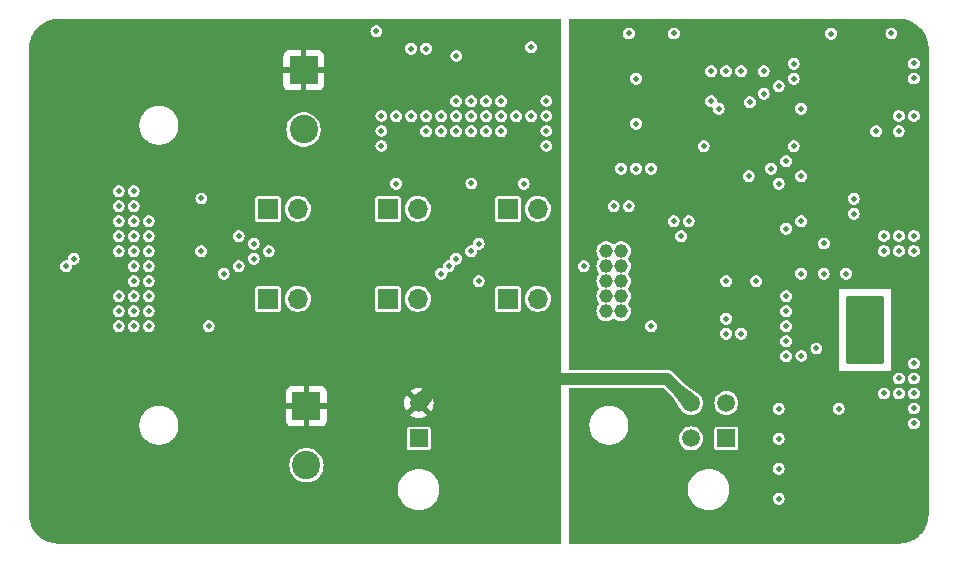
<source format=gbr>
%TF.GenerationSoftware,KiCad,Pcbnew,7.0.10*%
%TF.CreationDate,2025-02-18T11:07:04-08:00*%
%TF.ProjectId,flow-controller,666c6f77-2d63-46f6-9e74-726f6c6c6572,rev?*%
%TF.SameCoordinates,Original*%
%TF.FileFunction,Copper,L3,Inr*%
%TF.FilePolarity,Positive*%
%FSLAX46Y46*%
G04 Gerber Fmt 4.6, Leading zero omitted, Abs format (unit mm)*
G04 Created by KiCad (PCBNEW 7.0.10) date 2025-02-18 11:07:04*
%MOMM*%
%LPD*%
G01*
G04 APERTURE LIST*
%TA.AperFunction,ComponentPad*%
%ADD10C,1.168400*%
%TD*%
%TA.AperFunction,ComponentPad*%
%ADD11R,1.520000X1.520000*%
%TD*%
%TA.AperFunction,ComponentPad*%
%ADD12C,1.520000*%
%TD*%
%TA.AperFunction,ComponentPad*%
%ADD13R,1.700000X1.700000*%
%TD*%
%TA.AperFunction,ComponentPad*%
%ADD14O,1.700000X1.700000*%
%TD*%
%TA.AperFunction,ComponentPad*%
%ADD15R,2.400000X2.400000*%
%TD*%
%TA.AperFunction,ComponentPad*%
%ADD16C,2.400000*%
%TD*%
%TA.AperFunction,ViaPad*%
%ADD17C,0.500000*%
%TD*%
%TA.AperFunction,Conductor*%
%ADD18C,1.000000*%
%TD*%
G04 APERTURE END LIST*
D10*
%TO.N,/MCU/JTAG_VCC*%
%TO.C,J7*%
X99676949Y-100983051D03*
%TO.N,/MCU/TMS*%
X100946949Y-100983051D03*
%TO.N,GND*%
X99676949Y-102253051D03*
%TO.N,/MCU/TCK*%
X100946949Y-102253051D03*
%TO.N,GND*%
X99676949Y-103523051D03*
%TO.N,/MCU/TDO*%
X100946949Y-103523051D03*
%TO.N,/MCU/SBWTCK*%
X99676949Y-104793051D03*
%TO.N,/MCU/TDI*%
X100946949Y-104793051D03*
%TO.N,GND*%
X99676949Y-106063051D03*
%TO.N,/MCU/RST*%
X100946949Y-106063051D03*
%TD*%
D11*
%TO.N,Net-(D1-A)*%
%TO.C,J8*%
X83801949Y-116840000D03*
D12*
%TO.N,+BATT*%
X83801949Y-113840001D03*
%TD*%
D11*
%TO.N,GND*%
%TO.C,J9*%
X109855000Y-116840000D03*
D12*
%TO.N,/RS232 Transceiver/T1OUT*%
X106855001Y-116840000D03*
%TO.N,/RS232 Transceiver/R1IN*%
X109855000Y-113840001D03*
%TO.N,+BATT*%
X106855001Y-113840001D03*
%TD*%
D13*
%TO.N,/Motor Driver 1/DO2*%
%TO.C,J1*%
X81185749Y-105021651D03*
D14*
%TO.N,/Motor Driver 1/DO1*%
X83725749Y-105021651D03*
%TD*%
D15*
%TO.N,+BATT*%
%TO.C,C16*%
X74050000Y-85676041D03*
D16*
%TO.N,GND*%
X74050000Y-90676041D03*
%TD*%
D13*
%TO.N,/Motor Driver 1/AO2*%
%TO.C,J5*%
X91345749Y-105021651D03*
D14*
%TO.N,/Motor Driver 1/AO1*%
X93885749Y-105021651D03*
%TD*%
D13*
%TO.N,/Motor Driver 1/CO2*%
%TO.C,J6*%
X81185749Y-97401651D03*
D14*
%TO.N,/Motor Driver 1/CO1*%
X83725749Y-97401651D03*
%TD*%
D13*
%TO.N,/Motor Driver 2/CO2*%
%TO.C,J3*%
X71025749Y-105021651D03*
D14*
%TO.N,/Motor Driver 2/CO1*%
X73565749Y-105021651D03*
%TD*%
D13*
%TO.N,/Motor Driver 1/BO2*%
%TO.C,J2*%
X91345749Y-97401651D03*
D14*
%TO.N,/Motor Driver 1/BO1*%
X93885749Y-97401651D03*
%TD*%
D15*
%TO.N,+BATT*%
%TO.C,C21*%
X74300000Y-114101041D03*
D16*
%TO.N,GND*%
X74300000Y-119101041D03*
%TD*%
D13*
%TO.N,/Motor Driver 2/BO2*%
%TO.C,J4*%
X71025749Y-97401651D03*
D14*
%TO.N,/Motor Driver 2/BO1*%
X73565749Y-97401651D03*
%TD*%
D17*
%TO.N,GND*%
X123190000Y-100965000D03*
X107931949Y-92093051D03*
X125730000Y-114300000D03*
X58401949Y-99713051D03*
X115551949Y-92093051D03*
X114281949Y-116858051D03*
X84436949Y-89553051D03*
X80645000Y-90805000D03*
X123190000Y-113030000D03*
X60941949Y-98443051D03*
X58401949Y-98443051D03*
X59671949Y-103523051D03*
X109836949Y-106698051D03*
X58401949Y-104793051D03*
X85706949Y-89553051D03*
X88265000Y-95250000D03*
X125730000Y-99695000D03*
X86995000Y-84455000D03*
X58401949Y-97173051D03*
X125730000Y-113030000D03*
X118091949Y-102888051D03*
X118110000Y-100330000D03*
X120631949Y-97808051D03*
X90786949Y-88283051D03*
X80225000Y-82375000D03*
X125730000Y-111760000D03*
X105410000Y-82550000D03*
X59671949Y-95903051D03*
X114281949Y-119398051D03*
X94615000Y-88265000D03*
X60941949Y-100983051D03*
X123825000Y-82550000D03*
X105391949Y-98443051D03*
X89516949Y-89553051D03*
X59671949Y-107333051D03*
X89516949Y-88283051D03*
X102216949Y-86378051D03*
X60941949Y-106063051D03*
X111106949Y-107968051D03*
X103486949Y-107333051D03*
X100311949Y-97173051D03*
X59671949Y-106063051D03*
X116205000Y-109855000D03*
X60941949Y-104793051D03*
X59671949Y-104793051D03*
X125730000Y-110490000D03*
X94615000Y-89535000D03*
X101581949Y-97173051D03*
X94615000Y-92075000D03*
X83166949Y-89553051D03*
X60941949Y-99713051D03*
X86976949Y-89553051D03*
X60941949Y-102253051D03*
X119361949Y-114318051D03*
X58401949Y-95903051D03*
X124460000Y-99695000D03*
X109836949Y-107968051D03*
X54591949Y-101618051D03*
X59671949Y-98443051D03*
X80645000Y-89535000D03*
X93326949Y-89553051D03*
X85706949Y-90823051D03*
X86976949Y-90823051D03*
X100946949Y-93998051D03*
X125730000Y-89535000D03*
X103486949Y-93998051D03*
X88246949Y-90823051D03*
X58401949Y-106063051D03*
X86976949Y-88283051D03*
X88246949Y-88283051D03*
X81896949Y-89553051D03*
X58401949Y-100983051D03*
X120631949Y-96538051D03*
X114281949Y-114318051D03*
X60941949Y-103523051D03*
X125730000Y-86360000D03*
X114281949Y-121938051D03*
X59671949Y-100983051D03*
X125730000Y-100965000D03*
X124460000Y-89535000D03*
X90786949Y-89553051D03*
X94615000Y-90805000D03*
X102216949Y-93998051D03*
X92056949Y-89553051D03*
X109836949Y-103523051D03*
X124460000Y-113030000D03*
X116186949Y-98443051D03*
X101600000Y-82550000D03*
X112376949Y-103523051D03*
X65386949Y-100983051D03*
X102216949Y-90188051D03*
X124460000Y-111760000D03*
X59671949Y-102253051D03*
X88246949Y-89553051D03*
X123190000Y-99695000D03*
X119996949Y-102888051D03*
X124460000Y-100965000D03*
X60941949Y-107333051D03*
X89516949Y-90823051D03*
X118726949Y-82568051D03*
X59671949Y-97173051D03*
X80645000Y-92075000D03*
X84436949Y-90823051D03*
X125730000Y-115570000D03*
X90786949Y-90823051D03*
X59671949Y-99713051D03*
X125730000Y-85090000D03*
X58401949Y-107333051D03*
X117475000Y-109220000D03*
%TO.N,+3V3*%
X111106949Y-103523051D03*
X119361949Y-83838051D03*
X118726949Y-97173051D03*
X100946949Y-84473051D03*
X121920000Y-123190000D03*
X124460000Y-121920000D03*
X121920000Y-121920000D03*
X123190000Y-123190000D03*
X102235000Y-110490000D03*
X123190000Y-121920000D03*
X114916949Y-100348051D03*
X125730000Y-123190000D03*
X124460000Y-123190000D03*
X103486949Y-96538051D03*
X125730000Y-121920000D03*
X101600000Y-122555000D03*
%TO.N,+BATT*%
X81896949Y-88283051D03*
X94596949Y-85108051D03*
X122536949Y-109238051D03*
X55861949Y-94633051D03*
X122536949Y-106698051D03*
X122536949Y-105428051D03*
X55921949Y-109585551D03*
X80626949Y-85743051D03*
X122536949Y-107968051D03*
X55921949Y-108603051D03*
X121266949Y-105428051D03*
X83801949Y-82568051D03*
%TO.N,/MCU/JTAG_VCC*%
X97771949Y-102253051D03*
%TO.N,/MCU/TMS*%
X113646949Y-93998051D03*
%TO.N,/MCU/TCK*%
X114916949Y-93363051D03*
%TO.N,/MCU/TDO*%
X114281949Y-95268051D03*
%TO.N,/MCU/TDI*%
X116186949Y-94633051D03*
%TO.N,/MCU/RST*%
X115551949Y-86378051D03*
%TO.N,/RS232 Transceiver/R1IN*%
X114916949Y-106063051D03*
%TO.N,/RS232 Transceiver/T1OUT*%
X114916949Y-104793051D03*
%TO.N,Net-(U5-AISEN)*%
X93326949Y-83708551D03*
%TO.N,Net-(U5-BISEN)*%
X92691949Y-95268051D03*
%TO.N,Net-(U5-CISEN)*%
X81896949Y-95268051D03*
%TO.N,Net-(U5-DISEN)*%
X83166949Y-83838051D03*
%TO.N,Net-(U6-BISEN)*%
X65405000Y-96520000D03*
%TO.N,Net-(U6-CISEN)*%
X66021949Y-107333051D03*
%TO.N,/MCU/PUMP_RELAY*%
X111741949Y-94633051D03*
X106026949Y-99713051D03*
%TO.N,/MCU/R1OUT*%
X114916949Y-107333051D03*
X114916949Y-99078051D03*
%TO.N,/MCU/T1IN*%
X116186949Y-88918051D03*
X114916949Y-109873051D03*
%TO.N,Net-(U1-P8.2)*%
X124441949Y-90823051D03*
X115551949Y-85108051D03*
%TO.N,Net-(U1-P8.3)*%
X113011949Y-85743051D03*
X122536949Y-90823051D03*
%TO.N,/MCU/SDATA*%
X111106949Y-85743051D03*
X86341949Y-102253051D03*
X68561949Y-102253051D03*
%TO.N,/MCU/SCLK*%
X86976949Y-101618051D03*
X69831949Y-101618051D03*
X109836949Y-85743051D03*
%TO.N,/MCU/B_CS*%
X108566949Y-85743051D03*
X68561949Y-99713051D03*
%TO.N,/MCU/ONOFF*%
X106661949Y-98443051D03*
X116186949Y-102888051D03*
X114281949Y-87013051D03*
X114916949Y-108603051D03*
%TO.N,/MCU/A_CS*%
X113011949Y-87648051D03*
X88881949Y-103523051D03*
%TO.N,/MCU/SSTB*%
X67291949Y-102888051D03*
X85706949Y-102888051D03*
X111832432Y-88373534D03*
%TO.N,/MCU/nRESET*%
X88881949Y-100348051D03*
X69831949Y-100348051D03*
X108566949Y-88283051D03*
%TO.N,/MCU/nSLEEP*%
X71101949Y-100983051D03*
X88246949Y-100983051D03*
X109201949Y-88918051D03*
%TO.N,/Motor Driver 1/VREF1*%
X84436949Y-83838051D03*
%TO.N,/Motor Driver 2/VREF2*%
X53956949Y-102253051D03*
%TD*%
D18*
%TO.N,+BATT*%
X85863899Y-111778051D02*
X104793051Y-111778051D01*
X83801949Y-113840001D02*
X85863899Y-111778051D01*
X104793051Y-111778051D02*
X106855001Y-113840001D01*
%TD*%
%TA.AperFunction,Conductor*%
%TO.N,+3V3*%
G36*
X124445419Y-81298745D02*
G01*
X124557619Y-81305049D01*
X124726298Y-81315256D01*
X124739548Y-81316778D01*
X124871730Y-81339239D01*
X124872902Y-81339446D01*
X125018139Y-81366064D01*
X125030103Y-81368877D01*
X125162691Y-81407076D01*
X125165181Y-81407822D01*
X125302094Y-81450487D01*
X125312628Y-81454302D01*
X125441660Y-81507751D01*
X125445050Y-81509215D01*
X125574234Y-81567357D01*
X125583302Y-81571894D01*
X125706320Y-81639885D01*
X125710402Y-81642245D01*
X125830958Y-81715125D01*
X125838498Y-81720069D01*
X125953506Y-81801672D01*
X125958148Y-81805135D01*
X126066138Y-81889740D01*
X126068694Y-81891743D01*
X126074832Y-81896880D01*
X126180082Y-81990938D01*
X126185116Y-81995698D01*
X126284300Y-82094882D01*
X126289063Y-82099919D01*
X126383113Y-82205161D01*
X126388255Y-82211304D01*
X126474854Y-82321837D01*
X126478337Y-82326507D01*
X126559921Y-82441488D01*
X126564883Y-82449054D01*
X126637733Y-82569562D01*
X126640144Y-82573731D01*
X126708097Y-82696682D01*
X126712644Y-82705771D01*
X126770773Y-82834925D01*
X126772258Y-82838363D01*
X126825691Y-82967357D01*
X126829516Y-82977919D01*
X126872154Y-83114743D01*
X126872922Y-83117307D01*
X126911121Y-83249895D01*
X126913936Y-83261869D01*
X126940512Y-83406874D01*
X126940792Y-83408456D01*
X126963218Y-83540436D01*
X126964744Y-83553718D01*
X126974948Y-83722347D01*
X126974979Y-83722882D01*
X126981254Y-83834579D01*
X126981449Y-83841534D01*
X126981449Y-123204573D01*
X126981254Y-123211524D01*
X126975432Y-123315221D01*
X126975398Y-123315794D01*
X126964609Y-123493265D01*
X126963086Y-123506509D01*
X126942085Y-123630129D01*
X126941806Y-123631711D01*
X126913678Y-123785214D01*
X126910864Y-123797189D01*
X126874211Y-123924426D01*
X126873442Y-123926989D01*
X126829132Y-124069194D01*
X126825308Y-124079757D01*
X126773521Y-124204787D01*
X126772036Y-124208224D01*
X126712100Y-124341406D01*
X126707552Y-124350497D01*
X126641385Y-124470222D01*
X126638974Y-124474391D01*
X126564152Y-124598167D01*
X126559165Y-124605773D01*
X126479587Y-124717931D01*
X126476068Y-124722648D01*
X126387280Y-124835982D01*
X126382129Y-124842136D01*
X126290291Y-124944907D01*
X126285513Y-124949962D01*
X126183842Y-125051637D01*
X126178788Y-125056414D01*
X126076011Y-125148266D01*
X126069856Y-125153419D01*
X125956522Y-125242213D01*
X125951806Y-125245731D01*
X125839651Y-125325314D01*
X125832044Y-125330302D01*
X125708261Y-125405133D01*
X125704093Y-125407543D01*
X125584386Y-125473706D01*
X125575296Y-125478255D01*
X125442112Y-125538199D01*
X125438675Y-125539684D01*
X125313662Y-125591470D01*
X125303099Y-125595295D01*
X125160865Y-125639620D01*
X125158301Y-125640388D01*
X125031075Y-125677043D01*
X125019100Y-125679858D01*
X124865693Y-125707974D01*
X124864112Y-125708254D01*
X124740462Y-125729265D01*
X124727178Y-125730791D01*
X124535090Y-125742414D01*
X124534558Y-125742445D01*
X124455969Y-125746861D01*
X124447155Y-125747356D01*
X124440203Y-125747551D01*
X96625949Y-125747551D01*
X96558910Y-125727866D01*
X96513155Y-125675062D01*
X96501949Y-125623551D01*
X96501949Y-121291186D01*
X106604500Y-121291186D01*
X106624794Y-121425822D01*
X106643604Y-121550614D01*
X106643605Y-121550616D01*
X106643606Y-121550622D01*
X106720938Y-121801325D01*
X106834767Y-122037695D01*
X106834768Y-122037696D01*
X106834770Y-122037699D01*
X106834772Y-122037703D01*
X106953212Y-122211422D01*
X106982567Y-122254478D01*
X107161014Y-122446800D01*
X107161018Y-122446803D01*
X107161019Y-122446804D01*
X107366143Y-122610385D01*
X107593357Y-122741567D01*
X107837584Y-122837419D01*
X108093370Y-122895801D01*
X108093376Y-122895801D01*
X108093379Y-122895802D01*
X108289484Y-122910498D01*
X108289503Y-122910498D01*
X108289506Y-122910499D01*
X108289508Y-122910499D01*
X108420492Y-122910499D01*
X108420494Y-122910499D01*
X108420496Y-122910498D01*
X108420515Y-122910498D01*
X108616620Y-122895802D01*
X108616622Y-122895801D01*
X108616630Y-122895801D01*
X108872416Y-122837419D01*
X109116643Y-122741567D01*
X109343857Y-122610385D01*
X109548981Y-122446804D01*
X109727433Y-122254478D01*
X109875228Y-122037703D01*
X109923218Y-121938051D01*
X113776302Y-121938051D01*
X113796783Y-122080507D01*
X113856571Y-122211422D01*
X113856572Y-122211424D01*
X113950821Y-122320194D01*
X114071896Y-122398004D01*
X114071899Y-122398005D01*
X114071898Y-122398005D01*
X114209985Y-122438550D01*
X114209987Y-122438551D01*
X114209988Y-122438551D01*
X114353911Y-122438551D01*
X114353911Y-122438550D01*
X114492002Y-122398004D01*
X114613077Y-122320194D01*
X114707326Y-122211424D01*
X114767114Y-122080508D01*
X114787596Y-121938051D01*
X114767114Y-121795594D01*
X114707326Y-121664678D01*
X114613077Y-121555908D01*
X114492002Y-121478098D01*
X114492000Y-121478097D01*
X114491998Y-121478096D01*
X114491999Y-121478096D01*
X114353912Y-121437551D01*
X114353910Y-121437551D01*
X114209988Y-121437551D01*
X114209985Y-121437551D01*
X114071898Y-121478096D01*
X113950822Y-121555907D01*
X113856572Y-121664677D01*
X113856571Y-121664679D01*
X113796783Y-121795594D01*
X113776302Y-121938051D01*
X109923218Y-121938051D01*
X109989063Y-121801322D01*
X110066396Y-121550614D01*
X110105500Y-121291181D01*
X110105500Y-121028817D01*
X110066396Y-120769384D01*
X109989063Y-120518676D01*
X109977121Y-120493879D01*
X109875232Y-120282302D01*
X109875231Y-120282301D01*
X109875230Y-120282300D01*
X109875228Y-120282295D01*
X109727433Y-120065520D01*
X109717441Y-120054752D01*
X109548985Y-119873197D01*
X109509533Y-119841735D01*
X109343857Y-119709613D01*
X109116643Y-119578431D01*
X108872416Y-119482579D01*
X108872411Y-119482577D01*
X108872402Y-119482575D01*
X108654818Y-119432913D01*
X108616630Y-119424197D01*
X108616629Y-119424196D01*
X108616625Y-119424196D01*
X108616620Y-119424195D01*
X108420515Y-119409499D01*
X108420494Y-119409499D01*
X108289506Y-119409499D01*
X108289484Y-119409499D01*
X108093379Y-119424195D01*
X108093374Y-119424196D01*
X107837597Y-119482575D01*
X107837578Y-119482581D01*
X107593356Y-119578431D01*
X107366143Y-119709613D01*
X107161014Y-119873197D01*
X106982567Y-120065519D01*
X106834768Y-120282301D01*
X106834767Y-120282302D01*
X106720938Y-120518672D01*
X106643606Y-120769375D01*
X106643605Y-120769380D01*
X106643604Y-120769384D01*
X106628853Y-120867246D01*
X106604500Y-121028811D01*
X106604500Y-121291186D01*
X96501949Y-121291186D01*
X96501949Y-119398051D01*
X113776302Y-119398051D01*
X113796783Y-119540507D01*
X113814103Y-119578431D01*
X113856572Y-119671424D01*
X113950821Y-119780194D01*
X114071896Y-119858004D01*
X114071899Y-119858005D01*
X114071898Y-119858005D01*
X114209985Y-119898550D01*
X114209987Y-119898551D01*
X114209988Y-119898551D01*
X114353911Y-119898551D01*
X114353911Y-119898550D01*
X114492002Y-119858004D01*
X114613077Y-119780194D01*
X114707326Y-119671424D01*
X114767114Y-119540508D01*
X114787596Y-119398051D01*
X114767114Y-119255594D01*
X114707326Y-119124678D01*
X114613077Y-119015908D01*
X114492002Y-118938098D01*
X114492000Y-118938097D01*
X114491998Y-118938096D01*
X114491999Y-118938096D01*
X114353912Y-118897551D01*
X114353910Y-118897551D01*
X114209988Y-118897551D01*
X114209985Y-118897551D01*
X114071898Y-118938096D01*
X113950822Y-119015907D01*
X113856572Y-119124677D01*
X113856571Y-119124679D01*
X113796783Y-119255594D01*
X113776302Y-119398051D01*
X96501949Y-119398051D01*
X96501949Y-115715050D01*
X98248942Y-115715050D01*
X98256712Y-115813775D01*
X98257094Y-115823504D01*
X98257094Y-115844792D01*
X98260422Y-115865805D01*
X98261567Y-115875472D01*
X98263648Y-115901903D01*
X98269338Y-115974201D01*
X98269338Y-115974204D01*
X98269339Y-115974206D01*
X98292454Y-116070490D01*
X98294353Y-116080037D01*
X98297683Y-116101064D01*
X98304262Y-116121313D01*
X98306904Y-116130679D01*
X98330022Y-116226972D01*
X98367918Y-116318461D01*
X98371286Y-116327590D01*
X98377864Y-116347834D01*
X98387527Y-116366799D01*
X98391601Y-116375637D01*
X98429500Y-116467135D01*
X98481241Y-116551567D01*
X98485998Y-116560060D01*
X98495665Y-116579032D01*
X98508177Y-116596254D01*
X98513585Y-116604348D01*
X98565323Y-116688777D01*
X98565327Y-116688782D01*
X98629644Y-116764087D01*
X98635666Y-116771727D01*
X98644044Y-116783258D01*
X98648177Y-116788946D01*
X98663222Y-116803991D01*
X98669831Y-116811140D01*
X98734151Y-116886449D01*
X98809467Y-116950775D01*
X98816601Y-116957370D01*
X98831653Y-116972422D01*
X98831656Y-116972424D01*
X98848880Y-116984939D01*
X98856524Y-116990965D01*
X98931817Y-117055272D01*
X98931818Y-117055273D01*
X98951537Y-117067357D01*
X99016269Y-117107024D01*
X99024334Y-117112413D01*
X99041570Y-117124936D01*
X99060546Y-117134604D01*
X99069008Y-117139343D01*
X99153465Y-117191099D01*
X99244985Y-117229007D01*
X99253780Y-117233062D01*
X99272762Y-117242734D01*
X99293021Y-117249316D01*
X99302126Y-117252676D01*
X99338301Y-117267660D01*
X99393625Y-117290577D01*
X99393624Y-117290577D01*
X99422252Y-117297449D01*
X99489924Y-117313696D01*
X99499264Y-117316329D01*
X99519535Y-117322916D01*
X99540569Y-117326247D01*
X99550087Y-117328139D01*
X99646399Y-117351262D01*
X99745147Y-117359033D01*
X99754757Y-117360171D01*
X99775813Y-117363506D01*
X99775816Y-117363506D01*
X99797095Y-117363506D01*
X99806823Y-117363887D01*
X99905549Y-117371658D01*
X100004274Y-117363887D01*
X100014003Y-117363506D01*
X100035281Y-117363506D01*
X100035285Y-117363506D01*
X100056346Y-117360170D01*
X100065947Y-117359034D01*
X100164699Y-117351262D01*
X100261015Y-117328138D01*
X100270528Y-117326247D01*
X100291557Y-117322917D01*
X100291558Y-117322917D01*
X100291559Y-117322916D01*
X100291563Y-117322916D01*
X100311833Y-117316329D01*
X100321169Y-117313697D01*
X100384129Y-117298581D01*
X100417454Y-117290582D01*
X100417457Y-117290580D01*
X100417469Y-117290578D01*
X100508988Y-117252669D01*
X100518073Y-117249317D01*
X100538336Y-117242734D01*
X100557325Y-117233058D01*
X100566099Y-117229013D01*
X100657633Y-117191099D01*
X100742095Y-117139340D01*
X100750538Y-117134611D01*
X100769528Y-117124936D01*
X100786763Y-117112413D01*
X100794828Y-117107024D01*
X100879278Y-117055274D01*
X100954605Y-116990938D01*
X100962209Y-116984944D01*
X100979445Y-116972422D01*
X100994504Y-116957362D01*
X101001616Y-116950787D01*
X101076947Y-116886449D01*
X101116618Y-116840000D01*
X105839612Y-116840000D01*
X105859122Y-117038095D01*
X105916904Y-117228574D01*
X106010732Y-117404114D01*
X106010736Y-117404121D01*
X106137012Y-117557988D01*
X106290879Y-117684264D01*
X106290886Y-117684268D01*
X106466426Y-117778096D01*
X106466428Y-117778097D01*
X106656908Y-117835879D01*
X106855001Y-117855389D01*
X107053094Y-117835879D01*
X107243574Y-117778097D01*
X107419121Y-117684265D01*
X107491728Y-117624678D01*
X108844500Y-117624678D01*
X108859032Y-117697735D01*
X108859033Y-117697739D01*
X108859034Y-117697740D01*
X108914399Y-117780601D01*
X108997128Y-117835878D01*
X108997260Y-117835966D01*
X108997264Y-117835967D01*
X109070321Y-117850499D01*
X109070324Y-117850500D01*
X109070326Y-117850500D01*
X110639676Y-117850500D01*
X110639677Y-117850499D01*
X110712740Y-117835966D01*
X110795601Y-117780601D01*
X110850966Y-117697740D01*
X110865500Y-117624674D01*
X110865500Y-116858051D01*
X113776302Y-116858051D01*
X113796783Y-117000507D01*
X113821795Y-117055274D01*
X113856572Y-117131424D01*
X113950821Y-117240194D01*
X114071896Y-117318004D01*
X114071899Y-117318005D01*
X114071898Y-117318005D01*
X114209985Y-117358550D01*
X114209987Y-117358551D01*
X114209988Y-117358551D01*
X114353911Y-117358551D01*
X114353911Y-117358550D01*
X114492002Y-117318004D01*
X114613077Y-117240194D01*
X114707326Y-117131424D01*
X114767114Y-117000508D01*
X114787596Y-116858051D01*
X114767114Y-116715594D01*
X114707326Y-116584678D01*
X114613077Y-116475908D01*
X114492002Y-116398098D01*
X114492000Y-116398097D01*
X114491998Y-116398096D01*
X114491999Y-116398096D01*
X114353912Y-116357551D01*
X114353910Y-116357551D01*
X114209988Y-116357551D01*
X114209985Y-116357551D01*
X114071898Y-116398096D01*
X113950822Y-116475907D01*
X113856572Y-116584677D01*
X113856571Y-116584679D01*
X113796783Y-116715594D01*
X113776302Y-116858051D01*
X110865500Y-116858051D01*
X110865500Y-116055326D01*
X110865500Y-116055323D01*
X110865499Y-116055321D01*
X110850967Y-115982264D01*
X110850966Y-115982260D01*
X110795601Y-115899399D01*
X110740235Y-115862405D01*
X110712739Y-115844033D01*
X110712735Y-115844032D01*
X110639677Y-115829500D01*
X110639674Y-115829500D01*
X109070326Y-115829500D01*
X109070323Y-115829500D01*
X108997264Y-115844032D01*
X108997260Y-115844033D01*
X108914399Y-115899399D01*
X108859033Y-115982260D01*
X108859032Y-115982264D01*
X108844500Y-116055321D01*
X108844500Y-117624678D01*
X107491728Y-117624678D01*
X107572989Y-117557988D01*
X107699266Y-117404120D01*
X107793098Y-117228573D01*
X107850880Y-117038093D01*
X107870390Y-116840000D01*
X107850880Y-116641907D01*
X107793098Y-116451427D01*
X107764592Y-116398096D01*
X107699269Y-116275885D01*
X107699265Y-116275878D01*
X107572989Y-116122011D01*
X107419122Y-115995735D01*
X107419115Y-115995731D01*
X107243575Y-115901903D01*
X107053096Y-115844121D01*
X106855001Y-115824611D01*
X106656905Y-115844121D01*
X106466426Y-115901903D01*
X106290886Y-115995731D01*
X106290879Y-115995735D01*
X106137012Y-116122011D01*
X106010736Y-116275878D01*
X106010732Y-116275885D01*
X105916904Y-116451425D01*
X105859122Y-116641904D01*
X105839612Y-116840000D01*
X101116618Y-116840000D01*
X101141285Y-116811118D01*
X101147860Y-116804006D01*
X101162920Y-116788947D01*
X101175442Y-116771711D01*
X101181436Y-116764107D01*
X101245772Y-116688780D01*
X101297522Y-116604330D01*
X101302911Y-116596265D01*
X101315434Y-116579030D01*
X101325109Y-116560040D01*
X101329838Y-116551597D01*
X101381597Y-116467135D01*
X101419511Y-116375601D01*
X101423556Y-116366827D01*
X101433232Y-116347838D01*
X101439815Y-116327575D01*
X101443167Y-116318490D01*
X101481076Y-116226971D01*
X101504195Y-116130671D01*
X101506827Y-116121335D01*
X101513414Y-116101065D01*
X101516745Y-116080030D01*
X101518636Y-116070517D01*
X101541760Y-115974201D01*
X101549532Y-115875449D01*
X101550671Y-115865826D01*
X101554004Y-115844787D01*
X101554615Y-115813589D01*
X101554971Y-115806333D01*
X101562156Y-115715051D01*
X101554971Y-115623769D01*
X101554615Y-115616510D01*
X101554004Y-115585315D01*
X101551578Y-115570000D01*
X125224353Y-115570000D01*
X125244834Y-115712456D01*
X125298287Y-115829500D01*
X125304623Y-115843373D01*
X125398872Y-115952143D01*
X125519947Y-116029953D01*
X125519950Y-116029954D01*
X125519949Y-116029954D01*
X125627107Y-116061417D01*
X125657991Y-116070486D01*
X125658036Y-116070499D01*
X125658038Y-116070500D01*
X125658039Y-116070500D01*
X125801962Y-116070500D01*
X125801962Y-116070499D01*
X125940053Y-116029953D01*
X126061128Y-115952143D01*
X126155377Y-115843373D01*
X126215165Y-115712457D01*
X126235647Y-115570000D01*
X126215165Y-115427543D01*
X126155377Y-115296627D01*
X126061128Y-115187857D01*
X125940053Y-115110047D01*
X125940051Y-115110046D01*
X125940049Y-115110045D01*
X125940050Y-115110045D01*
X125801963Y-115069500D01*
X125801961Y-115069500D01*
X125658039Y-115069500D01*
X125658036Y-115069500D01*
X125519949Y-115110045D01*
X125398873Y-115187856D01*
X125304623Y-115296626D01*
X125304622Y-115296628D01*
X125244834Y-115427543D01*
X125224353Y-115570000D01*
X101551578Y-115570000D01*
X101550669Y-115564259D01*
X101549530Y-115554630D01*
X101541760Y-115455901D01*
X101518637Y-115359589D01*
X101516745Y-115350070D01*
X101513414Y-115329037D01*
X101506827Y-115308766D01*
X101504191Y-115299415D01*
X101503521Y-115296626D01*
X101481076Y-115203131D01*
X101481075Y-115203126D01*
X101443178Y-115111638D01*
X101439814Y-115102523D01*
X101433232Y-115082264D01*
X101423560Y-115063282D01*
X101419505Y-115054487D01*
X101381597Y-114962967D01*
X101329841Y-114878510D01*
X101325102Y-114870048D01*
X101315434Y-114851072D01*
X101302911Y-114833836D01*
X101297522Y-114825771D01*
X101257189Y-114759953D01*
X101245771Y-114741320D01*
X101245770Y-114741319D01*
X101181463Y-114666026D01*
X101175437Y-114658382D01*
X101165167Y-114644249D01*
X101162920Y-114641155D01*
X101147865Y-114626100D01*
X101141273Y-114618969D01*
X101076947Y-114543653D01*
X101001638Y-114479333D01*
X100994489Y-114472724D01*
X100979444Y-114457679D01*
X100973756Y-114453546D01*
X100962225Y-114445168D01*
X100954585Y-114439146D01*
X100879280Y-114374829D01*
X100879275Y-114374825D01*
X100794846Y-114323087D01*
X100786752Y-114317679D01*
X100769530Y-114305167D01*
X100750558Y-114295500D01*
X100742065Y-114290743D01*
X100657633Y-114239002D01*
X100566135Y-114201103D01*
X100557297Y-114197029D01*
X100538332Y-114187366D01*
X100518088Y-114180788D01*
X100508959Y-114177420D01*
X100417470Y-114139524D01*
X100321177Y-114116406D01*
X100311811Y-114113764D01*
X100291561Y-114107185D01*
X100291564Y-114107185D01*
X100270535Y-114103855D01*
X100260988Y-114101956D01*
X100164703Y-114078841D01*
X100164704Y-114078841D01*
X100164702Y-114078840D01*
X100164699Y-114078840D01*
X100118400Y-114075196D01*
X100065970Y-114071069D01*
X100056303Y-114069924D01*
X100035290Y-114066596D01*
X100035285Y-114066596D01*
X100014003Y-114066596D01*
X100004274Y-114066214D01*
X99905549Y-114058444D01*
X99806824Y-114066214D01*
X99797095Y-114066596D01*
X99775814Y-114066596D01*
X99775813Y-114066596D01*
X99759512Y-114069177D01*
X99754794Y-114069925D01*
X99745128Y-114071069D01*
X99646398Y-114078840D01*
X99646388Y-114078842D01*
X99550110Y-114101955D01*
X99540568Y-114103853D01*
X99519545Y-114107183D01*
X99519529Y-114107187D01*
X99499292Y-114113763D01*
X99489921Y-114116406D01*
X99393629Y-114139523D01*
X99302132Y-114177422D01*
X99293006Y-114180789D01*
X99272766Y-114187366D01*
X99272757Y-114187370D01*
X99253797Y-114197030D01*
X99244962Y-114201103D01*
X99153461Y-114239004D01*
X99069019Y-114290749D01*
X99060534Y-114295502D01*
X99041572Y-114305164D01*
X99041558Y-114305173D01*
X99024347Y-114317677D01*
X99016259Y-114323081D01*
X98931832Y-114374819D01*
X98931820Y-114374828D01*
X98856516Y-114439142D01*
X98848877Y-114445164D01*
X98831658Y-114457675D01*
X98831655Y-114457678D01*
X98816598Y-114472734D01*
X98809454Y-114479337D01*
X98734151Y-114543653D01*
X98669835Y-114618956D01*
X98663232Y-114626100D01*
X98648176Y-114641157D01*
X98648173Y-114641160D01*
X98635662Y-114658379D01*
X98629640Y-114666018D01*
X98565326Y-114741322D01*
X98565317Y-114741334D01*
X98513579Y-114825761D01*
X98508175Y-114833849D01*
X98495671Y-114851060D01*
X98495662Y-114851074D01*
X98486000Y-114870036D01*
X98481247Y-114878521D01*
X98429502Y-114962963D01*
X98391601Y-115054464D01*
X98387528Y-115063299D01*
X98377868Y-115082259D01*
X98377864Y-115082268D01*
X98371287Y-115102508D01*
X98367920Y-115111634D01*
X98330021Y-115203131D01*
X98306904Y-115299423D01*
X98304261Y-115308794D01*
X98297685Y-115329031D01*
X98297681Y-115329047D01*
X98294351Y-115350070D01*
X98292453Y-115359612D01*
X98269340Y-115455890D01*
X98269338Y-115455900D01*
X98261567Y-115554630D01*
X98260423Y-115564296D01*
X98257094Y-115585315D01*
X98257094Y-115606596D01*
X98256712Y-115616325D01*
X98248942Y-115715050D01*
X96501949Y-115715050D01*
X96501949Y-112652551D01*
X96521634Y-112585512D01*
X96574438Y-112539757D01*
X96625949Y-112528551D01*
X104430821Y-112528551D01*
X104497860Y-112548236D01*
X104518502Y-112564870D01*
X105206377Y-113252744D01*
X105219532Y-113269985D01*
X105220287Y-113269452D01*
X105223806Y-113274424D01*
X105223807Y-113274425D01*
X105962553Y-114318051D01*
X105966953Y-114324266D01*
X105975100Y-114337453D01*
X105995078Y-114374828D01*
X106010738Y-114404124D01*
X106106075Y-114520292D01*
X106108320Y-114523110D01*
X106114239Y-114530765D01*
X106115491Y-114532251D01*
X106116977Y-114533871D01*
X106121441Y-114539015D01*
X106137013Y-114557989D01*
X106137014Y-114557990D01*
X106290879Y-114684265D01*
X106290886Y-114684269D01*
X106432481Y-114759953D01*
X106466428Y-114778098D01*
X106656908Y-114835880D01*
X106855001Y-114855390D01*
X107053094Y-114835880D01*
X107243574Y-114778098D01*
X107419121Y-114684266D01*
X107572989Y-114557989D01*
X107699266Y-114404121D01*
X107793098Y-114228574D01*
X107850880Y-114038094D01*
X107870390Y-113840001D01*
X108839611Y-113840001D01*
X108859121Y-114038096D01*
X108916903Y-114228575D01*
X109010731Y-114404115D01*
X109010735Y-114404122D01*
X109137011Y-114557989D01*
X109290878Y-114684265D01*
X109290885Y-114684269D01*
X109432480Y-114759953D01*
X109466427Y-114778098D01*
X109656907Y-114835880D01*
X109855000Y-114855390D01*
X110053093Y-114835880D01*
X110243573Y-114778098D01*
X110419120Y-114684266D01*
X110572988Y-114557989D01*
X110699265Y-114404121D01*
X110745270Y-114318051D01*
X113776302Y-114318051D01*
X113796783Y-114460507D01*
X113841303Y-114557990D01*
X113856572Y-114591424D01*
X113950821Y-114700194D01*
X114071896Y-114778004D01*
X114071899Y-114778005D01*
X114071898Y-114778005D01*
X114209985Y-114818550D01*
X114209987Y-114818551D01*
X114209988Y-114818551D01*
X114353911Y-114818551D01*
X114353911Y-114818550D01*
X114491682Y-114778098D01*
X114491999Y-114778005D01*
X114491999Y-114778004D01*
X114492002Y-114778004D01*
X114613077Y-114700194D01*
X114707326Y-114591424D01*
X114767114Y-114460508D01*
X114787596Y-114318051D01*
X118856302Y-114318051D01*
X118876783Y-114460507D01*
X118921303Y-114557990D01*
X118936572Y-114591424D01*
X119030821Y-114700194D01*
X119151896Y-114778004D01*
X119151899Y-114778005D01*
X119151898Y-114778005D01*
X119289985Y-114818550D01*
X119289987Y-114818551D01*
X119289988Y-114818551D01*
X119433911Y-114818551D01*
X119433911Y-114818550D01*
X119571682Y-114778098D01*
X119571999Y-114778005D01*
X119571999Y-114778004D01*
X119572002Y-114778004D01*
X119693077Y-114700194D01*
X119787326Y-114591424D01*
X119847114Y-114460508D01*
X119867596Y-114318051D01*
X119865001Y-114300000D01*
X125224353Y-114300000D01*
X125244834Y-114442456D01*
X125280381Y-114520292D01*
X125304623Y-114573373D01*
X125398872Y-114682143D01*
X125519947Y-114759953D01*
X125519950Y-114759954D01*
X125519949Y-114759954D01*
X125658036Y-114800499D01*
X125658038Y-114800500D01*
X125658039Y-114800500D01*
X125801962Y-114800500D01*
X125801962Y-114800499D01*
X125940053Y-114759953D01*
X126061128Y-114682143D01*
X126155377Y-114573373D01*
X126215165Y-114442457D01*
X126235647Y-114300000D01*
X126215165Y-114157543D01*
X126155377Y-114026627D01*
X126061128Y-113917857D01*
X125940053Y-113840047D01*
X125940051Y-113840046D01*
X125940049Y-113840045D01*
X125940050Y-113840045D01*
X125801963Y-113799500D01*
X125801961Y-113799500D01*
X125658039Y-113799500D01*
X125658036Y-113799500D01*
X125519949Y-113840045D01*
X125398873Y-113917856D01*
X125304623Y-114026626D01*
X125304622Y-114026628D01*
X125244834Y-114157543D01*
X125224353Y-114300000D01*
X119865001Y-114300000D01*
X119847114Y-114175594D01*
X119787326Y-114044678D01*
X119693077Y-113935908D01*
X119572002Y-113858098D01*
X119572000Y-113858097D01*
X119571998Y-113858096D01*
X119571999Y-113858096D01*
X119433912Y-113817551D01*
X119433910Y-113817551D01*
X119289988Y-113817551D01*
X119289985Y-113817551D01*
X119151898Y-113858096D01*
X119030822Y-113935907D01*
X118936572Y-114044677D01*
X118936571Y-114044679D01*
X118876783Y-114175594D01*
X118856302Y-114318051D01*
X114787596Y-114318051D01*
X114767114Y-114175594D01*
X114707326Y-114044678D01*
X114613077Y-113935908D01*
X114492002Y-113858098D01*
X114492000Y-113858097D01*
X114491998Y-113858096D01*
X114491999Y-113858096D01*
X114353912Y-113817551D01*
X114353910Y-113817551D01*
X114209988Y-113817551D01*
X114209985Y-113817551D01*
X114071898Y-113858096D01*
X113950822Y-113935907D01*
X113856572Y-114044677D01*
X113856571Y-114044679D01*
X113796783Y-114175594D01*
X113776302Y-114318051D01*
X110745270Y-114318051D01*
X110793097Y-114228574D01*
X110850879Y-114038094D01*
X110870389Y-113840001D01*
X110850879Y-113641908D01*
X110793097Y-113451428D01*
X110699265Y-113275881D01*
X110699264Y-113275879D01*
X110572988Y-113122012D01*
X110460872Y-113030000D01*
X122684353Y-113030000D01*
X122704834Y-113172456D01*
X122749375Y-113269985D01*
X122764623Y-113303373D01*
X122858872Y-113412143D01*
X122979947Y-113489953D01*
X122979950Y-113489954D01*
X122979949Y-113489954D01*
X123118036Y-113530499D01*
X123118038Y-113530500D01*
X123118039Y-113530500D01*
X123261962Y-113530500D01*
X123261962Y-113530499D01*
X123400053Y-113489953D01*
X123521128Y-113412143D01*
X123615377Y-113303373D01*
X123675165Y-113172457D01*
X123695647Y-113030000D01*
X123954353Y-113030000D01*
X123974834Y-113172456D01*
X124019375Y-113269985D01*
X124034623Y-113303373D01*
X124128872Y-113412143D01*
X124249947Y-113489953D01*
X124249950Y-113489954D01*
X124249949Y-113489954D01*
X124388036Y-113530499D01*
X124388038Y-113530500D01*
X124388039Y-113530500D01*
X124531962Y-113530500D01*
X124531962Y-113530499D01*
X124670053Y-113489953D01*
X124791128Y-113412143D01*
X124885377Y-113303373D01*
X124945165Y-113172457D01*
X124965647Y-113030000D01*
X125224353Y-113030000D01*
X125244834Y-113172456D01*
X125289375Y-113269985D01*
X125304623Y-113303373D01*
X125398872Y-113412143D01*
X125519947Y-113489953D01*
X125519950Y-113489954D01*
X125519949Y-113489954D01*
X125658036Y-113530499D01*
X125658038Y-113530500D01*
X125658039Y-113530500D01*
X125801962Y-113530500D01*
X125801962Y-113530499D01*
X125940053Y-113489953D01*
X126061128Y-113412143D01*
X126155377Y-113303373D01*
X126215165Y-113172457D01*
X126235647Y-113030000D01*
X126215165Y-112887543D01*
X126155377Y-112756627D01*
X126061128Y-112647857D01*
X125940053Y-112570047D01*
X125940051Y-112570046D01*
X125940049Y-112570045D01*
X125940050Y-112570045D01*
X125801963Y-112529500D01*
X125801961Y-112529500D01*
X125658039Y-112529500D01*
X125658036Y-112529500D01*
X125519949Y-112570045D01*
X125398873Y-112647856D01*
X125304623Y-112756626D01*
X125304622Y-112756628D01*
X125244834Y-112887543D01*
X125224353Y-113030000D01*
X124965647Y-113030000D01*
X124945165Y-112887543D01*
X124885377Y-112756627D01*
X124791128Y-112647857D01*
X124670053Y-112570047D01*
X124670051Y-112570046D01*
X124670049Y-112570045D01*
X124670050Y-112570045D01*
X124531963Y-112529500D01*
X124531961Y-112529500D01*
X124388039Y-112529500D01*
X124388036Y-112529500D01*
X124249949Y-112570045D01*
X124128873Y-112647856D01*
X124034623Y-112756626D01*
X124034622Y-112756628D01*
X123974834Y-112887543D01*
X123954353Y-113030000D01*
X123695647Y-113030000D01*
X123675165Y-112887543D01*
X123615377Y-112756627D01*
X123521128Y-112647857D01*
X123400053Y-112570047D01*
X123400051Y-112570046D01*
X123400049Y-112570045D01*
X123400050Y-112570045D01*
X123261963Y-112529500D01*
X123261961Y-112529500D01*
X123118039Y-112529500D01*
X123118036Y-112529500D01*
X122979949Y-112570045D01*
X122858873Y-112647856D01*
X122764623Y-112756626D01*
X122764622Y-112756628D01*
X122704834Y-112887543D01*
X122684353Y-113030000D01*
X110460872Y-113030000D01*
X110419121Y-112995736D01*
X110419114Y-112995732D01*
X110243574Y-112901904D01*
X110053095Y-112844122D01*
X109855000Y-112824612D01*
X109656904Y-112844122D01*
X109466425Y-112901904D01*
X109290885Y-112995732D01*
X109290878Y-112995736D01*
X109137011Y-113122012D01*
X109010735Y-113275879D01*
X109010731Y-113275886D01*
X108916903Y-113451426D01*
X108859121Y-113641905D01*
X108839611Y-113840001D01*
X107870390Y-113840001D01*
X107850880Y-113641908D01*
X107793098Y-113451428D01*
X107699266Y-113275881D01*
X107699265Y-113275879D01*
X107572989Y-113122012D01*
X107419122Y-112995736D01*
X107352455Y-112960101D01*
X107339267Y-112951953D01*
X106285523Y-112206044D01*
X106285865Y-112205559D01*
X106267987Y-112191620D01*
X105836367Y-111760000D01*
X123954353Y-111760000D01*
X123974834Y-111902456D01*
X124016990Y-111994762D01*
X124034623Y-112033373D01*
X124128872Y-112142143D01*
X124249947Y-112219953D01*
X124249950Y-112219954D01*
X124249949Y-112219954D01*
X124388036Y-112260499D01*
X124388038Y-112260500D01*
X124388039Y-112260500D01*
X124531962Y-112260500D01*
X124531962Y-112260499D01*
X124670053Y-112219953D01*
X124791128Y-112142143D01*
X124885377Y-112033373D01*
X124945165Y-111902457D01*
X124965647Y-111760000D01*
X125224353Y-111760000D01*
X125244834Y-111902456D01*
X125286990Y-111994762D01*
X125304623Y-112033373D01*
X125398872Y-112142143D01*
X125519947Y-112219953D01*
X125519950Y-112219954D01*
X125519949Y-112219954D01*
X125658036Y-112260499D01*
X125658038Y-112260500D01*
X125658039Y-112260500D01*
X125801962Y-112260500D01*
X125801962Y-112260499D01*
X125940053Y-112219953D01*
X126061128Y-112142143D01*
X126155377Y-112033373D01*
X126215165Y-111902457D01*
X126235647Y-111760000D01*
X126215165Y-111617543D01*
X126155377Y-111486627D01*
X126061128Y-111377857D01*
X125940053Y-111300047D01*
X125940051Y-111300046D01*
X125940049Y-111300045D01*
X125940050Y-111300045D01*
X125801963Y-111259500D01*
X125801961Y-111259500D01*
X125658039Y-111259500D01*
X125658036Y-111259500D01*
X125519949Y-111300045D01*
X125398873Y-111377856D01*
X125304623Y-111486626D01*
X125304622Y-111486628D01*
X125244834Y-111617543D01*
X125224353Y-111760000D01*
X124965647Y-111760000D01*
X124945165Y-111617543D01*
X124885377Y-111486627D01*
X124791128Y-111377857D01*
X124670053Y-111300047D01*
X124670051Y-111300046D01*
X124670049Y-111300045D01*
X124670050Y-111300045D01*
X124531963Y-111259500D01*
X124531961Y-111259500D01*
X124388039Y-111259500D01*
X124388036Y-111259500D01*
X124249949Y-111300045D01*
X124128873Y-111377856D01*
X124034623Y-111486626D01*
X124034622Y-111486628D01*
X123974834Y-111617543D01*
X123954353Y-111760000D01*
X105836367Y-111760000D01*
X105368780Y-111292412D01*
X105357000Y-111278781D01*
X105342661Y-111259521D01*
X105304702Y-111227670D01*
X105296737Y-111220369D01*
X105292831Y-111216462D01*
X105268494Y-111197219D01*
X105265698Y-111194941D01*
X105208265Y-111146749D01*
X105202231Y-111142780D01*
X105202263Y-111142731D01*
X105195904Y-111138679D01*
X105195873Y-111138730D01*
X105189731Y-111134942D01*
X105189729Y-111134941D01*
X105189728Y-111134940D01*
X105121739Y-111103235D01*
X105118498Y-111101666D01*
X105087581Y-111086139D01*
X105051484Y-111068011D01*
X105051482Y-111068010D01*
X105051481Y-111068010D01*
X105044696Y-111065540D01*
X105044716Y-111065484D01*
X105037600Y-111063010D01*
X105037582Y-111063066D01*
X105030725Y-111060794D01*
X104957261Y-111045624D01*
X104953744Y-111044844D01*
X104880769Y-111027550D01*
X104873598Y-111026712D01*
X104873604Y-111026652D01*
X104866106Y-111025886D01*
X104866101Y-111025946D01*
X104858911Y-111025316D01*
X104783921Y-111027499D01*
X104780314Y-111027551D01*
X96625949Y-111027551D01*
X96558910Y-111007866D01*
X96513155Y-110955062D01*
X96501949Y-110903551D01*
X96501949Y-109873051D01*
X114411302Y-109873051D01*
X114431783Y-110015507D01*
X114473958Y-110107856D01*
X114491572Y-110146424D01*
X114585821Y-110255194D01*
X114706896Y-110333004D01*
X114706899Y-110333005D01*
X114706898Y-110333005D01*
X114844985Y-110373550D01*
X114844987Y-110373551D01*
X114844988Y-110373551D01*
X114988911Y-110373551D01*
X114988911Y-110373550D01*
X115127002Y-110333004D01*
X115248077Y-110255194D01*
X115342326Y-110146424D01*
X115402114Y-110015508D01*
X115422596Y-109873051D01*
X115420001Y-109855000D01*
X115699353Y-109855000D01*
X115719834Y-109997456D01*
X115779622Y-110128371D01*
X115779623Y-110128373D01*
X115873872Y-110237143D01*
X115994947Y-110314953D01*
X115994950Y-110314954D01*
X115994949Y-110314954D01*
X116133036Y-110355499D01*
X116133038Y-110355500D01*
X116133039Y-110355500D01*
X116276962Y-110355500D01*
X116276962Y-110355499D01*
X116415053Y-110314953D01*
X116536128Y-110237143D01*
X116630377Y-110128373D01*
X116690165Y-109997457D01*
X116710647Y-109855000D01*
X116690165Y-109712543D01*
X116630377Y-109581627D01*
X116536128Y-109472857D01*
X116415053Y-109395047D01*
X116415051Y-109395046D01*
X116415049Y-109395045D01*
X116415050Y-109395045D01*
X116276963Y-109354500D01*
X116276961Y-109354500D01*
X116133039Y-109354500D01*
X116133036Y-109354500D01*
X115994949Y-109395045D01*
X115873873Y-109472856D01*
X115779623Y-109581626D01*
X115779622Y-109581628D01*
X115719834Y-109712543D01*
X115699353Y-109855000D01*
X115420001Y-109855000D01*
X115402114Y-109730594D01*
X115342326Y-109599678D01*
X115248077Y-109490908D01*
X115127002Y-109413098D01*
X115127000Y-109413097D01*
X115126998Y-109413096D01*
X115126999Y-109413096D01*
X114988912Y-109372551D01*
X114988910Y-109372551D01*
X114844988Y-109372551D01*
X114844985Y-109372551D01*
X114706898Y-109413096D01*
X114585822Y-109490907D01*
X114491572Y-109599677D01*
X114491571Y-109599679D01*
X114431783Y-109730594D01*
X114411302Y-109873051D01*
X96501949Y-109873051D01*
X96501949Y-109220000D01*
X116969353Y-109220000D01*
X116989834Y-109362456D01*
X117048497Y-109490907D01*
X117049623Y-109493373D01*
X117143872Y-109602143D01*
X117264947Y-109679953D01*
X117264950Y-109679954D01*
X117264949Y-109679954D01*
X117403036Y-109720499D01*
X117403038Y-109720500D01*
X117403039Y-109720500D01*
X117546962Y-109720500D01*
X117546962Y-109720499D01*
X117685053Y-109679953D01*
X117806128Y-109602143D01*
X117900377Y-109493373D01*
X117960165Y-109362457D01*
X117980647Y-109220000D01*
X117960165Y-109077543D01*
X117900377Y-108946627D01*
X117806128Y-108837857D01*
X117685053Y-108760047D01*
X117685051Y-108760046D01*
X117685049Y-108760045D01*
X117685050Y-108760045D01*
X117546963Y-108719500D01*
X117546961Y-108719500D01*
X117403039Y-108719500D01*
X117403036Y-108719500D01*
X117264949Y-108760045D01*
X117143873Y-108837856D01*
X117049623Y-108946626D01*
X117049622Y-108946628D01*
X116989834Y-109077543D01*
X116969353Y-109220000D01*
X96501949Y-109220000D01*
X96501949Y-108603051D01*
X114411302Y-108603051D01*
X114431783Y-108745507D01*
X114473958Y-108837856D01*
X114491572Y-108876424D01*
X114585821Y-108985194D01*
X114706896Y-109063004D01*
X114706899Y-109063005D01*
X114706898Y-109063005D01*
X114844985Y-109103550D01*
X114844987Y-109103551D01*
X114844988Y-109103551D01*
X114988911Y-109103551D01*
X114988911Y-109103550D01*
X115127002Y-109063004D01*
X115248077Y-108985194D01*
X115342326Y-108876424D01*
X115402114Y-108745508D01*
X115422596Y-108603051D01*
X115402114Y-108460594D01*
X115342326Y-108329678D01*
X115248077Y-108220908D01*
X115127002Y-108143098D01*
X115127000Y-108143097D01*
X115126998Y-108143096D01*
X115126999Y-108143096D01*
X114988912Y-108102551D01*
X114988910Y-108102551D01*
X114844988Y-108102551D01*
X114844985Y-108102551D01*
X114706898Y-108143096D01*
X114585822Y-108220907D01*
X114491572Y-108329677D01*
X114491571Y-108329679D01*
X114431783Y-108460594D01*
X114411302Y-108603051D01*
X96501949Y-108603051D01*
X96501949Y-107968051D01*
X109331302Y-107968051D01*
X109351783Y-108110507D01*
X109411571Y-108241422D01*
X109411572Y-108241424D01*
X109505821Y-108350194D01*
X109626896Y-108428004D01*
X109626899Y-108428005D01*
X109626898Y-108428005D01*
X109764985Y-108468550D01*
X109764987Y-108468551D01*
X109764988Y-108468551D01*
X109908911Y-108468551D01*
X109908911Y-108468550D01*
X110047002Y-108428004D01*
X110168077Y-108350194D01*
X110262326Y-108241424D01*
X110322114Y-108110508D01*
X110342596Y-107968051D01*
X110601302Y-107968051D01*
X110621783Y-108110507D01*
X110681571Y-108241422D01*
X110681572Y-108241424D01*
X110775821Y-108350194D01*
X110896896Y-108428004D01*
X110896899Y-108428005D01*
X110896898Y-108428005D01*
X111034985Y-108468550D01*
X111034987Y-108468551D01*
X111034988Y-108468551D01*
X111178911Y-108468551D01*
X111178911Y-108468550D01*
X111317002Y-108428004D01*
X111438077Y-108350194D01*
X111532326Y-108241424D01*
X111592114Y-108110508D01*
X111612596Y-107968051D01*
X111592114Y-107825594D01*
X111532326Y-107694678D01*
X111438077Y-107585908D01*
X111317002Y-107508098D01*
X111317000Y-107508097D01*
X111316998Y-107508096D01*
X111316999Y-107508096D01*
X111178912Y-107467551D01*
X111178910Y-107467551D01*
X111034988Y-107467551D01*
X111034985Y-107467551D01*
X110896898Y-107508096D01*
X110775822Y-107585907D01*
X110681572Y-107694677D01*
X110681571Y-107694679D01*
X110621783Y-107825594D01*
X110601302Y-107968051D01*
X110342596Y-107968051D01*
X110322114Y-107825594D01*
X110262326Y-107694678D01*
X110168077Y-107585908D01*
X110047002Y-107508098D01*
X110047000Y-107508097D01*
X110046998Y-107508096D01*
X110046999Y-107508096D01*
X109908912Y-107467551D01*
X109908910Y-107467551D01*
X109764988Y-107467551D01*
X109764985Y-107467551D01*
X109626898Y-107508096D01*
X109505822Y-107585907D01*
X109411572Y-107694677D01*
X109411571Y-107694679D01*
X109351783Y-107825594D01*
X109331302Y-107968051D01*
X96501949Y-107968051D01*
X96501949Y-107333051D01*
X102981302Y-107333051D01*
X103001783Y-107475507D01*
X103061571Y-107606422D01*
X103061572Y-107606424D01*
X103155821Y-107715194D01*
X103276896Y-107793004D01*
X103276899Y-107793005D01*
X103276898Y-107793005D01*
X103414985Y-107833550D01*
X103414987Y-107833551D01*
X103414988Y-107833551D01*
X103558911Y-107833551D01*
X103558911Y-107833550D01*
X103697002Y-107793004D01*
X103818077Y-107715194D01*
X103912326Y-107606424D01*
X103972114Y-107475508D01*
X103992596Y-107333051D01*
X114411302Y-107333051D01*
X114431783Y-107475507D01*
X114491571Y-107606422D01*
X114491572Y-107606424D01*
X114585821Y-107715194D01*
X114706896Y-107793004D01*
X114706899Y-107793005D01*
X114706898Y-107793005D01*
X114844985Y-107833550D01*
X114844987Y-107833551D01*
X114844988Y-107833551D01*
X114988911Y-107833551D01*
X114988911Y-107833550D01*
X115127002Y-107793004D01*
X115248077Y-107715194D01*
X115342326Y-107606424D01*
X115402114Y-107475508D01*
X115422596Y-107333051D01*
X115402114Y-107190594D01*
X115342326Y-107059678D01*
X115248077Y-106950908D01*
X115127002Y-106873098D01*
X115127000Y-106873097D01*
X115126998Y-106873096D01*
X115126999Y-106873096D01*
X114988912Y-106832551D01*
X114988910Y-106832551D01*
X114844988Y-106832551D01*
X114844985Y-106832551D01*
X114706898Y-106873096D01*
X114585822Y-106950907D01*
X114491572Y-107059677D01*
X114491571Y-107059679D01*
X114431783Y-107190594D01*
X114411302Y-107333051D01*
X103992596Y-107333051D01*
X103972114Y-107190594D01*
X103912326Y-107059678D01*
X103818077Y-106950908D01*
X103697002Y-106873098D01*
X103697000Y-106873097D01*
X103696998Y-106873096D01*
X103696999Y-106873096D01*
X103558912Y-106832551D01*
X103558910Y-106832551D01*
X103414988Y-106832551D01*
X103414985Y-106832551D01*
X103276898Y-106873096D01*
X103155822Y-106950907D01*
X103061572Y-107059677D01*
X103061571Y-107059679D01*
X103001783Y-107190594D01*
X102981302Y-107333051D01*
X96501949Y-107333051D01*
X96501949Y-106063051D01*
X98837651Y-106063051D01*
X98855992Y-106237552D01*
X98910209Y-106404418D01*
X98910212Y-106404424D01*
X98997942Y-106556377D01*
X99115343Y-106686766D01*
X99115350Y-106686772D01*
X99257295Y-106789901D01*
X99257300Y-106789904D01*
X99417587Y-106861269D01*
X99417592Y-106861271D01*
X99589218Y-106897751D01*
X99589219Y-106897751D01*
X99764678Y-106897751D01*
X99764680Y-106897751D01*
X99936306Y-106861271D01*
X100096598Y-106789904D01*
X100238549Y-106686771D01*
X100238553Y-106686766D01*
X100239063Y-106686396D01*
X100304869Y-106662916D01*
X100372923Y-106678741D01*
X100384835Y-106686396D01*
X100385344Y-106686766D01*
X100385349Y-106686771D01*
X100527296Y-106789901D01*
X100527300Y-106789904D01*
X100687587Y-106861269D01*
X100687592Y-106861271D01*
X100859218Y-106897751D01*
X100859219Y-106897751D01*
X101034678Y-106897751D01*
X101034680Y-106897751D01*
X101206306Y-106861271D01*
X101366598Y-106789904D01*
X101493023Y-106698051D01*
X109331302Y-106698051D01*
X109351783Y-106840507D01*
X109411571Y-106971422D01*
X109411572Y-106971424D01*
X109505821Y-107080194D01*
X109626896Y-107158004D01*
X109626899Y-107158005D01*
X109626898Y-107158005D01*
X109764985Y-107198550D01*
X109764987Y-107198551D01*
X109764988Y-107198551D01*
X109908911Y-107198551D01*
X109908911Y-107198550D01*
X110047002Y-107158004D01*
X110168077Y-107080194D01*
X110262326Y-106971424D01*
X110322114Y-106840508D01*
X110342596Y-106698051D01*
X110322114Y-106555594D01*
X110262326Y-106424678D01*
X110168077Y-106315908D01*
X110047002Y-106238098D01*
X110047000Y-106238097D01*
X110046998Y-106238096D01*
X110046999Y-106238096D01*
X109908912Y-106197551D01*
X109908910Y-106197551D01*
X109764988Y-106197551D01*
X109764985Y-106197551D01*
X109626898Y-106238096D01*
X109505822Y-106315907D01*
X109411572Y-106424677D01*
X109411571Y-106424679D01*
X109351783Y-106555594D01*
X109331302Y-106698051D01*
X101493023Y-106698051D01*
X101508549Y-106686771D01*
X101515780Y-106678741D01*
X101550362Y-106640332D01*
X101625955Y-106556378D01*
X101713686Y-106404424D01*
X101767906Y-106237551D01*
X101786247Y-106063051D01*
X114411302Y-106063051D01*
X114431783Y-106205507D01*
X114491571Y-106336422D01*
X114491572Y-106336424D01*
X114585821Y-106445194D01*
X114706896Y-106523004D01*
X114706899Y-106523005D01*
X114706898Y-106523005D01*
X114844985Y-106563550D01*
X114844987Y-106563551D01*
X114844988Y-106563551D01*
X114988911Y-106563551D01*
X114988911Y-106563550D01*
X115127002Y-106523004D01*
X115248077Y-106445194D01*
X115342326Y-106336424D01*
X115402114Y-106205508D01*
X115422596Y-106063051D01*
X115402114Y-105920594D01*
X115342326Y-105789678D01*
X115248077Y-105680908D01*
X115127002Y-105603098D01*
X115127000Y-105603097D01*
X115126998Y-105603096D01*
X115126999Y-105603096D01*
X114988912Y-105562551D01*
X114988910Y-105562551D01*
X114844988Y-105562551D01*
X114844985Y-105562551D01*
X114706898Y-105603096D01*
X114585822Y-105680907D01*
X114491572Y-105789677D01*
X114491571Y-105789679D01*
X114431783Y-105920594D01*
X114411302Y-106063051D01*
X101786247Y-106063051D01*
X101767906Y-105888551D01*
X101713686Y-105721678D01*
X101645224Y-105603098D01*
X101625956Y-105569725D01*
X101617917Y-105560797D01*
X101573099Y-105511021D01*
X101542870Y-105448032D01*
X101551495Y-105378697D01*
X101573098Y-105345081D01*
X101625955Y-105286378D01*
X101713686Y-105134424D01*
X101767906Y-104967551D01*
X101786247Y-104793051D01*
X114411302Y-104793051D01*
X114431783Y-104935507D01*
X114446418Y-104967552D01*
X114491572Y-105066424D01*
X114585821Y-105175194D01*
X114706896Y-105253004D01*
X114706899Y-105253005D01*
X114706898Y-105253005D01*
X114844985Y-105293550D01*
X114844987Y-105293551D01*
X114844988Y-105293551D01*
X114988911Y-105293551D01*
X114988911Y-105293550D01*
X115127002Y-105253004D01*
X115248077Y-105175194D01*
X115342326Y-105066424D01*
X115402114Y-104935508D01*
X115422596Y-104793051D01*
X115402114Y-104650594D01*
X115342326Y-104519678D01*
X115248077Y-104410908D01*
X115127002Y-104333098D01*
X115127000Y-104333097D01*
X115126998Y-104333096D01*
X115126999Y-104333096D01*
X114988912Y-104292551D01*
X114988910Y-104292551D01*
X114844988Y-104292551D01*
X114844985Y-104292551D01*
X114706898Y-104333096D01*
X114585822Y-104410907D01*
X114491572Y-104519677D01*
X114491571Y-104519679D01*
X114431783Y-104650594D01*
X114411302Y-104793051D01*
X101786247Y-104793051D01*
X101767906Y-104618551D01*
X101713686Y-104451678D01*
X101645224Y-104333098D01*
X101625956Y-104299725D01*
X101617917Y-104290797D01*
X101573099Y-104241021D01*
X101542870Y-104178032D01*
X101545356Y-104158051D01*
X119361949Y-104158051D01*
X119361949Y-111143051D01*
X123806949Y-111143051D01*
X123806949Y-110490000D01*
X125224353Y-110490000D01*
X125244834Y-110632456D01*
X125302038Y-110757712D01*
X125304623Y-110763373D01*
X125398872Y-110872143D01*
X125519947Y-110949953D01*
X125519950Y-110949954D01*
X125519949Y-110949954D01*
X125658036Y-110990499D01*
X125658038Y-110990500D01*
X125658039Y-110990500D01*
X125801962Y-110990500D01*
X125801962Y-110990499D01*
X125940053Y-110949953D01*
X126061128Y-110872143D01*
X126155377Y-110763373D01*
X126215165Y-110632457D01*
X126235647Y-110490000D01*
X126215165Y-110347543D01*
X126155377Y-110216627D01*
X126061128Y-110107857D01*
X125940053Y-110030047D01*
X125940051Y-110030046D01*
X125940049Y-110030045D01*
X125940050Y-110030045D01*
X125801963Y-109989500D01*
X125801961Y-109989500D01*
X125658039Y-109989500D01*
X125658036Y-109989500D01*
X125519949Y-110030045D01*
X125398873Y-110107856D01*
X125304623Y-110216626D01*
X125304622Y-110216628D01*
X125244834Y-110347543D01*
X125224353Y-110490000D01*
X123806949Y-110490000D01*
X123806949Y-104158051D01*
X119361949Y-104158051D01*
X101545356Y-104158051D01*
X101551495Y-104108697D01*
X101573098Y-104075081D01*
X101625955Y-104016378D01*
X101713686Y-103864424D01*
X101767906Y-103697551D01*
X101786247Y-103523051D01*
X109331302Y-103523051D01*
X109351783Y-103665507D01*
X109366418Y-103697552D01*
X109411572Y-103796424D01*
X109505821Y-103905194D01*
X109626896Y-103983004D01*
X109626899Y-103983005D01*
X109626898Y-103983005D01*
X109764985Y-104023550D01*
X109764987Y-104023551D01*
X109764988Y-104023551D01*
X109908911Y-104023551D01*
X109908911Y-104023550D01*
X110047002Y-103983004D01*
X110168077Y-103905194D01*
X110262326Y-103796424D01*
X110322114Y-103665508D01*
X110342596Y-103523051D01*
X111871302Y-103523051D01*
X111891783Y-103665507D01*
X111906418Y-103697552D01*
X111951572Y-103796424D01*
X112045821Y-103905194D01*
X112166896Y-103983004D01*
X112166899Y-103983005D01*
X112166898Y-103983005D01*
X112304985Y-104023550D01*
X112304987Y-104023551D01*
X112304988Y-104023551D01*
X112448911Y-104023551D01*
X112448911Y-104023550D01*
X112587002Y-103983004D01*
X112708077Y-103905194D01*
X112802326Y-103796424D01*
X112862114Y-103665508D01*
X112882596Y-103523051D01*
X112862114Y-103380594D01*
X112802326Y-103249678D01*
X112708077Y-103140908D01*
X112587002Y-103063098D01*
X112587000Y-103063097D01*
X112586998Y-103063096D01*
X112586999Y-103063096D01*
X112448912Y-103022551D01*
X112448910Y-103022551D01*
X112304988Y-103022551D01*
X112304985Y-103022551D01*
X112166898Y-103063096D01*
X112045822Y-103140907D01*
X111951572Y-103249677D01*
X111951571Y-103249679D01*
X111891783Y-103380594D01*
X111871302Y-103523051D01*
X110342596Y-103523051D01*
X110322114Y-103380594D01*
X110262326Y-103249678D01*
X110168077Y-103140908D01*
X110047002Y-103063098D01*
X110047000Y-103063097D01*
X110046998Y-103063096D01*
X110046999Y-103063096D01*
X109908912Y-103022551D01*
X109908910Y-103022551D01*
X109764988Y-103022551D01*
X109764985Y-103022551D01*
X109626898Y-103063096D01*
X109505822Y-103140907D01*
X109411572Y-103249677D01*
X109411571Y-103249679D01*
X109351783Y-103380594D01*
X109331302Y-103523051D01*
X101786247Y-103523051D01*
X101767906Y-103348551D01*
X101713686Y-103181678D01*
X101645224Y-103063098D01*
X101625956Y-103029725D01*
X101617917Y-103020797D01*
X101573099Y-102971021D01*
X101542870Y-102908032D01*
X101545356Y-102888051D01*
X115681302Y-102888051D01*
X115701783Y-103030507D01*
X115761571Y-103161422D01*
X115761572Y-103161424D01*
X115855821Y-103270194D01*
X115976896Y-103348004D01*
X115976899Y-103348005D01*
X115976898Y-103348005D01*
X116114985Y-103388550D01*
X116114987Y-103388551D01*
X116114988Y-103388551D01*
X116258911Y-103388551D01*
X116258911Y-103388550D01*
X116397002Y-103348004D01*
X116518077Y-103270194D01*
X116612326Y-103161424D01*
X116672114Y-103030508D01*
X116692596Y-102888051D01*
X117586302Y-102888051D01*
X117606783Y-103030507D01*
X117666571Y-103161422D01*
X117666572Y-103161424D01*
X117760821Y-103270194D01*
X117881896Y-103348004D01*
X117881899Y-103348005D01*
X117881898Y-103348005D01*
X118019985Y-103388550D01*
X118019987Y-103388551D01*
X118019988Y-103388551D01*
X118163911Y-103388551D01*
X118163911Y-103388550D01*
X118302002Y-103348004D01*
X118423077Y-103270194D01*
X118517326Y-103161424D01*
X118577114Y-103030508D01*
X118597596Y-102888051D01*
X119491302Y-102888051D01*
X119511783Y-103030507D01*
X119571571Y-103161422D01*
X119571572Y-103161424D01*
X119665821Y-103270194D01*
X119786896Y-103348004D01*
X119786899Y-103348005D01*
X119786898Y-103348005D01*
X119924985Y-103388550D01*
X119924987Y-103388551D01*
X119924988Y-103388551D01*
X120068911Y-103388551D01*
X120068911Y-103388550D01*
X120207002Y-103348004D01*
X120328077Y-103270194D01*
X120422326Y-103161424D01*
X120482114Y-103030508D01*
X120502596Y-102888051D01*
X120482114Y-102745594D01*
X120422326Y-102614678D01*
X120328077Y-102505908D01*
X120207002Y-102428098D01*
X120207000Y-102428097D01*
X120206998Y-102428096D01*
X120206999Y-102428096D01*
X120068912Y-102387551D01*
X120068910Y-102387551D01*
X119924988Y-102387551D01*
X119924985Y-102387551D01*
X119786898Y-102428096D01*
X119665822Y-102505907D01*
X119571572Y-102614677D01*
X119571571Y-102614679D01*
X119511783Y-102745594D01*
X119491302Y-102888051D01*
X118597596Y-102888051D01*
X118577114Y-102745594D01*
X118517326Y-102614678D01*
X118423077Y-102505908D01*
X118302002Y-102428098D01*
X118302000Y-102428097D01*
X118301998Y-102428096D01*
X118301999Y-102428096D01*
X118163912Y-102387551D01*
X118163910Y-102387551D01*
X118019988Y-102387551D01*
X118019985Y-102387551D01*
X117881898Y-102428096D01*
X117760822Y-102505907D01*
X117666572Y-102614677D01*
X117666571Y-102614679D01*
X117606783Y-102745594D01*
X117586302Y-102888051D01*
X116692596Y-102888051D01*
X116672114Y-102745594D01*
X116612326Y-102614678D01*
X116518077Y-102505908D01*
X116397002Y-102428098D01*
X116397000Y-102428097D01*
X116396998Y-102428096D01*
X116396999Y-102428096D01*
X116258912Y-102387551D01*
X116258910Y-102387551D01*
X116114988Y-102387551D01*
X116114985Y-102387551D01*
X115976898Y-102428096D01*
X115855822Y-102505907D01*
X115761572Y-102614677D01*
X115761571Y-102614679D01*
X115701783Y-102745594D01*
X115681302Y-102888051D01*
X101545356Y-102888051D01*
X101551495Y-102838697D01*
X101573098Y-102805081D01*
X101625955Y-102746378D01*
X101713686Y-102594424D01*
X101767906Y-102427551D01*
X101786247Y-102253051D01*
X101767906Y-102078551D01*
X101713686Y-101911678D01*
X101645224Y-101793098D01*
X101625956Y-101759725D01*
X101617917Y-101750797D01*
X101573099Y-101701021D01*
X101542870Y-101638032D01*
X101551495Y-101568697D01*
X101573098Y-101535081D01*
X101625955Y-101476378D01*
X101713686Y-101324424D01*
X101767906Y-101157551D01*
X101786247Y-100983051D01*
X101784350Y-100965000D01*
X122684353Y-100965000D01*
X122704834Y-101107456D01*
X122727712Y-101157551D01*
X122764623Y-101238373D01*
X122858872Y-101347143D01*
X122979947Y-101424953D01*
X122979950Y-101424954D01*
X122979949Y-101424954D01*
X123118036Y-101465499D01*
X123118038Y-101465500D01*
X123118039Y-101465500D01*
X123261962Y-101465500D01*
X123261962Y-101465499D01*
X123400053Y-101424953D01*
X123521128Y-101347143D01*
X123615377Y-101238373D01*
X123675165Y-101107457D01*
X123695647Y-100965000D01*
X123954353Y-100965000D01*
X123974834Y-101107456D01*
X123997712Y-101157551D01*
X124034623Y-101238373D01*
X124128872Y-101347143D01*
X124249947Y-101424953D01*
X124249950Y-101424954D01*
X124249949Y-101424954D01*
X124388036Y-101465499D01*
X124388038Y-101465500D01*
X124388039Y-101465500D01*
X124531962Y-101465500D01*
X124531962Y-101465499D01*
X124670053Y-101424953D01*
X124791128Y-101347143D01*
X124885377Y-101238373D01*
X124945165Y-101107457D01*
X124965647Y-100965000D01*
X125224353Y-100965000D01*
X125244834Y-101107456D01*
X125267712Y-101157551D01*
X125304623Y-101238373D01*
X125398872Y-101347143D01*
X125519947Y-101424953D01*
X125519950Y-101424954D01*
X125519949Y-101424954D01*
X125658036Y-101465499D01*
X125658038Y-101465500D01*
X125658039Y-101465500D01*
X125801962Y-101465500D01*
X125801962Y-101465499D01*
X125940053Y-101424953D01*
X126061128Y-101347143D01*
X126155377Y-101238373D01*
X126215165Y-101107457D01*
X126235647Y-100965000D01*
X126215165Y-100822543D01*
X126155377Y-100691627D01*
X126061128Y-100582857D01*
X125940053Y-100505047D01*
X125940051Y-100505046D01*
X125940049Y-100505045D01*
X125940050Y-100505045D01*
X125801963Y-100464500D01*
X125801961Y-100464500D01*
X125658039Y-100464500D01*
X125658036Y-100464500D01*
X125519949Y-100505045D01*
X125398873Y-100582856D01*
X125304623Y-100691626D01*
X125304622Y-100691628D01*
X125244834Y-100822543D01*
X125224353Y-100965000D01*
X124965647Y-100965000D01*
X124945165Y-100822543D01*
X124885377Y-100691627D01*
X124791128Y-100582857D01*
X124670053Y-100505047D01*
X124670051Y-100505046D01*
X124670049Y-100505045D01*
X124670050Y-100505045D01*
X124531963Y-100464500D01*
X124531961Y-100464500D01*
X124388039Y-100464500D01*
X124388036Y-100464500D01*
X124249949Y-100505045D01*
X124128873Y-100582856D01*
X124034623Y-100691626D01*
X124034622Y-100691628D01*
X123974834Y-100822543D01*
X123954353Y-100965000D01*
X123695647Y-100965000D01*
X123675165Y-100822543D01*
X123615377Y-100691627D01*
X123521128Y-100582857D01*
X123400053Y-100505047D01*
X123400051Y-100505046D01*
X123400049Y-100505045D01*
X123400050Y-100505045D01*
X123261963Y-100464500D01*
X123261961Y-100464500D01*
X123118039Y-100464500D01*
X123118036Y-100464500D01*
X122979949Y-100505045D01*
X122858873Y-100582856D01*
X122764623Y-100691626D01*
X122764622Y-100691628D01*
X122704834Y-100822543D01*
X122684353Y-100965000D01*
X101784350Y-100965000D01*
X101767906Y-100808551D01*
X101713686Y-100641678D01*
X101625955Y-100489724D01*
X101610407Y-100472456D01*
X101508554Y-100359335D01*
X101508547Y-100359329D01*
X101468179Y-100330000D01*
X117604353Y-100330000D01*
X117624834Y-100472456D01*
X117684622Y-100603371D01*
X117684623Y-100603373D01*
X117778872Y-100712143D01*
X117899947Y-100789953D01*
X117899950Y-100789954D01*
X117899949Y-100789954D01*
X118038036Y-100830499D01*
X118038038Y-100830500D01*
X118038039Y-100830500D01*
X118181962Y-100830500D01*
X118181962Y-100830499D01*
X118320053Y-100789953D01*
X118441128Y-100712143D01*
X118535377Y-100603373D01*
X118595165Y-100472457D01*
X118615647Y-100330000D01*
X118595165Y-100187543D01*
X118535377Y-100056627D01*
X118441128Y-99947857D01*
X118320053Y-99870047D01*
X118320051Y-99870046D01*
X118320049Y-99870045D01*
X118320050Y-99870045D01*
X118181963Y-99829500D01*
X118181961Y-99829500D01*
X118038039Y-99829500D01*
X118038036Y-99829500D01*
X117899949Y-99870045D01*
X117778873Y-99947856D01*
X117684623Y-100056626D01*
X117684622Y-100056628D01*
X117624834Y-100187543D01*
X117604353Y-100330000D01*
X101468179Y-100330000D01*
X101366602Y-100256200D01*
X101366597Y-100256197D01*
X101206310Y-100184832D01*
X101206305Y-100184830D01*
X101065740Y-100154953D01*
X101034680Y-100148351D01*
X100859218Y-100148351D01*
X100829133Y-100154745D01*
X100687592Y-100184830D01*
X100687587Y-100184832D01*
X100527300Y-100256197D01*
X100527295Y-100256200D01*
X100384834Y-100359705D01*
X100319028Y-100383185D01*
X100250974Y-100367360D01*
X100239064Y-100359705D01*
X100096602Y-100256200D01*
X100096597Y-100256197D01*
X99936310Y-100184832D01*
X99936305Y-100184830D01*
X99795740Y-100154953D01*
X99764680Y-100148351D01*
X99589218Y-100148351D01*
X99559133Y-100154745D01*
X99417592Y-100184830D01*
X99417587Y-100184832D01*
X99257300Y-100256197D01*
X99257295Y-100256200D01*
X99115350Y-100359329D01*
X99115343Y-100359335D01*
X98997942Y-100489724D01*
X98910212Y-100641677D01*
X98910209Y-100641683D01*
X98855992Y-100808549D01*
X98837651Y-100983051D01*
X98855992Y-101157552D01*
X98910209Y-101324418D01*
X98910212Y-101324424D01*
X98997942Y-101476377D01*
X99050797Y-101535079D01*
X99081027Y-101598071D01*
X99072401Y-101667406D01*
X99050797Y-101701023D01*
X98997942Y-101759724D01*
X98910212Y-101911677D01*
X98910209Y-101911683D01*
X98855992Y-102078549D01*
X98837651Y-102253051D01*
X98855992Y-102427552D01*
X98910209Y-102594418D01*
X98910212Y-102594424D01*
X98997942Y-102746377D01*
X99050797Y-102805079D01*
X99081027Y-102868071D01*
X99072401Y-102937406D01*
X99050797Y-102971023D01*
X98997942Y-103029724D01*
X98910212Y-103181677D01*
X98910209Y-103181683D01*
X98855992Y-103348549D01*
X98837651Y-103523051D01*
X98855992Y-103697552D01*
X98910209Y-103864418D01*
X98910212Y-103864424D01*
X98997942Y-104016377D01*
X99050797Y-104075079D01*
X99081027Y-104138071D01*
X99072401Y-104207406D01*
X99050797Y-104241023D01*
X98997942Y-104299724D01*
X98910212Y-104451677D01*
X98910209Y-104451683D01*
X98855992Y-104618549D01*
X98837651Y-104793051D01*
X98855992Y-104967552D01*
X98910209Y-105134418D01*
X98910212Y-105134424D01*
X98997942Y-105286377D01*
X99050797Y-105345079D01*
X99081027Y-105408071D01*
X99072401Y-105477406D01*
X99050797Y-105511023D01*
X98997942Y-105569724D01*
X98910212Y-105721677D01*
X98910209Y-105721683D01*
X98855992Y-105888549D01*
X98837651Y-106063051D01*
X96501949Y-106063051D01*
X96501949Y-102253051D01*
X97266302Y-102253051D01*
X97286783Y-102395507D01*
X97346571Y-102526422D01*
X97346572Y-102526424D01*
X97440821Y-102635194D01*
X97561896Y-102713004D01*
X97561899Y-102713005D01*
X97561898Y-102713005D01*
X97699985Y-102753550D01*
X97699987Y-102753551D01*
X97699988Y-102753551D01*
X97843911Y-102753551D01*
X97843911Y-102753550D01*
X97982002Y-102713004D01*
X98103077Y-102635194D01*
X98197326Y-102526424D01*
X98257114Y-102395508D01*
X98277596Y-102253051D01*
X98257114Y-102110594D01*
X98197326Y-101979678D01*
X98103077Y-101870908D01*
X97982002Y-101793098D01*
X97982000Y-101793097D01*
X97981998Y-101793096D01*
X97981999Y-101793096D01*
X97843912Y-101752551D01*
X97843910Y-101752551D01*
X97699988Y-101752551D01*
X97699985Y-101752551D01*
X97561898Y-101793096D01*
X97440822Y-101870907D01*
X97346572Y-101979677D01*
X97346571Y-101979679D01*
X97286783Y-102110594D01*
X97266302Y-102253051D01*
X96501949Y-102253051D01*
X96501949Y-99713051D01*
X105521302Y-99713051D01*
X105541783Y-99855507D01*
X105583958Y-99947856D01*
X105601572Y-99986424D01*
X105695821Y-100095194D01*
X105816896Y-100173004D01*
X105816899Y-100173005D01*
X105816898Y-100173005D01*
X105954985Y-100213550D01*
X105954987Y-100213551D01*
X105954988Y-100213551D01*
X106098911Y-100213551D01*
X106098911Y-100213550D01*
X106237002Y-100173004D01*
X106358077Y-100095194D01*
X106452326Y-99986424D01*
X106512114Y-99855508D01*
X106532596Y-99713051D01*
X106530001Y-99695000D01*
X122684353Y-99695000D01*
X122704834Y-99837456D01*
X122764622Y-99968371D01*
X122764623Y-99968373D01*
X122858872Y-100077143D01*
X122979947Y-100154953D01*
X122979950Y-100154954D01*
X122979949Y-100154954D01*
X123118036Y-100195499D01*
X123118038Y-100195500D01*
X123118039Y-100195500D01*
X123261962Y-100195500D01*
X123261962Y-100195499D01*
X123400053Y-100154953D01*
X123521128Y-100077143D01*
X123615377Y-99968373D01*
X123675165Y-99837457D01*
X123695647Y-99695000D01*
X123954353Y-99695000D01*
X123974834Y-99837456D01*
X124034622Y-99968371D01*
X124034623Y-99968373D01*
X124128872Y-100077143D01*
X124249947Y-100154953D01*
X124249950Y-100154954D01*
X124249949Y-100154954D01*
X124388036Y-100195499D01*
X124388038Y-100195500D01*
X124388039Y-100195500D01*
X124531962Y-100195500D01*
X124531962Y-100195499D01*
X124670053Y-100154953D01*
X124791128Y-100077143D01*
X124885377Y-99968373D01*
X124945165Y-99837457D01*
X124965647Y-99695000D01*
X125224353Y-99695000D01*
X125244834Y-99837456D01*
X125304622Y-99968371D01*
X125304623Y-99968373D01*
X125398872Y-100077143D01*
X125519947Y-100154953D01*
X125519950Y-100154954D01*
X125519949Y-100154954D01*
X125658036Y-100195499D01*
X125658038Y-100195500D01*
X125658039Y-100195500D01*
X125801962Y-100195500D01*
X125801962Y-100195499D01*
X125940053Y-100154953D01*
X126061128Y-100077143D01*
X126155377Y-99968373D01*
X126215165Y-99837457D01*
X126235647Y-99695000D01*
X126215165Y-99552543D01*
X126155377Y-99421627D01*
X126061128Y-99312857D01*
X125940053Y-99235047D01*
X125940051Y-99235046D01*
X125940049Y-99235045D01*
X125940050Y-99235045D01*
X125801963Y-99194500D01*
X125801961Y-99194500D01*
X125658039Y-99194500D01*
X125658036Y-99194500D01*
X125519949Y-99235045D01*
X125398873Y-99312856D01*
X125304623Y-99421626D01*
X125304622Y-99421628D01*
X125244834Y-99552543D01*
X125224353Y-99695000D01*
X124965647Y-99695000D01*
X124945165Y-99552543D01*
X124885377Y-99421627D01*
X124791128Y-99312857D01*
X124670053Y-99235047D01*
X124670051Y-99235046D01*
X124670049Y-99235045D01*
X124670050Y-99235045D01*
X124531963Y-99194500D01*
X124531961Y-99194500D01*
X124388039Y-99194500D01*
X124388036Y-99194500D01*
X124249949Y-99235045D01*
X124128873Y-99312856D01*
X124034623Y-99421626D01*
X124034622Y-99421628D01*
X123974834Y-99552543D01*
X123954353Y-99695000D01*
X123695647Y-99695000D01*
X123675165Y-99552543D01*
X123615377Y-99421627D01*
X123521128Y-99312857D01*
X123400053Y-99235047D01*
X123400051Y-99235046D01*
X123400049Y-99235045D01*
X123400050Y-99235045D01*
X123261963Y-99194500D01*
X123261961Y-99194500D01*
X123118039Y-99194500D01*
X123118036Y-99194500D01*
X122979949Y-99235045D01*
X122858873Y-99312856D01*
X122764623Y-99421626D01*
X122764622Y-99421628D01*
X122704834Y-99552543D01*
X122684353Y-99695000D01*
X106530001Y-99695000D01*
X106512114Y-99570594D01*
X106452326Y-99439678D01*
X106358077Y-99330908D01*
X106237002Y-99253098D01*
X106237000Y-99253097D01*
X106236998Y-99253096D01*
X106236999Y-99253096D01*
X106098912Y-99212551D01*
X106098910Y-99212551D01*
X105954988Y-99212551D01*
X105954985Y-99212551D01*
X105816898Y-99253096D01*
X105695822Y-99330907D01*
X105601572Y-99439677D01*
X105601571Y-99439679D01*
X105541783Y-99570594D01*
X105521302Y-99713051D01*
X96501949Y-99713051D01*
X96501949Y-99078051D01*
X114411302Y-99078051D01*
X114431783Y-99220507D01*
X114491571Y-99351422D01*
X114491572Y-99351424D01*
X114585821Y-99460194D01*
X114706896Y-99538004D01*
X114706899Y-99538005D01*
X114706898Y-99538005D01*
X114844985Y-99578550D01*
X114844987Y-99578551D01*
X114844988Y-99578551D01*
X114988911Y-99578551D01*
X114988911Y-99578550D01*
X115127002Y-99538004D01*
X115248077Y-99460194D01*
X115342326Y-99351424D01*
X115402114Y-99220508D01*
X115422596Y-99078051D01*
X115402114Y-98935594D01*
X115342326Y-98804678D01*
X115248077Y-98695908D01*
X115127002Y-98618098D01*
X115127000Y-98618097D01*
X115126998Y-98618096D01*
X115126999Y-98618096D01*
X114988912Y-98577551D01*
X114988910Y-98577551D01*
X114844988Y-98577551D01*
X114844985Y-98577551D01*
X114706898Y-98618096D01*
X114585822Y-98695907D01*
X114491572Y-98804677D01*
X114491571Y-98804679D01*
X114431783Y-98935594D01*
X114411302Y-99078051D01*
X96501949Y-99078051D01*
X96501949Y-98443051D01*
X104886302Y-98443051D01*
X104906783Y-98585507D01*
X104966571Y-98716422D01*
X104966572Y-98716424D01*
X105060821Y-98825194D01*
X105181896Y-98903004D01*
X105181899Y-98903005D01*
X105181898Y-98903005D01*
X105319985Y-98943550D01*
X105319987Y-98943551D01*
X105319988Y-98943551D01*
X105463911Y-98943551D01*
X105463911Y-98943550D01*
X105602002Y-98903004D01*
X105723077Y-98825194D01*
X105817326Y-98716424D01*
X105877114Y-98585508D01*
X105897596Y-98443051D01*
X106156302Y-98443051D01*
X106176783Y-98585507D01*
X106236571Y-98716422D01*
X106236572Y-98716424D01*
X106330821Y-98825194D01*
X106451896Y-98903004D01*
X106451899Y-98903005D01*
X106451898Y-98903005D01*
X106589985Y-98943550D01*
X106589987Y-98943551D01*
X106589988Y-98943551D01*
X106733911Y-98943551D01*
X106733911Y-98943550D01*
X106872002Y-98903004D01*
X106993077Y-98825194D01*
X107087326Y-98716424D01*
X107147114Y-98585508D01*
X107167596Y-98443051D01*
X115681302Y-98443051D01*
X115701783Y-98585507D01*
X115761571Y-98716422D01*
X115761572Y-98716424D01*
X115855821Y-98825194D01*
X115976896Y-98903004D01*
X115976899Y-98903005D01*
X115976898Y-98903005D01*
X116114985Y-98943550D01*
X116114987Y-98943551D01*
X116114988Y-98943551D01*
X116258911Y-98943551D01*
X116258911Y-98943550D01*
X116397002Y-98903004D01*
X116518077Y-98825194D01*
X116612326Y-98716424D01*
X116672114Y-98585508D01*
X116692596Y-98443051D01*
X116672114Y-98300594D01*
X116612326Y-98169678D01*
X116518077Y-98060908D01*
X116397002Y-97983098D01*
X116397000Y-97983097D01*
X116396998Y-97983096D01*
X116396999Y-97983096D01*
X116258912Y-97942551D01*
X116258910Y-97942551D01*
X116114988Y-97942551D01*
X116114985Y-97942551D01*
X115976898Y-97983096D01*
X115855822Y-98060907D01*
X115761572Y-98169677D01*
X115761571Y-98169679D01*
X115701783Y-98300594D01*
X115681302Y-98443051D01*
X107167596Y-98443051D01*
X107147114Y-98300594D01*
X107087326Y-98169678D01*
X106993077Y-98060908D01*
X106872002Y-97983098D01*
X106872000Y-97983097D01*
X106871998Y-97983096D01*
X106871999Y-97983096D01*
X106733912Y-97942551D01*
X106733910Y-97942551D01*
X106589988Y-97942551D01*
X106589985Y-97942551D01*
X106451898Y-97983096D01*
X106330822Y-98060907D01*
X106236572Y-98169677D01*
X106236571Y-98169679D01*
X106176783Y-98300594D01*
X106156302Y-98443051D01*
X105897596Y-98443051D01*
X105877114Y-98300594D01*
X105817326Y-98169678D01*
X105723077Y-98060908D01*
X105602002Y-97983098D01*
X105602000Y-97983097D01*
X105601998Y-97983096D01*
X105601999Y-97983096D01*
X105463912Y-97942551D01*
X105463910Y-97942551D01*
X105319988Y-97942551D01*
X105319985Y-97942551D01*
X105181898Y-97983096D01*
X105060822Y-98060907D01*
X104966572Y-98169677D01*
X104966571Y-98169679D01*
X104906783Y-98300594D01*
X104886302Y-98443051D01*
X96501949Y-98443051D01*
X96501949Y-97808051D01*
X120126302Y-97808051D01*
X120146783Y-97950507D01*
X120206571Y-98081422D01*
X120206572Y-98081424D01*
X120300821Y-98190194D01*
X120421896Y-98268004D01*
X120421899Y-98268005D01*
X120421898Y-98268005D01*
X120559985Y-98308550D01*
X120559987Y-98308551D01*
X120559988Y-98308551D01*
X120703911Y-98308551D01*
X120703911Y-98308550D01*
X120842002Y-98268004D01*
X120963077Y-98190194D01*
X121057326Y-98081424D01*
X121117114Y-97950508D01*
X121137596Y-97808051D01*
X121117114Y-97665594D01*
X121057326Y-97534678D01*
X120963077Y-97425908D01*
X120842002Y-97348098D01*
X120842000Y-97348097D01*
X120841998Y-97348096D01*
X120841999Y-97348096D01*
X120703912Y-97307551D01*
X120703910Y-97307551D01*
X120559988Y-97307551D01*
X120559985Y-97307551D01*
X120421898Y-97348096D01*
X120300822Y-97425907D01*
X120206572Y-97534677D01*
X120206571Y-97534679D01*
X120146783Y-97665594D01*
X120126302Y-97808051D01*
X96501949Y-97808051D01*
X96501949Y-97173051D01*
X99806302Y-97173051D01*
X99826783Y-97315507D01*
X99886571Y-97446422D01*
X99886572Y-97446424D01*
X99980821Y-97555194D01*
X100101896Y-97633004D01*
X100101899Y-97633005D01*
X100101898Y-97633005D01*
X100239985Y-97673550D01*
X100239987Y-97673551D01*
X100239988Y-97673551D01*
X100383911Y-97673551D01*
X100383911Y-97673550D01*
X100522002Y-97633004D01*
X100643077Y-97555194D01*
X100737326Y-97446424D01*
X100797114Y-97315508D01*
X100817596Y-97173051D01*
X101076302Y-97173051D01*
X101096783Y-97315507D01*
X101156571Y-97446422D01*
X101156572Y-97446424D01*
X101250821Y-97555194D01*
X101371896Y-97633004D01*
X101371899Y-97633005D01*
X101371898Y-97633005D01*
X101509985Y-97673550D01*
X101509987Y-97673551D01*
X101509988Y-97673551D01*
X101653911Y-97673551D01*
X101653911Y-97673550D01*
X101792002Y-97633004D01*
X101913077Y-97555194D01*
X102007326Y-97446424D01*
X102067114Y-97315508D01*
X102087596Y-97173051D01*
X102067114Y-97030594D01*
X102007326Y-96899678D01*
X101913077Y-96790908D01*
X101792002Y-96713098D01*
X101792000Y-96713097D01*
X101791998Y-96713096D01*
X101791999Y-96713096D01*
X101653912Y-96672551D01*
X101653910Y-96672551D01*
X101509988Y-96672551D01*
X101509985Y-96672551D01*
X101371898Y-96713096D01*
X101250822Y-96790907D01*
X101156572Y-96899677D01*
X101156571Y-96899679D01*
X101096783Y-97030594D01*
X101076302Y-97173051D01*
X100817596Y-97173051D01*
X100797114Y-97030594D01*
X100737326Y-96899678D01*
X100643077Y-96790908D01*
X100522002Y-96713098D01*
X100522000Y-96713097D01*
X100521998Y-96713096D01*
X100521999Y-96713096D01*
X100383912Y-96672551D01*
X100383910Y-96672551D01*
X100239988Y-96672551D01*
X100239985Y-96672551D01*
X100101898Y-96713096D01*
X99980822Y-96790907D01*
X99886572Y-96899677D01*
X99886571Y-96899679D01*
X99826783Y-97030594D01*
X99806302Y-97173051D01*
X96501949Y-97173051D01*
X96501949Y-96538051D01*
X120126302Y-96538051D01*
X120146783Y-96680507D01*
X120206571Y-96811422D01*
X120206572Y-96811424D01*
X120300821Y-96920194D01*
X120421896Y-96998004D01*
X120421899Y-96998005D01*
X120421898Y-96998005D01*
X120559985Y-97038550D01*
X120559987Y-97038551D01*
X120559988Y-97038551D01*
X120703911Y-97038551D01*
X120703911Y-97038550D01*
X120842002Y-96998004D01*
X120963077Y-96920194D01*
X121057326Y-96811424D01*
X121117114Y-96680508D01*
X121137596Y-96538051D01*
X121117114Y-96395594D01*
X121057326Y-96264678D01*
X120963077Y-96155908D01*
X120842002Y-96078098D01*
X120842000Y-96078097D01*
X120841998Y-96078096D01*
X120841999Y-96078096D01*
X120703912Y-96037551D01*
X120703910Y-96037551D01*
X120559988Y-96037551D01*
X120559985Y-96037551D01*
X120421898Y-96078096D01*
X120300822Y-96155907D01*
X120206572Y-96264677D01*
X120206571Y-96264679D01*
X120146783Y-96395594D01*
X120126302Y-96538051D01*
X96501949Y-96538051D01*
X96501949Y-95268051D01*
X113776302Y-95268051D01*
X113796783Y-95410507D01*
X113856571Y-95541422D01*
X113856572Y-95541424D01*
X113950821Y-95650194D01*
X114071896Y-95728004D01*
X114071899Y-95728005D01*
X114071898Y-95728005D01*
X114209985Y-95768550D01*
X114209987Y-95768551D01*
X114209988Y-95768551D01*
X114353911Y-95768551D01*
X114353911Y-95768550D01*
X114492002Y-95728004D01*
X114613077Y-95650194D01*
X114707326Y-95541424D01*
X114767114Y-95410508D01*
X114787596Y-95268051D01*
X114767114Y-95125594D01*
X114707326Y-94994678D01*
X114613077Y-94885908D01*
X114492002Y-94808098D01*
X114492000Y-94808097D01*
X114491998Y-94808096D01*
X114491999Y-94808096D01*
X114353912Y-94767551D01*
X114353910Y-94767551D01*
X114209988Y-94767551D01*
X114209985Y-94767551D01*
X114071898Y-94808096D01*
X113950822Y-94885907D01*
X113856572Y-94994677D01*
X113856571Y-94994679D01*
X113796783Y-95125594D01*
X113776302Y-95268051D01*
X96501949Y-95268051D01*
X96501949Y-94633051D01*
X111236302Y-94633051D01*
X111256783Y-94775507D01*
X111316571Y-94906422D01*
X111316572Y-94906424D01*
X111410821Y-95015194D01*
X111531896Y-95093004D01*
X111531899Y-95093005D01*
X111531898Y-95093005D01*
X111669985Y-95133550D01*
X111669987Y-95133551D01*
X111669988Y-95133551D01*
X111813911Y-95133551D01*
X111813911Y-95133550D01*
X111952002Y-95093004D01*
X112073077Y-95015194D01*
X112167326Y-94906424D01*
X112227114Y-94775508D01*
X112247596Y-94633051D01*
X115681302Y-94633051D01*
X115701783Y-94775507D01*
X115761571Y-94906422D01*
X115761572Y-94906424D01*
X115855821Y-95015194D01*
X115976896Y-95093004D01*
X115976899Y-95093005D01*
X115976898Y-95093005D01*
X116114985Y-95133550D01*
X116114987Y-95133551D01*
X116114988Y-95133551D01*
X116258911Y-95133551D01*
X116258911Y-95133550D01*
X116397002Y-95093004D01*
X116518077Y-95015194D01*
X116612326Y-94906424D01*
X116672114Y-94775508D01*
X116692596Y-94633051D01*
X116672114Y-94490594D01*
X116612326Y-94359678D01*
X116518077Y-94250908D01*
X116397002Y-94173098D01*
X116397000Y-94173097D01*
X116396998Y-94173096D01*
X116396999Y-94173096D01*
X116258912Y-94132551D01*
X116258910Y-94132551D01*
X116114988Y-94132551D01*
X116114985Y-94132551D01*
X115976898Y-94173096D01*
X115855822Y-94250907D01*
X115761572Y-94359677D01*
X115761571Y-94359679D01*
X115701783Y-94490594D01*
X115681302Y-94633051D01*
X112247596Y-94633051D01*
X112227114Y-94490594D01*
X112167326Y-94359678D01*
X112073077Y-94250908D01*
X111952002Y-94173098D01*
X111952000Y-94173097D01*
X111951998Y-94173096D01*
X111951999Y-94173096D01*
X111813912Y-94132551D01*
X111813910Y-94132551D01*
X111669988Y-94132551D01*
X111669985Y-94132551D01*
X111531898Y-94173096D01*
X111410822Y-94250907D01*
X111316572Y-94359677D01*
X111316571Y-94359679D01*
X111256783Y-94490594D01*
X111236302Y-94633051D01*
X96501949Y-94633051D01*
X96501949Y-93998051D01*
X100441302Y-93998051D01*
X100461783Y-94140507D01*
X100521571Y-94271422D01*
X100521572Y-94271424D01*
X100615821Y-94380194D01*
X100736896Y-94458004D01*
X100736899Y-94458005D01*
X100736898Y-94458005D01*
X100874985Y-94498550D01*
X100874987Y-94498551D01*
X100874988Y-94498551D01*
X101018911Y-94498551D01*
X101018911Y-94498550D01*
X101157002Y-94458004D01*
X101278077Y-94380194D01*
X101372326Y-94271424D01*
X101432114Y-94140508D01*
X101452596Y-93998051D01*
X101711302Y-93998051D01*
X101731783Y-94140507D01*
X101791571Y-94271422D01*
X101791572Y-94271424D01*
X101885821Y-94380194D01*
X102006896Y-94458004D01*
X102006899Y-94458005D01*
X102006898Y-94458005D01*
X102144985Y-94498550D01*
X102144987Y-94498551D01*
X102144988Y-94498551D01*
X102288911Y-94498551D01*
X102288911Y-94498550D01*
X102427002Y-94458004D01*
X102548077Y-94380194D01*
X102642326Y-94271424D01*
X102702114Y-94140508D01*
X102722596Y-93998051D01*
X102981302Y-93998051D01*
X103001783Y-94140507D01*
X103061571Y-94271422D01*
X103061572Y-94271424D01*
X103155821Y-94380194D01*
X103276896Y-94458004D01*
X103276899Y-94458005D01*
X103276898Y-94458005D01*
X103414985Y-94498550D01*
X103414987Y-94498551D01*
X103414988Y-94498551D01*
X103558911Y-94498551D01*
X103558911Y-94498550D01*
X103697002Y-94458004D01*
X103818077Y-94380194D01*
X103912326Y-94271424D01*
X103972114Y-94140508D01*
X103992596Y-93998051D01*
X113141302Y-93998051D01*
X113161783Y-94140507D01*
X113221571Y-94271422D01*
X113221572Y-94271424D01*
X113315821Y-94380194D01*
X113436896Y-94458004D01*
X113436899Y-94458005D01*
X113436898Y-94458005D01*
X113574985Y-94498550D01*
X113574987Y-94498551D01*
X113574988Y-94498551D01*
X113718911Y-94498551D01*
X113718911Y-94498550D01*
X113857002Y-94458004D01*
X113978077Y-94380194D01*
X114072326Y-94271424D01*
X114132114Y-94140508D01*
X114152596Y-93998051D01*
X114132114Y-93855594D01*
X114072326Y-93724678D01*
X113978077Y-93615908D01*
X113857002Y-93538098D01*
X113857000Y-93538097D01*
X113856998Y-93538096D01*
X113856999Y-93538096D01*
X113718912Y-93497551D01*
X113718910Y-93497551D01*
X113574988Y-93497551D01*
X113574985Y-93497551D01*
X113436898Y-93538096D01*
X113315822Y-93615907D01*
X113221572Y-93724677D01*
X113221571Y-93724679D01*
X113161783Y-93855594D01*
X113141302Y-93998051D01*
X103992596Y-93998051D01*
X103972114Y-93855594D01*
X103912326Y-93724678D01*
X103818077Y-93615908D01*
X103697002Y-93538098D01*
X103697000Y-93538097D01*
X103696998Y-93538096D01*
X103696999Y-93538096D01*
X103558912Y-93497551D01*
X103558910Y-93497551D01*
X103414988Y-93497551D01*
X103414985Y-93497551D01*
X103276898Y-93538096D01*
X103155822Y-93615907D01*
X103061572Y-93724677D01*
X103061571Y-93724679D01*
X103001783Y-93855594D01*
X102981302Y-93998051D01*
X102722596Y-93998051D01*
X102702114Y-93855594D01*
X102642326Y-93724678D01*
X102548077Y-93615908D01*
X102427002Y-93538098D01*
X102427000Y-93538097D01*
X102426998Y-93538096D01*
X102426999Y-93538096D01*
X102288912Y-93497551D01*
X102288910Y-93497551D01*
X102144988Y-93497551D01*
X102144985Y-93497551D01*
X102006898Y-93538096D01*
X101885822Y-93615907D01*
X101791572Y-93724677D01*
X101791571Y-93724679D01*
X101731783Y-93855594D01*
X101711302Y-93998051D01*
X101452596Y-93998051D01*
X101432114Y-93855594D01*
X101372326Y-93724678D01*
X101278077Y-93615908D01*
X101157002Y-93538098D01*
X101157000Y-93538097D01*
X101156998Y-93538096D01*
X101156999Y-93538096D01*
X101018912Y-93497551D01*
X101018910Y-93497551D01*
X100874988Y-93497551D01*
X100874985Y-93497551D01*
X100736898Y-93538096D01*
X100615822Y-93615907D01*
X100521572Y-93724677D01*
X100521571Y-93724679D01*
X100461783Y-93855594D01*
X100441302Y-93998051D01*
X96501949Y-93998051D01*
X96501949Y-93363051D01*
X114411302Y-93363051D01*
X114431783Y-93505507D01*
X114491571Y-93636422D01*
X114491572Y-93636424D01*
X114585821Y-93745194D01*
X114706896Y-93823004D01*
X114706899Y-93823005D01*
X114706898Y-93823005D01*
X114844985Y-93863550D01*
X114844987Y-93863551D01*
X114844988Y-93863551D01*
X114988911Y-93863551D01*
X114988911Y-93863550D01*
X115127002Y-93823004D01*
X115248077Y-93745194D01*
X115342326Y-93636424D01*
X115402114Y-93505508D01*
X115422596Y-93363051D01*
X115402114Y-93220594D01*
X115342326Y-93089678D01*
X115248077Y-92980908D01*
X115127002Y-92903098D01*
X115127000Y-92903097D01*
X115126998Y-92903096D01*
X115126999Y-92903096D01*
X114988912Y-92862551D01*
X114988910Y-92862551D01*
X114844988Y-92862551D01*
X114844985Y-92862551D01*
X114706898Y-92903096D01*
X114585822Y-92980907D01*
X114491572Y-93089677D01*
X114491571Y-93089679D01*
X114431783Y-93220594D01*
X114411302Y-93363051D01*
X96501949Y-93363051D01*
X96501949Y-92093051D01*
X107426302Y-92093051D01*
X107446783Y-92235507D01*
X107506571Y-92366422D01*
X107506572Y-92366424D01*
X107600821Y-92475194D01*
X107721896Y-92553004D01*
X107721899Y-92553005D01*
X107721898Y-92553005D01*
X107859985Y-92593550D01*
X107859987Y-92593551D01*
X107859988Y-92593551D01*
X108003911Y-92593551D01*
X108003911Y-92593550D01*
X108142002Y-92553004D01*
X108263077Y-92475194D01*
X108357326Y-92366424D01*
X108417114Y-92235508D01*
X108437596Y-92093051D01*
X115046302Y-92093051D01*
X115066783Y-92235507D01*
X115126571Y-92366422D01*
X115126572Y-92366424D01*
X115220821Y-92475194D01*
X115341896Y-92553004D01*
X115341899Y-92553005D01*
X115341898Y-92553005D01*
X115479985Y-92593550D01*
X115479987Y-92593551D01*
X115479988Y-92593551D01*
X115623911Y-92593551D01*
X115623911Y-92593550D01*
X115762002Y-92553004D01*
X115883077Y-92475194D01*
X115977326Y-92366424D01*
X116037114Y-92235508D01*
X116057596Y-92093051D01*
X116037114Y-91950594D01*
X115977326Y-91819678D01*
X115883077Y-91710908D01*
X115762002Y-91633098D01*
X115762000Y-91633097D01*
X115761998Y-91633096D01*
X115761999Y-91633096D01*
X115623912Y-91592551D01*
X115623910Y-91592551D01*
X115479988Y-91592551D01*
X115479985Y-91592551D01*
X115341898Y-91633096D01*
X115220822Y-91710907D01*
X115126572Y-91819677D01*
X115126571Y-91819679D01*
X115066783Y-91950594D01*
X115046302Y-92093051D01*
X108437596Y-92093051D01*
X108417114Y-91950594D01*
X108357326Y-91819678D01*
X108263077Y-91710908D01*
X108142002Y-91633098D01*
X108142000Y-91633097D01*
X108141998Y-91633096D01*
X108141999Y-91633096D01*
X108003912Y-91592551D01*
X108003910Y-91592551D01*
X107859988Y-91592551D01*
X107859985Y-91592551D01*
X107721898Y-91633096D01*
X107600822Y-91710907D01*
X107506572Y-91819677D01*
X107506571Y-91819679D01*
X107446783Y-91950594D01*
X107426302Y-92093051D01*
X96501949Y-92093051D01*
X96501949Y-90823051D01*
X122031302Y-90823051D01*
X122051783Y-90965507D01*
X122111571Y-91096422D01*
X122111572Y-91096424D01*
X122205821Y-91205194D01*
X122326896Y-91283004D01*
X122326899Y-91283005D01*
X122326898Y-91283005D01*
X122464985Y-91323550D01*
X122464987Y-91323551D01*
X122464988Y-91323551D01*
X122608911Y-91323551D01*
X122608911Y-91323550D01*
X122747002Y-91283004D01*
X122868077Y-91205194D01*
X122962326Y-91096424D01*
X123022114Y-90965508D01*
X123042596Y-90823051D01*
X123936302Y-90823051D01*
X123956783Y-90965507D01*
X124016571Y-91096422D01*
X124016572Y-91096424D01*
X124110821Y-91205194D01*
X124231896Y-91283004D01*
X124231899Y-91283005D01*
X124231898Y-91283005D01*
X124369985Y-91323550D01*
X124369987Y-91323551D01*
X124369988Y-91323551D01*
X124513911Y-91323551D01*
X124513911Y-91323550D01*
X124652002Y-91283004D01*
X124773077Y-91205194D01*
X124867326Y-91096424D01*
X124927114Y-90965508D01*
X124947596Y-90823051D01*
X124927114Y-90680594D01*
X124867326Y-90549678D01*
X124773077Y-90440908D01*
X124652002Y-90363098D01*
X124652000Y-90363097D01*
X124651998Y-90363096D01*
X124651999Y-90363096D01*
X124513912Y-90322551D01*
X124513910Y-90322551D01*
X124369988Y-90322551D01*
X124369985Y-90322551D01*
X124231898Y-90363096D01*
X124110822Y-90440907D01*
X124016572Y-90549677D01*
X124016571Y-90549679D01*
X123956783Y-90680594D01*
X123936302Y-90823051D01*
X123042596Y-90823051D01*
X123022114Y-90680594D01*
X122962326Y-90549678D01*
X122868077Y-90440908D01*
X122747002Y-90363098D01*
X122747000Y-90363097D01*
X122746998Y-90363096D01*
X122746999Y-90363096D01*
X122608912Y-90322551D01*
X122608910Y-90322551D01*
X122464988Y-90322551D01*
X122464985Y-90322551D01*
X122326898Y-90363096D01*
X122205822Y-90440907D01*
X122111572Y-90549677D01*
X122111571Y-90549679D01*
X122051783Y-90680594D01*
X122031302Y-90823051D01*
X96501949Y-90823051D01*
X96501949Y-90188051D01*
X101711302Y-90188051D01*
X101731783Y-90330507D01*
X101791571Y-90461422D01*
X101791572Y-90461424D01*
X101885821Y-90570194D01*
X102006896Y-90648004D01*
X102006899Y-90648005D01*
X102006898Y-90648005D01*
X102144985Y-90688550D01*
X102144987Y-90688551D01*
X102144988Y-90688551D01*
X102288911Y-90688551D01*
X102288911Y-90688550D01*
X102427002Y-90648004D01*
X102548077Y-90570194D01*
X102642326Y-90461424D01*
X102702114Y-90330508D01*
X102722596Y-90188051D01*
X102702114Y-90045594D01*
X102642326Y-89914678D01*
X102548077Y-89805908D01*
X102427002Y-89728098D01*
X102427000Y-89728097D01*
X102426998Y-89728096D01*
X102426999Y-89728096D01*
X102288912Y-89687551D01*
X102288910Y-89687551D01*
X102144988Y-89687551D01*
X102144985Y-89687551D01*
X102006898Y-89728096D01*
X101885822Y-89805907D01*
X101791572Y-89914677D01*
X101791571Y-89914679D01*
X101731783Y-90045594D01*
X101711302Y-90188051D01*
X96501949Y-90188051D01*
X96501949Y-89535000D01*
X123954353Y-89535000D01*
X123974834Y-89677456D01*
X123997961Y-89728096D01*
X124034623Y-89808373D01*
X124128872Y-89917143D01*
X124249947Y-89994953D01*
X124249950Y-89994954D01*
X124249949Y-89994954D01*
X124388036Y-90035499D01*
X124388038Y-90035500D01*
X124388039Y-90035500D01*
X124531962Y-90035500D01*
X124531962Y-90035499D01*
X124670053Y-89994953D01*
X124791128Y-89917143D01*
X124885377Y-89808373D01*
X124945165Y-89677457D01*
X124965647Y-89535000D01*
X125224353Y-89535000D01*
X125244834Y-89677456D01*
X125267961Y-89728096D01*
X125304623Y-89808373D01*
X125398872Y-89917143D01*
X125519947Y-89994953D01*
X125519950Y-89994954D01*
X125519949Y-89994954D01*
X125658036Y-90035499D01*
X125658038Y-90035500D01*
X125658039Y-90035500D01*
X125801962Y-90035500D01*
X125801962Y-90035499D01*
X125940053Y-89994953D01*
X126061128Y-89917143D01*
X126155377Y-89808373D01*
X126215165Y-89677457D01*
X126235647Y-89535000D01*
X126215165Y-89392543D01*
X126155377Y-89261627D01*
X126061128Y-89152857D01*
X125940053Y-89075047D01*
X125940051Y-89075046D01*
X125940049Y-89075045D01*
X125940050Y-89075045D01*
X125801963Y-89034500D01*
X125801961Y-89034500D01*
X125658039Y-89034500D01*
X125658036Y-89034500D01*
X125519949Y-89075045D01*
X125398873Y-89152856D01*
X125304623Y-89261626D01*
X125304622Y-89261628D01*
X125244834Y-89392543D01*
X125224353Y-89535000D01*
X124965647Y-89535000D01*
X124945165Y-89392543D01*
X124885377Y-89261627D01*
X124791128Y-89152857D01*
X124670053Y-89075047D01*
X124670051Y-89075046D01*
X124670049Y-89075045D01*
X124670050Y-89075045D01*
X124531963Y-89034500D01*
X124531961Y-89034500D01*
X124388039Y-89034500D01*
X124388036Y-89034500D01*
X124249949Y-89075045D01*
X124128873Y-89152856D01*
X124034623Y-89261626D01*
X124034622Y-89261628D01*
X123974834Y-89392543D01*
X123954353Y-89535000D01*
X96501949Y-89535000D01*
X96501949Y-88283051D01*
X108061302Y-88283051D01*
X108081783Y-88425507D01*
X108141571Y-88556422D01*
X108141572Y-88556424D01*
X108235821Y-88665194D01*
X108356896Y-88743004D01*
X108356899Y-88743005D01*
X108356898Y-88743005D01*
X108494985Y-88783550D01*
X108494987Y-88783551D01*
X108572536Y-88783551D01*
X108639575Y-88803236D01*
X108685330Y-88856040D01*
X108692979Y-88909182D01*
X108696302Y-88909182D01*
X108696302Y-88918050D01*
X108716783Y-89060507D01*
X108758958Y-89152856D01*
X108776572Y-89191424D01*
X108870821Y-89300194D01*
X108991896Y-89378004D01*
X108991899Y-89378005D01*
X108991898Y-89378005D01*
X109129985Y-89418550D01*
X109129987Y-89418551D01*
X109129988Y-89418551D01*
X109273911Y-89418551D01*
X109273911Y-89418550D01*
X109412002Y-89378004D01*
X109533077Y-89300194D01*
X109627326Y-89191424D01*
X109687114Y-89060508D01*
X109707596Y-88918051D01*
X115681302Y-88918051D01*
X115701783Y-89060507D01*
X115743958Y-89152856D01*
X115761572Y-89191424D01*
X115855821Y-89300194D01*
X115976896Y-89378004D01*
X115976899Y-89378005D01*
X115976898Y-89378005D01*
X116114985Y-89418550D01*
X116114987Y-89418551D01*
X116114988Y-89418551D01*
X116258911Y-89418551D01*
X116258911Y-89418550D01*
X116397002Y-89378004D01*
X116518077Y-89300194D01*
X116612326Y-89191424D01*
X116672114Y-89060508D01*
X116692596Y-88918051D01*
X116672114Y-88775594D01*
X116612326Y-88644678D01*
X116518077Y-88535908D01*
X116397002Y-88458098D01*
X116397000Y-88458097D01*
X116396998Y-88458096D01*
X116396999Y-88458096D01*
X116258912Y-88417551D01*
X116258910Y-88417551D01*
X116114988Y-88417551D01*
X116114985Y-88417551D01*
X115976898Y-88458096D01*
X115855822Y-88535907D01*
X115761572Y-88644677D01*
X115761571Y-88644679D01*
X115701783Y-88775594D01*
X115681302Y-88918051D01*
X109707596Y-88918051D01*
X109687114Y-88775594D01*
X109627326Y-88644678D01*
X109533077Y-88535908D01*
X109412002Y-88458098D01*
X109412000Y-88458097D01*
X109411998Y-88458096D01*
X109411999Y-88458096D01*
X109273912Y-88417551D01*
X109273910Y-88417551D01*
X109196362Y-88417551D01*
X109129323Y-88397866D01*
X109108239Y-88373534D01*
X111326785Y-88373534D01*
X111347266Y-88515990D01*
X111406037Y-88644678D01*
X111407055Y-88646907D01*
X111501304Y-88755677D01*
X111622379Y-88833487D01*
X111622382Y-88833488D01*
X111622381Y-88833488D01*
X111760468Y-88874033D01*
X111760470Y-88874034D01*
X111760471Y-88874034D01*
X111904394Y-88874034D01*
X111904394Y-88874033D01*
X112042485Y-88833487D01*
X112163560Y-88755677D01*
X112257809Y-88646907D01*
X112317597Y-88515991D01*
X112338079Y-88373534D01*
X112317597Y-88231077D01*
X112257809Y-88100161D01*
X112163560Y-87991391D01*
X112042485Y-87913581D01*
X112042483Y-87913580D01*
X112042481Y-87913579D01*
X112042482Y-87913579D01*
X111904395Y-87873034D01*
X111904393Y-87873034D01*
X111760471Y-87873034D01*
X111760468Y-87873034D01*
X111622381Y-87913579D01*
X111501305Y-87991390D01*
X111407055Y-88100160D01*
X111407054Y-88100162D01*
X111347266Y-88231077D01*
X111326785Y-88373534D01*
X109108239Y-88373534D01*
X109083568Y-88345062D01*
X109075919Y-88291920D01*
X109072596Y-88291920D01*
X109072596Y-88283051D01*
X109052114Y-88140594D01*
X108992326Y-88009679D01*
X108992325Y-88009677D01*
X108976479Y-87991390D01*
X108898077Y-87900908D01*
X108777002Y-87823098D01*
X108777000Y-87823097D01*
X108776998Y-87823096D01*
X108776999Y-87823096D01*
X108638912Y-87782551D01*
X108638910Y-87782551D01*
X108494988Y-87782551D01*
X108494985Y-87782551D01*
X108356898Y-87823096D01*
X108235822Y-87900907D01*
X108141572Y-88009677D01*
X108141571Y-88009679D01*
X108081783Y-88140594D01*
X108061302Y-88283051D01*
X96501949Y-88283051D01*
X96501949Y-87648051D01*
X112506302Y-87648051D01*
X112526783Y-87790507D01*
X112582989Y-87913579D01*
X112586572Y-87921424D01*
X112680821Y-88030194D01*
X112801896Y-88108004D01*
X112801899Y-88108005D01*
X112801898Y-88108005D01*
X112939985Y-88148550D01*
X112939987Y-88148551D01*
X112939988Y-88148551D01*
X113083911Y-88148551D01*
X113083911Y-88148550D01*
X113222002Y-88108004D01*
X113343077Y-88030194D01*
X113437326Y-87921424D01*
X113497114Y-87790508D01*
X113517596Y-87648051D01*
X113497114Y-87505594D01*
X113437326Y-87374678D01*
X113343077Y-87265908D01*
X113222002Y-87188098D01*
X113222000Y-87188097D01*
X113221998Y-87188096D01*
X113221999Y-87188096D01*
X113083912Y-87147551D01*
X113083910Y-87147551D01*
X112939988Y-87147551D01*
X112939985Y-87147551D01*
X112801898Y-87188096D01*
X112680822Y-87265907D01*
X112586572Y-87374677D01*
X112586571Y-87374679D01*
X112526783Y-87505594D01*
X112506302Y-87648051D01*
X96501949Y-87648051D01*
X96501949Y-87013051D01*
X113776302Y-87013051D01*
X113796783Y-87155507D01*
X113856571Y-87286422D01*
X113856572Y-87286424D01*
X113950821Y-87395194D01*
X114071896Y-87473004D01*
X114071899Y-87473005D01*
X114071898Y-87473005D01*
X114209985Y-87513550D01*
X114209987Y-87513551D01*
X114209988Y-87513551D01*
X114353911Y-87513551D01*
X114353911Y-87513550D01*
X114492002Y-87473004D01*
X114613077Y-87395194D01*
X114707326Y-87286424D01*
X114767114Y-87155508D01*
X114787596Y-87013051D01*
X114767114Y-86870594D01*
X114707326Y-86739678D01*
X114613077Y-86630908D01*
X114492002Y-86553098D01*
X114492000Y-86553097D01*
X114491998Y-86553096D01*
X114491999Y-86553096D01*
X114353912Y-86512551D01*
X114353910Y-86512551D01*
X114209988Y-86512551D01*
X114209985Y-86512551D01*
X114071898Y-86553096D01*
X113950822Y-86630907D01*
X113856572Y-86739677D01*
X113856571Y-86739679D01*
X113796783Y-86870594D01*
X113776302Y-87013051D01*
X96501949Y-87013051D01*
X96501949Y-86378051D01*
X101711302Y-86378051D01*
X101731783Y-86520507D01*
X101783327Y-86633371D01*
X101791572Y-86651424D01*
X101885821Y-86760194D01*
X102006896Y-86838004D01*
X102006899Y-86838005D01*
X102006898Y-86838005D01*
X102144985Y-86878550D01*
X102144987Y-86878551D01*
X102144988Y-86878551D01*
X102288911Y-86878551D01*
X102288911Y-86878550D01*
X102427002Y-86838004D01*
X102548077Y-86760194D01*
X102642326Y-86651424D01*
X102702114Y-86520508D01*
X102722596Y-86378051D01*
X115046302Y-86378051D01*
X115066783Y-86520507D01*
X115118327Y-86633371D01*
X115126572Y-86651424D01*
X115220821Y-86760194D01*
X115341896Y-86838004D01*
X115341899Y-86838005D01*
X115341898Y-86838005D01*
X115479985Y-86878550D01*
X115479987Y-86878551D01*
X115479988Y-86878551D01*
X115623911Y-86878551D01*
X115623911Y-86878550D01*
X115762002Y-86838004D01*
X115883077Y-86760194D01*
X115977326Y-86651424D01*
X116037114Y-86520508D01*
X116057596Y-86378051D01*
X116055001Y-86360000D01*
X125224353Y-86360000D01*
X125244834Y-86502456D01*
X125267961Y-86553096D01*
X125304623Y-86633373D01*
X125398872Y-86742143D01*
X125519947Y-86819953D01*
X125519950Y-86819954D01*
X125519949Y-86819954D01*
X125658036Y-86860499D01*
X125658038Y-86860500D01*
X125658039Y-86860500D01*
X125801962Y-86860500D01*
X125801962Y-86860499D01*
X125940053Y-86819953D01*
X126061128Y-86742143D01*
X126155377Y-86633373D01*
X126215165Y-86502457D01*
X126235647Y-86360000D01*
X126215165Y-86217543D01*
X126155377Y-86086627D01*
X126061128Y-85977857D01*
X125940053Y-85900047D01*
X125940051Y-85900046D01*
X125940049Y-85900045D01*
X125940050Y-85900045D01*
X125801963Y-85859500D01*
X125801961Y-85859500D01*
X125658039Y-85859500D01*
X125658036Y-85859500D01*
X125519949Y-85900045D01*
X125398873Y-85977856D01*
X125304623Y-86086626D01*
X125304622Y-86086628D01*
X125244834Y-86217543D01*
X125224353Y-86360000D01*
X116055001Y-86360000D01*
X116037114Y-86235594D01*
X115977326Y-86104678D01*
X115883077Y-85995908D01*
X115762002Y-85918098D01*
X115762000Y-85918097D01*
X115761998Y-85918096D01*
X115761999Y-85918096D01*
X115623912Y-85877551D01*
X115623910Y-85877551D01*
X115479988Y-85877551D01*
X115479985Y-85877551D01*
X115341898Y-85918096D01*
X115220822Y-85995907D01*
X115126572Y-86104677D01*
X115126571Y-86104679D01*
X115066783Y-86235594D01*
X115046302Y-86378051D01*
X102722596Y-86378051D01*
X102702114Y-86235594D01*
X102642326Y-86104678D01*
X102548077Y-85995908D01*
X102427002Y-85918098D01*
X102427000Y-85918097D01*
X102426998Y-85918096D01*
X102426999Y-85918096D01*
X102288912Y-85877551D01*
X102288910Y-85877551D01*
X102144988Y-85877551D01*
X102144985Y-85877551D01*
X102006898Y-85918096D01*
X101885822Y-85995907D01*
X101791572Y-86104677D01*
X101791571Y-86104679D01*
X101731783Y-86235594D01*
X101711302Y-86378051D01*
X96501949Y-86378051D01*
X96501949Y-85743051D01*
X108061302Y-85743051D01*
X108081783Y-85885507D01*
X108141571Y-86016422D01*
X108141572Y-86016424D01*
X108235821Y-86125194D01*
X108356896Y-86203004D01*
X108356899Y-86203005D01*
X108356898Y-86203005D01*
X108494985Y-86243550D01*
X108494987Y-86243551D01*
X108494988Y-86243551D01*
X108638911Y-86243551D01*
X108638911Y-86243550D01*
X108777002Y-86203004D01*
X108898077Y-86125194D01*
X108992326Y-86016424D01*
X109052114Y-85885508D01*
X109072596Y-85743051D01*
X109331302Y-85743051D01*
X109351783Y-85885507D01*
X109411571Y-86016422D01*
X109411572Y-86016424D01*
X109505821Y-86125194D01*
X109626896Y-86203004D01*
X109626899Y-86203005D01*
X109626898Y-86203005D01*
X109764985Y-86243550D01*
X109764987Y-86243551D01*
X109764988Y-86243551D01*
X109908911Y-86243551D01*
X109908911Y-86243550D01*
X110047002Y-86203004D01*
X110168077Y-86125194D01*
X110262326Y-86016424D01*
X110322114Y-85885508D01*
X110342596Y-85743051D01*
X110601302Y-85743051D01*
X110621783Y-85885507D01*
X110681571Y-86016422D01*
X110681572Y-86016424D01*
X110775821Y-86125194D01*
X110896896Y-86203004D01*
X110896899Y-86203005D01*
X110896898Y-86203005D01*
X111034985Y-86243550D01*
X111034987Y-86243551D01*
X111034988Y-86243551D01*
X111178911Y-86243551D01*
X111178911Y-86243550D01*
X111317002Y-86203004D01*
X111438077Y-86125194D01*
X111532326Y-86016424D01*
X111592114Y-85885508D01*
X111612596Y-85743051D01*
X112506302Y-85743051D01*
X112526783Y-85885507D01*
X112586571Y-86016422D01*
X112586572Y-86016424D01*
X112680821Y-86125194D01*
X112801896Y-86203004D01*
X112801899Y-86203005D01*
X112801898Y-86203005D01*
X112939985Y-86243550D01*
X112939987Y-86243551D01*
X112939988Y-86243551D01*
X113083911Y-86243551D01*
X113083911Y-86243550D01*
X113222002Y-86203004D01*
X113343077Y-86125194D01*
X113437326Y-86016424D01*
X113497114Y-85885508D01*
X113517596Y-85743051D01*
X113497114Y-85600594D01*
X113437326Y-85469678D01*
X113343077Y-85360908D01*
X113222002Y-85283098D01*
X113222000Y-85283097D01*
X113221998Y-85283096D01*
X113221999Y-85283096D01*
X113083912Y-85242551D01*
X113083910Y-85242551D01*
X112939988Y-85242551D01*
X112939985Y-85242551D01*
X112801898Y-85283096D01*
X112680822Y-85360907D01*
X112586572Y-85469677D01*
X112586571Y-85469679D01*
X112526783Y-85600594D01*
X112506302Y-85743051D01*
X111612596Y-85743051D01*
X111592114Y-85600594D01*
X111532326Y-85469678D01*
X111438077Y-85360908D01*
X111317002Y-85283098D01*
X111317000Y-85283097D01*
X111316998Y-85283096D01*
X111316999Y-85283096D01*
X111178912Y-85242551D01*
X111178910Y-85242551D01*
X111034988Y-85242551D01*
X111034985Y-85242551D01*
X110896898Y-85283096D01*
X110775822Y-85360907D01*
X110681572Y-85469677D01*
X110681571Y-85469679D01*
X110621783Y-85600594D01*
X110601302Y-85743051D01*
X110342596Y-85743051D01*
X110322114Y-85600594D01*
X110262326Y-85469678D01*
X110168077Y-85360908D01*
X110047002Y-85283098D01*
X110047000Y-85283097D01*
X110046998Y-85283096D01*
X110046999Y-85283096D01*
X109908912Y-85242551D01*
X109908910Y-85242551D01*
X109764988Y-85242551D01*
X109764985Y-85242551D01*
X109626898Y-85283096D01*
X109505822Y-85360907D01*
X109411572Y-85469677D01*
X109411571Y-85469679D01*
X109351783Y-85600594D01*
X109331302Y-85743051D01*
X109072596Y-85743051D01*
X109052114Y-85600594D01*
X108992326Y-85469678D01*
X108898077Y-85360908D01*
X108777002Y-85283098D01*
X108777000Y-85283097D01*
X108776998Y-85283096D01*
X108776999Y-85283096D01*
X108638912Y-85242551D01*
X108638910Y-85242551D01*
X108494988Y-85242551D01*
X108494985Y-85242551D01*
X108356898Y-85283096D01*
X108235822Y-85360907D01*
X108141572Y-85469677D01*
X108141571Y-85469679D01*
X108081783Y-85600594D01*
X108061302Y-85743051D01*
X96501949Y-85743051D01*
X96501949Y-85108051D01*
X115046302Y-85108051D01*
X115066783Y-85250507D01*
X115118327Y-85363371D01*
X115126572Y-85381424D01*
X115220821Y-85490194D01*
X115341896Y-85568004D01*
X115341899Y-85568005D01*
X115341898Y-85568005D01*
X115479985Y-85608550D01*
X115479987Y-85608551D01*
X115479988Y-85608551D01*
X115623911Y-85608551D01*
X115623911Y-85608550D01*
X115762002Y-85568004D01*
X115883077Y-85490194D01*
X115977326Y-85381424D01*
X116037114Y-85250508D01*
X116057596Y-85108051D01*
X116055001Y-85090000D01*
X125224353Y-85090000D01*
X125244834Y-85232456D01*
X125267961Y-85283096D01*
X125304623Y-85363373D01*
X125398872Y-85472143D01*
X125519947Y-85549953D01*
X125519950Y-85549954D01*
X125519949Y-85549954D01*
X125658036Y-85590499D01*
X125658038Y-85590500D01*
X125658039Y-85590500D01*
X125801962Y-85590500D01*
X125801962Y-85590499D01*
X125940053Y-85549953D01*
X126061128Y-85472143D01*
X126155377Y-85363373D01*
X126215165Y-85232457D01*
X126235647Y-85090000D01*
X126215165Y-84947543D01*
X126155377Y-84816627D01*
X126061128Y-84707857D01*
X125940053Y-84630047D01*
X125940051Y-84630046D01*
X125940049Y-84630045D01*
X125940050Y-84630045D01*
X125801963Y-84589500D01*
X125801961Y-84589500D01*
X125658039Y-84589500D01*
X125658036Y-84589500D01*
X125519949Y-84630045D01*
X125398873Y-84707856D01*
X125304623Y-84816626D01*
X125304622Y-84816628D01*
X125244834Y-84947543D01*
X125224353Y-85090000D01*
X116055001Y-85090000D01*
X116037114Y-84965594D01*
X115977326Y-84834678D01*
X115883077Y-84725908D01*
X115762002Y-84648098D01*
X115762000Y-84648097D01*
X115761998Y-84648096D01*
X115761999Y-84648096D01*
X115623912Y-84607551D01*
X115623910Y-84607551D01*
X115479988Y-84607551D01*
X115479985Y-84607551D01*
X115341898Y-84648096D01*
X115220822Y-84725907D01*
X115126572Y-84834677D01*
X115126571Y-84834679D01*
X115066783Y-84965594D01*
X115046302Y-85108051D01*
X96501949Y-85108051D01*
X96501949Y-82550000D01*
X101094353Y-82550000D01*
X101114834Y-82692456D01*
X101134817Y-82736212D01*
X101174623Y-82823373D01*
X101268872Y-82932143D01*
X101389947Y-83009953D01*
X101389950Y-83009954D01*
X101389949Y-83009954D01*
X101528036Y-83050499D01*
X101528038Y-83050500D01*
X101528039Y-83050500D01*
X101671962Y-83050500D01*
X101671962Y-83050499D01*
X101810053Y-83009953D01*
X101931128Y-82932143D01*
X102025377Y-82823373D01*
X102085165Y-82692457D01*
X102105647Y-82550000D01*
X104904353Y-82550000D01*
X104924834Y-82692456D01*
X104944817Y-82736212D01*
X104984623Y-82823373D01*
X105078872Y-82932143D01*
X105199947Y-83009953D01*
X105199950Y-83009954D01*
X105199949Y-83009954D01*
X105338036Y-83050499D01*
X105338038Y-83050500D01*
X105338039Y-83050500D01*
X105481962Y-83050500D01*
X105481962Y-83050499D01*
X105620053Y-83009953D01*
X105741128Y-82932143D01*
X105835377Y-82823373D01*
X105895165Y-82692457D01*
X105913052Y-82568051D01*
X118221302Y-82568051D01*
X118241783Y-82710507D01*
X118293327Y-82823371D01*
X118301572Y-82841424D01*
X118395821Y-82950194D01*
X118516896Y-83028004D01*
X118516899Y-83028005D01*
X118516898Y-83028005D01*
X118654985Y-83068550D01*
X118654987Y-83068551D01*
X118654988Y-83068551D01*
X118798911Y-83068551D01*
X118798911Y-83068550D01*
X118937002Y-83028004D01*
X119058077Y-82950194D01*
X119152326Y-82841424D01*
X119212114Y-82710508D01*
X119232596Y-82568051D01*
X119230001Y-82550000D01*
X123319353Y-82550000D01*
X123339834Y-82692456D01*
X123359817Y-82736212D01*
X123399623Y-82823373D01*
X123493872Y-82932143D01*
X123614947Y-83009953D01*
X123614950Y-83009954D01*
X123614949Y-83009954D01*
X123753036Y-83050499D01*
X123753038Y-83050500D01*
X123753039Y-83050500D01*
X123896962Y-83050500D01*
X123896962Y-83050499D01*
X124035053Y-83009953D01*
X124156128Y-82932143D01*
X124250377Y-82823373D01*
X124310165Y-82692457D01*
X124330647Y-82550000D01*
X124310165Y-82407543D01*
X124250377Y-82276627D01*
X124156128Y-82167857D01*
X124035053Y-82090047D01*
X124035051Y-82090046D01*
X124035049Y-82090045D01*
X124035050Y-82090045D01*
X123896963Y-82049500D01*
X123896961Y-82049500D01*
X123753039Y-82049500D01*
X123753036Y-82049500D01*
X123614949Y-82090045D01*
X123493873Y-82167856D01*
X123399623Y-82276626D01*
X123399622Y-82276628D01*
X123339834Y-82407543D01*
X123319353Y-82550000D01*
X119230001Y-82550000D01*
X119212114Y-82425594D01*
X119152326Y-82294678D01*
X119058077Y-82185908D01*
X118937002Y-82108098D01*
X118937000Y-82108097D01*
X118936998Y-82108096D01*
X118936999Y-82108096D01*
X118798912Y-82067551D01*
X118798910Y-82067551D01*
X118654988Y-82067551D01*
X118654985Y-82067551D01*
X118516898Y-82108096D01*
X118395822Y-82185907D01*
X118301572Y-82294677D01*
X118301571Y-82294679D01*
X118241783Y-82425594D01*
X118221302Y-82568051D01*
X105913052Y-82568051D01*
X105915647Y-82550000D01*
X105895165Y-82407543D01*
X105835377Y-82276627D01*
X105741128Y-82167857D01*
X105620053Y-82090047D01*
X105620051Y-82090046D01*
X105620049Y-82090045D01*
X105620050Y-82090045D01*
X105481963Y-82049500D01*
X105481961Y-82049500D01*
X105338039Y-82049500D01*
X105338036Y-82049500D01*
X105199949Y-82090045D01*
X105078873Y-82167856D01*
X104984623Y-82276626D01*
X104984622Y-82276628D01*
X104924834Y-82407543D01*
X104904353Y-82550000D01*
X102105647Y-82550000D01*
X102085165Y-82407543D01*
X102025377Y-82276627D01*
X101931128Y-82167857D01*
X101810053Y-82090047D01*
X101810051Y-82090046D01*
X101810049Y-82090045D01*
X101810050Y-82090045D01*
X101671963Y-82049500D01*
X101671961Y-82049500D01*
X101528039Y-82049500D01*
X101528036Y-82049500D01*
X101389949Y-82090045D01*
X101268873Y-82167856D01*
X101174623Y-82276626D01*
X101174622Y-82276628D01*
X101114834Y-82407543D01*
X101094353Y-82550000D01*
X96501949Y-82550000D01*
X96501949Y-81422551D01*
X96521634Y-81355512D01*
X96574438Y-81309757D01*
X96625949Y-81298551D01*
X124438467Y-81298551D01*
X124445419Y-81298745D01*
G37*
%TD.AperFunction*%
%TD*%
%TA.AperFunction,Conductor*%
%TO.N,+BATT*%
G36*
X106141806Y-112417346D02*
G01*
X107131722Y-113118074D01*
X107381095Y-113294596D01*
X107385868Y-113302173D01*
X107383885Y-113310906D01*
X107382619Y-113312408D01*
X106855730Y-113840686D01*
X106855708Y-113840708D01*
X106327408Y-114367619D01*
X106319131Y-114371035D01*
X106310862Y-114367597D01*
X106309596Y-114366095D01*
X105432347Y-113126807D01*
X105430364Y-113118074D01*
X105433622Y-113111776D01*
X106126775Y-112418623D01*
X106135047Y-112415197D01*
X106141806Y-112417346D01*
G37*
%TD.AperFunction*%
%TD*%
%TA.AperFunction,Conductor*%
%TO.N,+BATT*%
G36*
X85230304Y-113118753D02*
G01*
X84339350Y-114377402D01*
X83801242Y-113840708D01*
X83264548Y-113302600D01*
X84523197Y-112411646D01*
X85230304Y-113118753D01*
G37*
%TD.AperFunction*%
%TD*%
%TA.AperFunction,Conductor*%
%TO.N,+BATT*%
G36*
X123114988Y-104812736D02*
G01*
X123160743Y-104865540D01*
X123171949Y-104917051D01*
X123171949Y-110384051D01*
X123152264Y-110451090D01*
X123099460Y-110496845D01*
X123047949Y-110508051D01*
X120120949Y-110508051D01*
X120053910Y-110488366D01*
X120008155Y-110435562D01*
X119996949Y-110384051D01*
X119996949Y-104917051D01*
X120016634Y-104850012D01*
X120069438Y-104804257D01*
X120120949Y-104793051D01*
X123047949Y-104793051D01*
X123114988Y-104812736D01*
G37*
%TD.AperFunction*%
%TD*%
%TA.AperFunction,Conductor*%
%TO.N,+BATT*%
G36*
X95809988Y-81318236D02*
G01*
X95855743Y-81371040D01*
X95866949Y-81422551D01*
X95866949Y-125623551D01*
X95847264Y-125690590D01*
X95794460Y-125736345D01*
X95742949Y-125747551D01*
X53325427Y-125747551D01*
X53318476Y-125747356D01*
X53313796Y-125747093D01*
X53206754Y-125741083D01*
X53206222Y-125741052D01*
X53037614Y-125730857D01*
X53024328Y-125729331D01*
X52892381Y-125706913D01*
X52890802Y-125706634D01*
X52745754Y-125680056D01*
X52733777Y-125677241D01*
X52601224Y-125639055D01*
X52598661Y-125638287D01*
X52461803Y-125595642D01*
X52451240Y-125591817D01*
X52322247Y-125538387D01*
X52318810Y-125536903D01*
X52279126Y-125519043D01*
X52189633Y-125478767D01*
X52180560Y-125474227D01*
X52057597Y-125406267D01*
X52053430Y-125403858D01*
X52009905Y-125377547D01*
X51932923Y-125331010D01*
X51925342Y-125326038D01*
X51861304Y-125280601D01*
X51810429Y-125244503D01*
X51805713Y-125240986D01*
X51695179Y-125154390D01*
X51689024Y-125149238D01*
X51583801Y-125055205D01*
X51578747Y-125050426D01*
X51479572Y-124951251D01*
X51474793Y-124946197D01*
X51380752Y-124840964D01*
X51375617Y-124834830D01*
X51336430Y-124784811D01*
X51289012Y-124724285D01*
X51285495Y-124719569D01*
X51257770Y-124680494D01*
X51203952Y-124604644D01*
X51198997Y-124597089D01*
X51126131Y-124476553D01*
X51123731Y-124472401D01*
X51090642Y-124412531D01*
X51055760Y-124349417D01*
X51051241Y-124340386D01*
X50993079Y-124211151D01*
X50991611Y-124207751D01*
X50980861Y-124181798D01*
X50938175Y-124078744D01*
X50934361Y-124068211D01*
X50891689Y-123931264D01*
X50890966Y-123928851D01*
X50852751Y-123796199D01*
X50849947Y-123784267D01*
X50823351Y-123639125D01*
X50823085Y-123637617D01*
X50800663Y-123505639D01*
X50799144Y-123492417D01*
X50788931Y-123323517D01*
X50782644Y-123211523D01*
X50782449Y-123204574D01*
X50782449Y-121291186D01*
X82051449Y-121291186D01*
X82071743Y-121425822D01*
X82090553Y-121550614D01*
X82090554Y-121550616D01*
X82090555Y-121550622D01*
X82167887Y-121801325D01*
X82281716Y-122037695D01*
X82281717Y-122037696D01*
X82281719Y-122037699D01*
X82281721Y-122037703D01*
X82429516Y-122254478D01*
X82607963Y-122446800D01*
X82607967Y-122446803D01*
X82607968Y-122446804D01*
X82813092Y-122610385D01*
X83040306Y-122741567D01*
X83284533Y-122837419D01*
X83540319Y-122895801D01*
X83540325Y-122895801D01*
X83540328Y-122895802D01*
X83736433Y-122910498D01*
X83736452Y-122910498D01*
X83736455Y-122910499D01*
X83736457Y-122910499D01*
X83867441Y-122910499D01*
X83867443Y-122910499D01*
X83867445Y-122910498D01*
X83867464Y-122910498D01*
X84063569Y-122895802D01*
X84063571Y-122895801D01*
X84063579Y-122895801D01*
X84319365Y-122837419D01*
X84563592Y-122741567D01*
X84790806Y-122610385D01*
X84995930Y-122446804D01*
X85174382Y-122254478D01*
X85322177Y-122037703D01*
X85436012Y-121801322D01*
X85513345Y-121550614D01*
X85552449Y-121291181D01*
X85552449Y-121028817D01*
X85513345Y-120769384D01*
X85436012Y-120518676D01*
X85395197Y-120433922D01*
X85322181Y-120282302D01*
X85322180Y-120282301D01*
X85322179Y-120282300D01*
X85322177Y-120282295D01*
X85174382Y-120065520D01*
X85164390Y-120054752D01*
X84995934Y-119873197D01*
X84896334Y-119793769D01*
X84790806Y-119709613D01*
X84563592Y-119578431D01*
X84319365Y-119482579D01*
X84319360Y-119482577D01*
X84319351Y-119482575D01*
X84101767Y-119432913D01*
X84063579Y-119424197D01*
X84063578Y-119424196D01*
X84063574Y-119424196D01*
X84063569Y-119424195D01*
X83867464Y-119409499D01*
X83867443Y-119409499D01*
X83736455Y-119409499D01*
X83736433Y-119409499D01*
X83540328Y-119424195D01*
X83540323Y-119424196D01*
X83284546Y-119482575D01*
X83284527Y-119482581D01*
X83040305Y-119578431D01*
X82813092Y-119709613D01*
X82607963Y-119873197D01*
X82429516Y-120065519D01*
X82281717Y-120282301D01*
X82281716Y-120282302D01*
X82167887Y-120518672D01*
X82090555Y-120769375D01*
X82090554Y-120769380D01*
X82090553Y-120769384D01*
X82075802Y-120867246D01*
X82051449Y-121028811D01*
X82051449Y-121291186D01*
X50782449Y-121291186D01*
X50782449Y-119101046D01*
X72844529Y-119101046D01*
X72864379Y-119340600D01*
X72923389Y-119573630D01*
X73019951Y-119793770D01*
X73071842Y-119873194D01*
X73151429Y-119995010D01*
X73314236Y-120171866D01*
X73314239Y-120171868D01*
X73314242Y-120171871D01*
X73503924Y-120319507D01*
X73503930Y-120319511D01*
X73503933Y-120319513D01*
X73715344Y-120433923D01*
X73715347Y-120433924D01*
X73942699Y-120511974D01*
X73942701Y-120511974D01*
X73942703Y-120511975D01*
X74179808Y-120551541D01*
X74179809Y-120551541D01*
X74420191Y-120551541D01*
X74420192Y-120551541D01*
X74657297Y-120511975D01*
X74884656Y-120433923D01*
X75096067Y-120319513D01*
X75285764Y-120171866D01*
X75448571Y-119995010D01*
X75580049Y-119793769D01*
X75676610Y-119573632D01*
X75735620Y-119340604D01*
X75755471Y-119101041D01*
X75735620Y-118861478D01*
X75676610Y-118628450D01*
X75580049Y-118408313D01*
X75448571Y-118207072D01*
X75285764Y-118030216D01*
X75285759Y-118030212D01*
X75285757Y-118030210D01*
X75096075Y-117882574D01*
X75096069Y-117882570D01*
X74884657Y-117768159D01*
X74884652Y-117768157D01*
X74657300Y-117690107D01*
X74479468Y-117660432D01*
X74420192Y-117650541D01*
X74179808Y-117650541D01*
X74132387Y-117658454D01*
X73942699Y-117690107D01*
X73715347Y-117768157D01*
X73715342Y-117768159D01*
X73503930Y-117882570D01*
X73503924Y-117882574D01*
X73314242Y-118030210D01*
X73314239Y-118030213D01*
X73151430Y-118207070D01*
X73151427Y-118207074D01*
X73019951Y-118408311D01*
X72923389Y-118628451D01*
X72864379Y-118861481D01*
X72844529Y-119101035D01*
X72844529Y-119101046D01*
X50782449Y-119101046D01*
X50782449Y-117624678D01*
X82791449Y-117624678D01*
X82805981Y-117697735D01*
X82805982Y-117697739D01*
X82805983Y-117697740D01*
X82861348Y-117780601D01*
X82944209Y-117835966D01*
X82944213Y-117835967D01*
X83017270Y-117850499D01*
X83017273Y-117850500D01*
X83017275Y-117850500D01*
X84586625Y-117850500D01*
X84586626Y-117850499D01*
X84659689Y-117835966D01*
X84742550Y-117780601D01*
X84797915Y-117697740D01*
X84812449Y-117624674D01*
X84812449Y-116055326D01*
X84812449Y-116055323D01*
X84812448Y-116055321D01*
X84797916Y-115982264D01*
X84797915Y-115982260D01*
X84742550Y-115899399D01*
X84687184Y-115862405D01*
X84659688Y-115844033D01*
X84659684Y-115844032D01*
X84586626Y-115829500D01*
X84586623Y-115829500D01*
X83017275Y-115829500D01*
X83017272Y-115829500D01*
X82944213Y-115844032D01*
X82944209Y-115844033D01*
X82861348Y-115899399D01*
X82805982Y-115982260D01*
X82805981Y-115982264D01*
X82791449Y-116055321D01*
X82791449Y-117624678D01*
X50782449Y-117624678D01*
X50782449Y-115715051D01*
X60148942Y-115715051D01*
X60151251Y-115744395D01*
X60156712Y-115813775D01*
X60157094Y-115823504D01*
X60157094Y-115844792D01*
X60160422Y-115865805D01*
X60161567Y-115875472D01*
X60165694Y-115927902D01*
X60169338Y-115974201D01*
X60169338Y-115974204D01*
X60169339Y-115974206D01*
X60192454Y-116070490D01*
X60194353Y-116080037D01*
X60197683Y-116101064D01*
X60204262Y-116121313D01*
X60206904Y-116130679D01*
X60230022Y-116226972D01*
X60267918Y-116318461D01*
X60271286Y-116327590D01*
X60277864Y-116347834D01*
X60287527Y-116366799D01*
X60291601Y-116375637D01*
X60329500Y-116467135D01*
X60381241Y-116551567D01*
X60385998Y-116560060D01*
X60395665Y-116579032D01*
X60408177Y-116596254D01*
X60413585Y-116604348D01*
X60465323Y-116688777D01*
X60465327Y-116688782D01*
X60529644Y-116764087D01*
X60535666Y-116771727D01*
X60544044Y-116783258D01*
X60548177Y-116788946D01*
X60563222Y-116803991D01*
X60569831Y-116811140D01*
X60634151Y-116886449D01*
X60709467Y-116950775D01*
X60716601Y-116957370D01*
X60731653Y-116972422D01*
X60731656Y-116972424D01*
X60748880Y-116984939D01*
X60756524Y-116990965D01*
X60831817Y-117055272D01*
X60831818Y-117055273D01*
X60851537Y-117067357D01*
X60916269Y-117107024D01*
X60924334Y-117112413D01*
X60941570Y-117124936D01*
X60960546Y-117134604D01*
X60969008Y-117139343D01*
X61053465Y-117191099D01*
X61144985Y-117229007D01*
X61153780Y-117233062D01*
X61172762Y-117242734D01*
X61193021Y-117249316D01*
X61202126Y-117252676D01*
X61238301Y-117267660D01*
X61293625Y-117290577D01*
X61293624Y-117290577D01*
X61322252Y-117297449D01*
X61389924Y-117313696D01*
X61399264Y-117316329D01*
X61419535Y-117322916D01*
X61440569Y-117326247D01*
X61450087Y-117328139D01*
X61546399Y-117351262D01*
X61645147Y-117359033D01*
X61654757Y-117360171D01*
X61675813Y-117363506D01*
X61675816Y-117363506D01*
X61697095Y-117363506D01*
X61706823Y-117363887D01*
X61805549Y-117371658D01*
X61904274Y-117363887D01*
X61914003Y-117363506D01*
X61935281Y-117363506D01*
X61935285Y-117363506D01*
X61956346Y-117360170D01*
X61965947Y-117359034D01*
X62064699Y-117351262D01*
X62161015Y-117328138D01*
X62170528Y-117326247D01*
X62191557Y-117322917D01*
X62191558Y-117322917D01*
X62191559Y-117322916D01*
X62191563Y-117322916D01*
X62211833Y-117316329D01*
X62221169Y-117313697D01*
X62284129Y-117298581D01*
X62317454Y-117290582D01*
X62317457Y-117290580D01*
X62317469Y-117290578D01*
X62408988Y-117252669D01*
X62418073Y-117249317D01*
X62438336Y-117242734D01*
X62457325Y-117233058D01*
X62466099Y-117229013D01*
X62557633Y-117191099D01*
X62642095Y-117139340D01*
X62650538Y-117134611D01*
X62669528Y-117124936D01*
X62686763Y-117112413D01*
X62694828Y-117107024D01*
X62779278Y-117055274D01*
X62854605Y-116990938D01*
X62862209Y-116984944D01*
X62879445Y-116972422D01*
X62894504Y-116957362D01*
X62901616Y-116950787D01*
X62976947Y-116886449D01*
X63041285Y-116811118D01*
X63047860Y-116804006D01*
X63062920Y-116788947D01*
X63075442Y-116771711D01*
X63081436Y-116764107D01*
X63145772Y-116688780D01*
X63197522Y-116604330D01*
X63202911Y-116596265D01*
X63215434Y-116579030D01*
X63225109Y-116560040D01*
X63229838Y-116551597D01*
X63281597Y-116467135D01*
X63319511Y-116375601D01*
X63323556Y-116366827D01*
X63333232Y-116347838D01*
X63339815Y-116327575D01*
X63343167Y-116318490D01*
X63381076Y-116226971D01*
X63404195Y-116130671D01*
X63406827Y-116121335D01*
X63413414Y-116101065D01*
X63416745Y-116080030D01*
X63418636Y-116070517D01*
X63441760Y-115974201D01*
X63449532Y-115875449D01*
X63450671Y-115865826D01*
X63454004Y-115844787D01*
X63454615Y-115813589D01*
X63454971Y-115806333D01*
X63462156Y-115715051D01*
X63454971Y-115623769D01*
X63454615Y-115616510D01*
X63454004Y-115585315D01*
X63450669Y-115564259D01*
X63449530Y-115554630D01*
X63441760Y-115455901D01*
X63418637Y-115359589D01*
X63416745Y-115350070D01*
X63416557Y-115348885D01*
X72600000Y-115348885D01*
X72606401Y-115408413D01*
X72606403Y-115408420D01*
X72656645Y-115543127D01*
X72656649Y-115543134D01*
X72742809Y-115658228D01*
X72742812Y-115658231D01*
X72857906Y-115744391D01*
X72857913Y-115744395D01*
X72992620Y-115794637D01*
X72992627Y-115794639D01*
X73052155Y-115801040D01*
X73052172Y-115801041D01*
X74050000Y-115801041D01*
X74050000Y-114646922D01*
X74143369Y-114685597D01*
X74260677Y-114701041D01*
X74339323Y-114701041D01*
X74456631Y-114685597D01*
X74550000Y-114646922D01*
X74550000Y-115801041D01*
X75547828Y-115801041D01*
X75547844Y-115801040D01*
X75607372Y-115794639D01*
X75607379Y-115794637D01*
X75742086Y-115744395D01*
X75742093Y-115744391D01*
X75857187Y-115658231D01*
X75857190Y-115658228D01*
X75943350Y-115543134D01*
X75943354Y-115543127D01*
X75993596Y-115408420D01*
X75993598Y-115408413D01*
X75999999Y-115348885D01*
X76000000Y-115348868D01*
X76000000Y-114351041D01*
X74845882Y-114351041D01*
X74884556Y-114257672D01*
X74905177Y-114101041D01*
X74884556Y-113944410D01*
X74845882Y-113851041D01*
X76000000Y-113851041D01*
X76000000Y-113840002D01*
X82537136Y-113840002D01*
X82556350Y-114059627D01*
X82556351Y-114059635D01*
X82613412Y-114272588D01*
X82613415Y-114272594D01*
X82706587Y-114472403D01*
X82751643Y-114536751D01*
X83310815Y-113977580D01*
X83333267Y-114054041D01*
X83412554Y-114177414D01*
X83523387Y-114273452D01*
X83656788Y-114334374D01*
X83660582Y-114334919D01*
X83105196Y-114890305D01*
X83169542Y-114935360D01*
X83369355Y-115028534D01*
X83369361Y-115028537D01*
X83582314Y-115085598D01*
X83582322Y-115085599D01*
X83801947Y-115104814D01*
X83801951Y-115104814D01*
X84021575Y-115085599D01*
X84021583Y-115085598D01*
X84234536Y-115028537D01*
X84234547Y-115028533D01*
X84434351Y-114935363D01*
X84434359Y-114935359D01*
X84498700Y-114890306D01*
X84498700Y-114890305D01*
X83943315Y-114334919D01*
X83947110Y-114334374D01*
X84080511Y-114273452D01*
X84191344Y-114177414D01*
X84270631Y-114054041D01*
X84293082Y-113977581D01*
X84852253Y-114536752D01*
X84852254Y-114536752D01*
X84897307Y-114472411D01*
X84897311Y-114472403D01*
X84990481Y-114272599D01*
X84990485Y-114272588D01*
X85047546Y-114059635D01*
X85047547Y-114059627D01*
X85066762Y-113840002D01*
X85066762Y-113839999D01*
X85047547Y-113620374D01*
X85047546Y-113620367D01*
X84990482Y-113407405D01*
X84897309Y-113207596D01*
X84897308Y-113207594D01*
X84852253Y-113143249D01*
X84852253Y-113143248D01*
X84293081Y-113702419D01*
X84270631Y-113625961D01*
X84191344Y-113502588D01*
X84080511Y-113406550D01*
X83947110Y-113345628D01*
X83943314Y-113345082D01*
X84498700Y-112789695D01*
X84434351Y-112744639D01*
X84234542Y-112651467D01*
X84234536Y-112651464D01*
X84021583Y-112594403D01*
X84021575Y-112594402D01*
X83801951Y-112575188D01*
X83801947Y-112575188D01*
X83582322Y-112594402D01*
X83582315Y-112594403D01*
X83369353Y-112651467D01*
X83169543Y-112744641D01*
X83105197Y-112789695D01*
X83660584Y-113345082D01*
X83656788Y-113345628D01*
X83523387Y-113406550D01*
X83412554Y-113502588D01*
X83333267Y-113625961D01*
X83310815Y-113702421D01*
X82751643Y-113143249D01*
X82706589Y-113207595D01*
X82613415Y-113407405D01*
X82556351Y-113620367D01*
X82556350Y-113620374D01*
X82537136Y-113839999D01*
X82537136Y-113840002D01*
X76000000Y-113840002D01*
X76000000Y-112853213D01*
X75999999Y-112853196D01*
X75993598Y-112793668D01*
X75993596Y-112793661D01*
X75943354Y-112658954D01*
X75943350Y-112658947D01*
X75857190Y-112543853D01*
X75857187Y-112543850D01*
X75742093Y-112457690D01*
X75742086Y-112457686D01*
X75607379Y-112407444D01*
X75607372Y-112407442D01*
X75547844Y-112401041D01*
X74550000Y-112401041D01*
X74550000Y-113555159D01*
X74456631Y-113516485D01*
X74339323Y-113501041D01*
X74260677Y-113501041D01*
X74143369Y-113516485D01*
X74050000Y-113555159D01*
X74050000Y-112401041D01*
X73052155Y-112401041D01*
X72992627Y-112407442D01*
X72992620Y-112407444D01*
X72857913Y-112457686D01*
X72857906Y-112457690D01*
X72742812Y-112543850D01*
X72742809Y-112543853D01*
X72656649Y-112658947D01*
X72656645Y-112658954D01*
X72606403Y-112793661D01*
X72606401Y-112793668D01*
X72600000Y-112853196D01*
X72600000Y-113851041D01*
X73754118Y-113851041D01*
X73715444Y-113944410D01*
X73694823Y-114101041D01*
X73715444Y-114257672D01*
X73754118Y-114351041D01*
X72600000Y-114351041D01*
X72600000Y-115348885D01*
X63416557Y-115348885D01*
X63413414Y-115329037D01*
X63406827Y-115308766D01*
X63404191Y-115299415D01*
X63381075Y-115203126D01*
X63343178Y-115111638D01*
X63339814Y-115102523D01*
X63333232Y-115082264D01*
X63323560Y-115063282D01*
X63319505Y-115054487D01*
X63281597Y-114962967D01*
X63229841Y-114878510D01*
X63225102Y-114870048D01*
X63215434Y-114851072D01*
X63202911Y-114833836D01*
X63197522Y-114825771D01*
X63157855Y-114761039D01*
X63145771Y-114741320D01*
X63145770Y-114741319D01*
X63081463Y-114666026D01*
X63075437Y-114658382D01*
X63065167Y-114644249D01*
X63062920Y-114641155D01*
X63047865Y-114626100D01*
X63041273Y-114618969D01*
X62976947Y-114543653D01*
X62901638Y-114479333D01*
X62894489Y-114472724D01*
X62879444Y-114457679D01*
X62873756Y-114453546D01*
X62862225Y-114445168D01*
X62854585Y-114439146D01*
X62779280Y-114374829D01*
X62779275Y-114374825D01*
X62694846Y-114323087D01*
X62686752Y-114317679D01*
X62669530Y-114305167D01*
X62650558Y-114295500D01*
X62642065Y-114290743D01*
X62557633Y-114239002D01*
X62466135Y-114201103D01*
X62457297Y-114197029D01*
X62438332Y-114187366D01*
X62418088Y-114180788D01*
X62408959Y-114177420D01*
X62317470Y-114139524D01*
X62221177Y-114116406D01*
X62211811Y-114113764D01*
X62191561Y-114107185D01*
X62191564Y-114107185D01*
X62170535Y-114103855D01*
X62160988Y-114101956D01*
X62064703Y-114078841D01*
X62064704Y-114078841D01*
X62064702Y-114078840D01*
X62064699Y-114078840D01*
X62018400Y-114075196D01*
X61965970Y-114071069D01*
X61956303Y-114069924D01*
X61935290Y-114066596D01*
X61935285Y-114066596D01*
X61914003Y-114066596D01*
X61904274Y-114066214D01*
X61805549Y-114058444D01*
X61706824Y-114066214D01*
X61697095Y-114066596D01*
X61675814Y-114066596D01*
X61675813Y-114066596D01*
X61659512Y-114069177D01*
X61654794Y-114069925D01*
X61645128Y-114071069D01*
X61546398Y-114078840D01*
X61546388Y-114078842D01*
X61450110Y-114101955D01*
X61440568Y-114103853D01*
X61419545Y-114107183D01*
X61419529Y-114107187D01*
X61399292Y-114113763D01*
X61389921Y-114116406D01*
X61293629Y-114139523D01*
X61202132Y-114177422D01*
X61193006Y-114180789D01*
X61172766Y-114187366D01*
X61172757Y-114187370D01*
X61153797Y-114197030D01*
X61144962Y-114201103D01*
X61053461Y-114239004D01*
X60969019Y-114290749D01*
X60960534Y-114295502D01*
X60941572Y-114305164D01*
X60941558Y-114305173D01*
X60924347Y-114317677D01*
X60916259Y-114323081D01*
X60831832Y-114374819D01*
X60831820Y-114374828D01*
X60756516Y-114439142D01*
X60748877Y-114445164D01*
X60731658Y-114457675D01*
X60731655Y-114457678D01*
X60716598Y-114472734D01*
X60709454Y-114479337D01*
X60634151Y-114543653D01*
X60569835Y-114618956D01*
X60563232Y-114626100D01*
X60548176Y-114641157D01*
X60548173Y-114641160D01*
X60535662Y-114658379D01*
X60529640Y-114666018D01*
X60465326Y-114741322D01*
X60465317Y-114741334D01*
X60413579Y-114825761D01*
X60408175Y-114833849D01*
X60395671Y-114851060D01*
X60395662Y-114851074D01*
X60386000Y-114870036D01*
X60381247Y-114878521D01*
X60329502Y-114962963D01*
X60291601Y-115054464D01*
X60287528Y-115063299D01*
X60277868Y-115082259D01*
X60277864Y-115082268D01*
X60271287Y-115102508D01*
X60267920Y-115111634D01*
X60230021Y-115203131D01*
X60206904Y-115299423D01*
X60204261Y-115308794D01*
X60197685Y-115329031D01*
X60197681Y-115329047D01*
X60194351Y-115350070D01*
X60192453Y-115359612D01*
X60169340Y-115455890D01*
X60169338Y-115455900D01*
X60161567Y-115554630D01*
X60160423Y-115564296D01*
X60157094Y-115585315D01*
X60157094Y-115606596D01*
X60156712Y-115616325D01*
X60156698Y-115616510D01*
X60148942Y-115715051D01*
X50782449Y-115715051D01*
X50782449Y-107333051D01*
X57896302Y-107333051D01*
X57916783Y-107475507D01*
X57976571Y-107606422D01*
X57976572Y-107606424D01*
X58070821Y-107715194D01*
X58191896Y-107793004D01*
X58191899Y-107793005D01*
X58191898Y-107793005D01*
X58329985Y-107833550D01*
X58329987Y-107833551D01*
X58329988Y-107833551D01*
X58473911Y-107833551D01*
X58473911Y-107833550D01*
X58612002Y-107793004D01*
X58733077Y-107715194D01*
X58827326Y-107606424D01*
X58887114Y-107475508D01*
X58907596Y-107333051D01*
X59166302Y-107333051D01*
X59186783Y-107475507D01*
X59246571Y-107606422D01*
X59246572Y-107606424D01*
X59340821Y-107715194D01*
X59461896Y-107793004D01*
X59461899Y-107793005D01*
X59461898Y-107793005D01*
X59599985Y-107833550D01*
X59599987Y-107833551D01*
X59599988Y-107833551D01*
X59743911Y-107833551D01*
X59743911Y-107833550D01*
X59882002Y-107793004D01*
X60003077Y-107715194D01*
X60097326Y-107606424D01*
X60157114Y-107475508D01*
X60177596Y-107333051D01*
X60436302Y-107333051D01*
X60456783Y-107475507D01*
X60516571Y-107606422D01*
X60516572Y-107606424D01*
X60610821Y-107715194D01*
X60731896Y-107793004D01*
X60731899Y-107793005D01*
X60731898Y-107793005D01*
X60869985Y-107833550D01*
X60869987Y-107833551D01*
X60869988Y-107833551D01*
X61013911Y-107833551D01*
X61013911Y-107833550D01*
X61152002Y-107793004D01*
X61273077Y-107715194D01*
X61367326Y-107606424D01*
X61427114Y-107475508D01*
X61447596Y-107333051D01*
X65516302Y-107333051D01*
X65536783Y-107475507D01*
X65596571Y-107606422D01*
X65596572Y-107606424D01*
X65690821Y-107715194D01*
X65811896Y-107793004D01*
X65811899Y-107793005D01*
X65811898Y-107793005D01*
X65949985Y-107833550D01*
X65949987Y-107833551D01*
X65949988Y-107833551D01*
X66093911Y-107833551D01*
X66093911Y-107833550D01*
X66232002Y-107793004D01*
X66353077Y-107715194D01*
X66447326Y-107606424D01*
X66507114Y-107475508D01*
X66527596Y-107333051D01*
X66507114Y-107190594D01*
X66447326Y-107059678D01*
X66353077Y-106950908D01*
X66232002Y-106873098D01*
X66232000Y-106873097D01*
X66231998Y-106873096D01*
X66231999Y-106873096D01*
X66093912Y-106832551D01*
X66093910Y-106832551D01*
X65949988Y-106832551D01*
X65949985Y-106832551D01*
X65811898Y-106873096D01*
X65690822Y-106950907D01*
X65596572Y-107059677D01*
X65596571Y-107059679D01*
X65536783Y-107190594D01*
X65516302Y-107333051D01*
X61447596Y-107333051D01*
X61427114Y-107190594D01*
X61367326Y-107059678D01*
X61273077Y-106950908D01*
X61152002Y-106873098D01*
X61152000Y-106873097D01*
X61151998Y-106873096D01*
X61151999Y-106873096D01*
X61013912Y-106832551D01*
X61013910Y-106832551D01*
X60869988Y-106832551D01*
X60869985Y-106832551D01*
X60731898Y-106873096D01*
X60610822Y-106950907D01*
X60516572Y-107059677D01*
X60516571Y-107059679D01*
X60456783Y-107190594D01*
X60436302Y-107333051D01*
X60177596Y-107333051D01*
X60157114Y-107190594D01*
X60097326Y-107059678D01*
X60003077Y-106950908D01*
X59882002Y-106873098D01*
X59882000Y-106873097D01*
X59881998Y-106873096D01*
X59881999Y-106873096D01*
X59743912Y-106832551D01*
X59743910Y-106832551D01*
X59599988Y-106832551D01*
X59599985Y-106832551D01*
X59461898Y-106873096D01*
X59340822Y-106950907D01*
X59246572Y-107059677D01*
X59246571Y-107059679D01*
X59186783Y-107190594D01*
X59166302Y-107333051D01*
X58907596Y-107333051D01*
X58887114Y-107190594D01*
X58827326Y-107059678D01*
X58733077Y-106950908D01*
X58612002Y-106873098D01*
X58612000Y-106873097D01*
X58611998Y-106873096D01*
X58611999Y-106873096D01*
X58473912Y-106832551D01*
X58473910Y-106832551D01*
X58329988Y-106832551D01*
X58329985Y-106832551D01*
X58191898Y-106873096D01*
X58070822Y-106950907D01*
X57976572Y-107059677D01*
X57976571Y-107059679D01*
X57916783Y-107190594D01*
X57896302Y-107333051D01*
X50782449Y-107333051D01*
X50782449Y-106063051D01*
X57896302Y-106063051D01*
X57916783Y-106205507D01*
X57976571Y-106336422D01*
X57976572Y-106336424D01*
X58070821Y-106445194D01*
X58191896Y-106523004D01*
X58191899Y-106523005D01*
X58191898Y-106523005D01*
X58329985Y-106563550D01*
X58329987Y-106563551D01*
X58329988Y-106563551D01*
X58473911Y-106563551D01*
X58473911Y-106563550D01*
X58612002Y-106523004D01*
X58733077Y-106445194D01*
X58827326Y-106336424D01*
X58887114Y-106205508D01*
X58907596Y-106063051D01*
X59166302Y-106063051D01*
X59186783Y-106205507D01*
X59246571Y-106336422D01*
X59246572Y-106336424D01*
X59340821Y-106445194D01*
X59461896Y-106523004D01*
X59461899Y-106523005D01*
X59461898Y-106523005D01*
X59599985Y-106563550D01*
X59599987Y-106563551D01*
X59599988Y-106563551D01*
X59743911Y-106563551D01*
X59743911Y-106563550D01*
X59882002Y-106523004D01*
X60003077Y-106445194D01*
X60097326Y-106336424D01*
X60157114Y-106205508D01*
X60177596Y-106063051D01*
X60436302Y-106063051D01*
X60456783Y-106205507D01*
X60516571Y-106336422D01*
X60516572Y-106336424D01*
X60610821Y-106445194D01*
X60731896Y-106523004D01*
X60731899Y-106523005D01*
X60731898Y-106523005D01*
X60869985Y-106563550D01*
X60869987Y-106563551D01*
X60869988Y-106563551D01*
X61013911Y-106563551D01*
X61013911Y-106563550D01*
X61152002Y-106523004D01*
X61273077Y-106445194D01*
X61367326Y-106336424D01*
X61427114Y-106205508D01*
X61447596Y-106063051D01*
X61427114Y-105920594D01*
X61416032Y-105896329D01*
X69925249Y-105896329D01*
X69939781Y-105969386D01*
X69939782Y-105969390D01*
X69939783Y-105969391D01*
X69995148Y-106052252D01*
X70078009Y-106107617D01*
X70078013Y-106107618D01*
X70151070Y-106122150D01*
X70151073Y-106122151D01*
X70151075Y-106122151D01*
X71900425Y-106122151D01*
X71900426Y-106122150D01*
X71973489Y-106107617D01*
X72056350Y-106052252D01*
X72111715Y-105969391D01*
X72126249Y-105896325D01*
X72126249Y-105021651D01*
X72460534Y-105021651D01*
X72479351Y-105224733D01*
X72535166Y-105420898D01*
X72535171Y-105420911D01*
X72626076Y-105603472D01*
X72748986Y-105766232D01*
X72899707Y-105903631D01*
X72899709Y-105903633D01*
X72998890Y-105965043D01*
X73073112Y-106010999D01*
X73263293Y-106084675D01*
X73463773Y-106122151D01*
X73463775Y-106122151D01*
X73667723Y-106122151D01*
X73667725Y-106122151D01*
X73868205Y-106084675D01*
X74058386Y-106010999D01*
X74231790Y-105903632D01*
X74239801Y-105896329D01*
X80085249Y-105896329D01*
X80099781Y-105969386D01*
X80099782Y-105969390D01*
X80099783Y-105969391D01*
X80155148Y-106052252D01*
X80238009Y-106107617D01*
X80238013Y-106107618D01*
X80311070Y-106122150D01*
X80311073Y-106122151D01*
X80311075Y-106122151D01*
X82060425Y-106122151D01*
X82060426Y-106122150D01*
X82133489Y-106107617D01*
X82216350Y-106052252D01*
X82271715Y-105969391D01*
X82286249Y-105896325D01*
X82286249Y-105021651D01*
X82620534Y-105021651D01*
X82639351Y-105224733D01*
X82695166Y-105420898D01*
X82695171Y-105420911D01*
X82786076Y-105603472D01*
X82908986Y-105766232D01*
X83059707Y-105903631D01*
X83059709Y-105903633D01*
X83158890Y-105965043D01*
X83233112Y-106010999D01*
X83423293Y-106084675D01*
X83623773Y-106122151D01*
X83623775Y-106122151D01*
X83827723Y-106122151D01*
X83827725Y-106122151D01*
X84028205Y-106084675D01*
X84218386Y-106010999D01*
X84391790Y-105903632D01*
X84399801Y-105896329D01*
X90245249Y-105896329D01*
X90259781Y-105969386D01*
X90259782Y-105969390D01*
X90259783Y-105969391D01*
X90315148Y-106052252D01*
X90398009Y-106107617D01*
X90398013Y-106107618D01*
X90471070Y-106122150D01*
X90471073Y-106122151D01*
X90471075Y-106122151D01*
X92220425Y-106122151D01*
X92220426Y-106122150D01*
X92293489Y-106107617D01*
X92376350Y-106052252D01*
X92431715Y-105969391D01*
X92446249Y-105896325D01*
X92446249Y-105021651D01*
X92780534Y-105021651D01*
X92799351Y-105224733D01*
X92855166Y-105420898D01*
X92855171Y-105420911D01*
X92946076Y-105603472D01*
X93068986Y-105766232D01*
X93219707Y-105903631D01*
X93219709Y-105903633D01*
X93318890Y-105965043D01*
X93393112Y-106010999D01*
X93583293Y-106084675D01*
X93783773Y-106122151D01*
X93783775Y-106122151D01*
X93987723Y-106122151D01*
X93987725Y-106122151D01*
X94188205Y-106084675D01*
X94378386Y-106010999D01*
X94551790Y-105903632D01*
X94702513Y-105766230D01*
X94825422Y-105603472D01*
X94916331Y-105420901D01*
X94972146Y-105224734D01*
X94990964Y-105021651D01*
X94972146Y-104818568D01*
X94916331Y-104622401D01*
X94825422Y-104439830D01*
X94702513Y-104277072D01*
X94702511Y-104277069D01*
X94551790Y-104139670D01*
X94551788Y-104139668D01*
X94378391Y-104032306D01*
X94378384Y-104032302D01*
X94251130Y-103983004D01*
X94188205Y-103958627D01*
X93987725Y-103921151D01*
X93783773Y-103921151D01*
X93583293Y-103958627D01*
X93583290Y-103958627D01*
X93583290Y-103958628D01*
X93393113Y-104032302D01*
X93393106Y-104032306D01*
X93219709Y-104139668D01*
X93219707Y-104139670D01*
X93068986Y-104277069D01*
X92946076Y-104439829D01*
X92855171Y-104622390D01*
X92855166Y-104622403D01*
X92799351Y-104818568D01*
X92780534Y-105021650D01*
X92780534Y-105021651D01*
X92446249Y-105021651D01*
X92446249Y-104146977D01*
X92446249Y-104146974D01*
X92446248Y-104146972D01*
X92431716Y-104073915D01*
X92431715Y-104073911D01*
X92376350Y-103991050D01*
X92293489Y-103935685D01*
X92293488Y-103935684D01*
X92293484Y-103935683D01*
X92220426Y-103921151D01*
X92220423Y-103921151D01*
X90471075Y-103921151D01*
X90471072Y-103921151D01*
X90398013Y-103935683D01*
X90398009Y-103935684D01*
X90315148Y-103991050D01*
X90259782Y-104073911D01*
X90259781Y-104073915D01*
X90245249Y-104146972D01*
X90245249Y-105896329D01*
X84399801Y-105896329D01*
X84542513Y-105766230D01*
X84665422Y-105603472D01*
X84756331Y-105420901D01*
X84812146Y-105224734D01*
X84830964Y-105021651D01*
X84812146Y-104818568D01*
X84756331Y-104622401D01*
X84665422Y-104439830D01*
X84542513Y-104277072D01*
X84542511Y-104277069D01*
X84391790Y-104139670D01*
X84391788Y-104139668D01*
X84218391Y-104032306D01*
X84218384Y-104032302D01*
X84091130Y-103983004D01*
X84028205Y-103958627D01*
X83827725Y-103921151D01*
X83623773Y-103921151D01*
X83423293Y-103958627D01*
X83423290Y-103958627D01*
X83423290Y-103958628D01*
X83233113Y-104032302D01*
X83233106Y-104032306D01*
X83059709Y-104139668D01*
X83059707Y-104139670D01*
X82908986Y-104277069D01*
X82786076Y-104439829D01*
X82695171Y-104622390D01*
X82695166Y-104622403D01*
X82639351Y-104818568D01*
X82620534Y-105021650D01*
X82620534Y-105021651D01*
X82286249Y-105021651D01*
X82286249Y-104146977D01*
X82286249Y-104146974D01*
X82286248Y-104146972D01*
X82271716Y-104073915D01*
X82271715Y-104073911D01*
X82216350Y-103991050D01*
X82133489Y-103935685D01*
X82133488Y-103935684D01*
X82133484Y-103935683D01*
X82060426Y-103921151D01*
X82060423Y-103921151D01*
X80311075Y-103921151D01*
X80311072Y-103921151D01*
X80238013Y-103935683D01*
X80238009Y-103935684D01*
X80155148Y-103991050D01*
X80099782Y-104073911D01*
X80099781Y-104073915D01*
X80085249Y-104146972D01*
X80085249Y-105896329D01*
X74239801Y-105896329D01*
X74382513Y-105766230D01*
X74505422Y-105603472D01*
X74596331Y-105420901D01*
X74652146Y-105224734D01*
X74670964Y-105021651D01*
X74652146Y-104818568D01*
X74596331Y-104622401D01*
X74505422Y-104439830D01*
X74382513Y-104277072D01*
X74382511Y-104277069D01*
X74231790Y-104139670D01*
X74231788Y-104139668D01*
X74058391Y-104032306D01*
X74058384Y-104032302D01*
X73931130Y-103983004D01*
X73868205Y-103958627D01*
X73667725Y-103921151D01*
X73463773Y-103921151D01*
X73263293Y-103958627D01*
X73263290Y-103958627D01*
X73263290Y-103958628D01*
X73073113Y-104032302D01*
X73073106Y-104032306D01*
X72899709Y-104139668D01*
X72899707Y-104139670D01*
X72748986Y-104277069D01*
X72626076Y-104439829D01*
X72535171Y-104622390D01*
X72535166Y-104622403D01*
X72479351Y-104818568D01*
X72460534Y-105021650D01*
X72460534Y-105021651D01*
X72126249Y-105021651D01*
X72126249Y-104146977D01*
X72126249Y-104146974D01*
X72126248Y-104146972D01*
X72111716Y-104073915D01*
X72111715Y-104073911D01*
X72056350Y-103991050D01*
X71973489Y-103935685D01*
X71973488Y-103935684D01*
X71973484Y-103935683D01*
X71900426Y-103921151D01*
X71900423Y-103921151D01*
X70151075Y-103921151D01*
X70151072Y-103921151D01*
X70078013Y-103935683D01*
X70078009Y-103935684D01*
X69995148Y-103991050D01*
X69939782Y-104073911D01*
X69939781Y-104073915D01*
X69925249Y-104146972D01*
X69925249Y-105896329D01*
X61416032Y-105896329D01*
X61367326Y-105789678D01*
X61273077Y-105680908D01*
X61152002Y-105603098D01*
X61152000Y-105603097D01*
X61151998Y-105603096D01*
X61151999Y-105603096D01*
X61013912Y-105562551D01*
X61013910Y-105562551D01*
X60869988Y-105562551D01*
X60869985Y-105562551D01*
X60731898Y-105603096D01*
X60610822Y-105680907D01*
X60516572Y-105789677D01*
X60516571Y-105789679D01*
X60456783Y-105920594D01*
X60436302Y-106063051D01*
X60177596Y-106063051D01*
X60157114Y-105920594D01*
X60097326Y-105789678D01*
X60003077Y-105680908D01*
X59882002Y-105603098D01*
X59882000Y-105603097D01*
X59881998Y-105603096D01*
X59881999Y-105603096D01*
X59743912Y-105562551D01*
X59743910Y-105562551D01*
X59599988Y-105562551D01*
X59599985Y-105562551D01*
X59461898Y-105603096D01*
X59340822Y-105680907D01*
X59246572Y-105789677D01*
X59246571Y-105789679D01*
X59186783Y-105920594D01*
X59166302Y-106063051D01*
X58907596Y-106063051D01*
X58887114Y-105920594D01*
X58827326Y-105789678D01*
X58733077Y-105680908D01*
X58612002Y-105603098D01*
X58612000Y-105603097D01*
X58611998Y-105603096D01*
X58611999Y-105603096D01*
X58473912Y-105562551D01*
X58473910Y-105562551D01*
X58329988Y-105562551D01*
X58329985Y-105562551D01*
X58191898Y-105603096D01*
X58070822Y-105680907D01*
X57976572Y-105789677D01*
X57976571Y-105789679D01*
X57916783Y-105920594D01*
X57896302Y-106063051D01*
X50782449Y-106063051D01*
X50782449Y-104793051D01*
X57896302Y-104793051D01*
X57916783Y-104935507D01*
X57976571Y-105066422D01*
X57976572Y-105066424D01*
X58070821Y-105175194D01*
X58191896Y-105253004D01*
X58191899Y-105253005D01*
X58191898Y-105253005D01*
X58329985Y-105293550D01*
X58329987Y-105293551D01*
X58329988Y-105293551D01*
X58473911Y-105293551D01*
X58473911Y-105293550D01*
X58612002Y-105253004D01*
X58733077Y-105175194D01*
X58827326Y-105066424D01*
X58887114Y-104935508D01*
X58907596Y-104793051D01*
X59166302Y-104793051D01*
X59186783Y-104935507D01*
X59246571Y-105066422D01*
X59246572Y-105066424D01*
X59340821Y-105175194D01*
X59461896Y-105253004D01*
X59461899Y-105253005D01*
X59461898Y-105253005D01*
X59599985Y-105293550D01*
X59599987Y-105293551D01*
X59599988Y-105293551D01*
X59743911Y-105293551D01*
X59743911Y-105293550D01*
X59882002Y-105253004D01*
X60003077Y-105175194D01*
X60097326Y-105066424D01*
X60157114Y-104935508D01*
X60177596Y-104793051D01*
X60436302Y-104793051D01*
X60456783Y-104935507D01*
X60516571Y-105066422D01*
X60516572Y-105066424D01*
X60610821Y-105175194D01*
X60731896Y-105253004D01*
X60731899Y-105253005D01*
X60731898Y-105253005D01*
X60869985Y-105293550D01*
X60869987Y-105293551D01*
X60869988Y-105293551D01*
X61013911Y-105293551D01*
X61013911Y-105293550D01*
X61152002Y-105253004D01*
X61273077Y-105175194D01*
X61367326Y-105066424D01*
X61427114Y-104935508D01*
X61447596Y-104793051D01*
X61427114Y-104650594D01*
X61367326Y-104519678D01*
X61273077Y-104410908D01*
X61152002Y-104333098D01*
X61152000Y-104333097D01*
X61151998Y-104333096D01*
X61151999Y-104333096D01*
X61013912Y-104292551D01*
X61013910Y-104292551D01*
X60869988Y-104292551D01*
X60869985Y-104292551D01*
X60731898Y-104333096D01*
X60610822Y-104410907D01*
X60516572Y-104519677D01*
X60516571Y-104519679D01*
X60456783Y-104650594D01*
X60436302Y-104793051D01*
X60177596Y-104793051D01*
X60157114Y-104650594D01*
X60097326Y-104519678D01*
X60003077Y-104410908D01*
X59882002Y-104333098D01*
X59882000Y-104333097D01*
X59881998Y-104333096D01*
X59881999Y-104333096D01*
X59743912Y-104292551D01*
X59743910Y-104292551D01*
X59599988Y-104292551D01*
X59599985Y-104292551D01*
X59461898Y-104333096D01*
X59340822Y-104410907D01*
X59246572Y-104519677D01*
X59246571Y-104519679D01*
X59186783Y-104650594D01*
X59166302Y-104793051D01*
X58907596Y-104793051D01*
X58887114Y-104650594D01*
X58827326Y-104519678D01*
X58733077Y-104410908D01*
X58612002Y-104333098D01*
X58612000Y-104333097D01*
X58611998Y-104333096D01*
X58611999Y-104333096D01*
X58473912Y-104292551D01*
X58473910Y-104292551D01*
X58329988Y-104292551D01*
X58329985Y-104292551D01*
X58191898Y-104333096D01*
X58070822Y-104410907D01*
X57976572Y-104519677D01*
X57976571Y-104519679D01*
X57916783Y-104650594D01*
X57896302Y-104793051D01*
X50782449Y-104793051D01*
X50782449Y-103523051D01*
X59166302Y-103523051D01*
X59186783Y-103665507D01*
X59246571Y-103796422D01*
X59246572Y-103796424D01*
X59340821Y-103905194D01*
X59461896Y-103983004D01*
X59461899Y-103983005D01*
X59461898Y-103983005D01*
X59599985Y-104023550D01*
X59599987Y-104023551D01*
X59599988Y-104023551D01*
X59743911Y-104023551D01*
X59743911Y-104023550D01*
X59882002Y-103983004D01*
X60003077Y-103905194D01*
X60097326Y-103796424D01*
X60157114Y-103665508D01*
X60177596Y-103523051D01*
X60436302Y-103523051D01*
X60456783Y-103665507D01*
X60516571Y-103796422D01*
X60516572Y-103796424D01*
X60610821Y-103905194D01*
X60731896Y-103983004D01*
X60731899Y-103983005D01*
X60731898Y-103983005D01*
X60869985Y-104023550D01*
X60869987Y-104023551D01*
X60869988Y-104023551D01*
X61013911Y-104023551D01*
X61013911Y-104023550D01*
X61152002Y-103983004D01*
X61273077Y-103905194D01*
X61367326Y-103796424D01*
X61427114Y-103665508D01*
X61447596Y-103523051D01*
X88376302Y-103523051D01*
X88396783Y-103665507D01*
X88456571Y-103796422D01*
X88456572Y-103796424D01*
X88550821Y-103905194D01*
X88671896Y-103983004D01*
X88671899Y-103983005D01*
X88671898Y-103983005D01*
X88809985Y-104023550D01*
X88809987Y-104023551D01*
X88809988Y-104023551D01*
X88953911Y-104023551D01*
X88953911Y-104023550D01*
X89092002Y-103983004D01*
X89213077Y-103905194D01*
X89307326Y-103796424D01*
X89367114Y-103665508D01*
X89387596Y-103523051D01*
X89367114Y-103380594D01*
X89307326Y-103249678D01*
X89213077Y-103140908D01*
X89092002Y-103063098D01*
X89092000Y-103063097D01*
X89091998Y-103063096D01*
X89091999Y-103063096D01*
X88953912Y-103022551D01*
X88953910Y-103022551D01*
X88809988Y-103022551D01*
X88809985Y-103022551D01*
X88671898Y-103063096D01*
X88550822Y-103140907D01*
X88456572Y-103249677D01*
X88456571Y-103249679D01*
X88396783Y-103380594D01*
X88376302Y-103523051D01*
X61447596Y-103523051D01*
X61427114Y-103380594D01*
X61367326Y-103249678D01*
X61273077Y-103140908D01*
X61152002Y-103063098D01*
X61152000Y-103063097D01*
X61151998Y-103063096D01*
X61151999Y-103063096D01*
X61013912Y-103022551D01*
X61013910Y-103022551D01*
X60869988Y-103022551D01*
X60869985Y-103022551D01*
X60731898Y-103063096D01*
X60610822Y-103140907D01*
X60516572Y-103249677D01*
X60516571Y-103249679D01*
X60456783Y-103380594D01*
X60436302Y-103523051D01*
X60177596Y-103523051D01*
X60157114Y-103380594D01*
X60097326Y-103249678D01*
X60003077Y-103140908D01*
X59882002Y-103063098D01*
X59882000Y-103063097D01*
X59881998Y-103063096D01*
X59881999Y-103063096D01*
X59743912Y-103022551D01*
X59743910Y-103022551D01*
X59599988Y-103022551D01*
X59599985Y-103022551D01*
X59461898Y-103063096D01*
X59340822Y-103140907D01*
X59246572Y-103249677D01*
X59246571Y-103249679D01*
X59186783Y-103380594D01*
X59166302Y-103523051D01*
X50782449Y-103523051D01*
X50782449Y-102888051D01*
X66786302Y-102888051D01*
X66806783Y-103030507D01*
X66866571Y-103161422D01*
X66866572Y-103161424D01*
X66960821Y-103270194D01*
X67081896Y-103348004D01*
X67081899Y-103348005D01*
X67081898Y-103348005D01*
X67219985Y-103388550D01*
X67219987Y-103388551D01*
X67219988Y-103388551D01*
X67363911Y-103388551D01*
X67363911Y-103388550D01*
X67502002Y-103348004D01*
X67623077Y-103270194D01*
X67717326Y-103161424D01*
X67777114Y-103030508D01*
X67797596Y-102888051D01*
X85201302Y-102888051D01*
X85221783Y-103030507D01*
X85281571Y-103161422D01*
X85281572Y-103161424D01*
X85375821Y-103270194D01*
X85496896Y-103348004D01*
X85496899Y-103348005D01*
X85496898Y-103348005D01*
X85634985Y-103388550D01*
X85634987Y-103388551D01*
X85634988Y-103388551D01*
X85778911Y-103388551D01*
X85778911Y-103388550D01*
X85917002Y-103348004D01*
X86038077Y-103270194D01*
X86132326Y-103161424D01*
X86192114Y-103030508D01*
X86212596Y-102888051D01*
X86212596Y-102888050D01*
X86212596Y-102879182D01*
X86215921Y-102879182D01*
X86223583Y-102826005D01*
X86269354Y-102773215D01*
X86336362Y-102753551D01*
X86413911Y-102753551D01*
X86413911Y-102753550D01*
X86552002Y-102713004D01*
X86673077Y-102635194D01*
X86767326Y-102526424D01*
X86827114Y-102395508D01*
X86847596Y-102253051D01*
X86847596Y-102253050D01*
X86847596Y-102244182D01*
X86850921Y-102244182D01*
X86858583Y-102191005D01*
X86904354Y-102138215D01*
X86971362Y-102118551D01*
X87048911Y-102118551D01*
X87048911Y-102118550D01*
X87187002Y-102078004D01*
X87308077Y-102000194D01*
X87402326Y-101891424D01*
X87462114Y-101760508D01*
X87482596Y-101618051D01*
X87462114Y-101475594D01*
X87402326Y-101344678D01*
X87308077Y-101235908D01*
X87187002Y-101158098D01*
X87187000Y-101158097D01*
X87186998Y-101158096D01*
X87186999Y-101158096D01*
X87048912Y-101117551D01*
X87048910Y-101117551D01*
X86904988Y-101117551D01*
X86904985Y-101117551D01*
X86766898Y-101158096D01*
X86645822Y-101235907D01*
X86551572Y-101344677D01*
X86551571Y-101344679D01*
X86491783Y-101475594D01*
X86471302Y-101618051D01*
X86471302Y-101626920D01*
X86467977Y-101626920D01*
X86460315Y-101680097D01*
X86414544Y-101732887D01*
X86347536Y-101752551D01*
X86269985Y-101752551D01*
X86131898Y-101793096D01*
X86010822Y-101870907D01*
X85916572Y-101979677D01*
X85916571Y-101979679D01*
X85856783Y-102110594D01*
X85836302Y-102253051D01*
X85836302Y-102261920D01*
X85832977Y-102261920D01*
X85825315Y-102315097D01*
X85779544Y-102367887D01*
X85712536Y-102387551D01*
X85634985Y-102387551D01*
X85496898Y-102428096D01*
X85375822Y-102505907D01*
X85281572Y-102614677D01*
X85281571Y-102614679D01*
X85221783Y-102745594D01*
X85201302Y-102888051D01*
X67797596Y-102888051D01*
X67777114Y-102745594D01*
X67717326Y-102614678D01*
X67623077Y-102505908D01*
X67502002Y-102428098D01*
X67502000Y-102428097D01*
X67501998Y-102428096D01*
X67501999Y-102428096D01*
X67363912Y-102387551D01*
X67363910Y-102387551D01*
X67219988Y-102387551D01*
X67219985Y-102387551D01*
X67081898Y-102428096D01*
X66960822Y-102505907D01*
X66866572Y-102614677D01*
X66866571Y-102614679D01*
X66806783Y-102745594D01*
X66786302Y-102888051D01*
X50782449Y-102888051D01*
X50782449Y-102253051D01*
X53451302Y-102253051D01*
X53471783Y-102395507D01*
X53531571Y-102526422D01*
X53531572Y-102526424D01*
X53625821Y-102635194D01*
X53746896Y-102713004D01*
X53746899Y-102713005D01*
X53746898Y-102713005D01*
X53884985Y-102753550D01*
X53884987Y-102753551D01*
X53884988Y-102753551D01*
X54028911Y-102753551D01*
X54028911Y-102753550D01*
X54167002Y-102713004D01*
X54288077Y-102635194D01*
X54382326Y-102526424D01*
X54442114Y-102395508D01*
X54462596Y-102253051D01*
X59166302Y-102253051D01*
X59186783Y-102395507D01*
X59246571Y-102526422D01*
X59246572Y-102526424D01*
X59340821Y-102635194D01*
X59461896Y-102713004D01*
X59461899Y-102713005D01*
X59461898Y-102713005D01*
X59599985Y-102753550D01*
X59599987Y-102753551D01*
X59599988Y-102753551D01*
X59743911Y-102753551D01*
X59743911Y-102753550D01*
X59882002Y-102713004D01*
X60003077Y-102635194D01*
X60097326Y-102526424D01*
X60157114Y-102395508D01*
X60177596Y-102253051D01*
X60436302Y-102253051D01*
X60456783Y-102395507D01*
X60516571Y-102526422D01*
X60516572Y-102526424D01*
X60610821Y-102635194D01*
X60731896Y-102713004D01*
X60731899Y-102713005D01*
X60731898Y-102713005D01*
X60869985Y-102753550D01*
X60869987Y-102753551D01*
X60869988Y-102753551D01*
X61013911Y-102753551D01*
X61013911Y-102753550D01*
X61152002Y-102713004D01*
X61273077Y-102635194D01*
X61367326Y-102526424D01*
X61427114Y-102395508D01*
X61447596Y-102253051D01*
X68056302Y-102253051D01*
X68076783Y-102395507D01*
X68136571Y-102526422D01*
X68136572Y-102526424D01*
X68230821Y-102635194D01*
X68351896Y-102713004D01*
X68351899Y-102713005D01*
X68351898Y-102713005D01*
X68489985Y-102753550D01*
X68489987Y-102753551D01*
X68489988Y-102753551D01*
X68633911Y-102753551D01*
X68633911Y-102753550D01*
X68772002Y-102713004D01*
X68893077Y-102635194D01*
X68987326Y-102526424D01*
X69047114Y-102395508D01*
X69067596Y-102253051D01*
X69047114Y-102110594D01*
X68987326Y-101979678D01*
X68893077Y-101870908D01*
X68772002Y-101793098D01*
X68772000Y-101793097D01*
X68771998Y-101793096D01*
X68771999Y-101793096D01*
X68633912Y-101752551D01*
X68633910Y-101752551D01*
X68489988Y-101752551D01*
X68489985Y-101752551D01*
X68351898Y-101793096D01*
X68230822Y-101870907D01*
X68136572Y-101979677D01*
X68136571Y-101979679D01*
X68076783Y-102110594D01*
X68056302Y-102253051D01*
X61447596Y-102253051D01*
X61427114Y-102110594D01*
X61367326Y-101979678D01*
X61273077Y-101870908D01*
X61152002Y-101793098D01*
X61152000Y-101793097D01*
X61151998Y-101793096D01*
X61151999Y-101793096D01*
X61013912Y-101752551D01*
X61013910Y-101752551D01*
X60869988Y-101752551D01*
X60869985Y-101752551D01*
X60731898Y-101793096D01*
X60610822Y-101870907D01*
X60516572Y-101979677D01*
X60516571Y-101979679D01*
X60456783Y-102110594D01*
X60436302Y-102253051D01*
X60177596Y-102253051D01*
X60157114Y-102110594D01*
X60097326Y-101979678D01*
X60003077Y-101870908D01*
X59882002Y-101793098D01*
X59882000Y-101793097D01*
X59881998Y-101793096D01*
X59881999Y-101793096D01*
X59743912Y-101752551D01*
X59743910Y-101752551D01*
X59599988Y-101752551D01*
X59599985Y-101752551D01*
X59461898Y-101793096D01*
X59340822Y-101870907D01*
X59246572Y-101979677D01*
X59246571Y-101979679D01*
X59186783Y-102110594D01*
X59166302Y-102253051D01*
X54462596Y-102253051D01*
X54462596Y-102253050D01*
X54462596Y-102244182D01*
X54465921Y-102244182D01*
X54473583Y-102191005D01*
X54519354Y-102138215D01*
X54586362Y-102118551D01*
X54663911Y-102118551D01*
X54663911Y-102118550D01*
X54802002Y-102078004D01*
X54923077Y-102000194D01*
X55017326Y-101891424D01*
X55077114Y-101760508D01*
X55097596Y-101618051D01*
X69326302Y-101618051D01*
X69346783Y-101760507D01*
X69406571Y-101891422D01*
X69406572Y-101891424D01*
X69500821Y-102000194D01*
X69621896Y-102078004D01*
X69621899Y-102078005D01*
X69621898Y-102078005D01*
X69759985Y-102118550D01*
X69759987Y-102118551D01*
X69759988Y-102118551D01*
X69903911Y-102118551D01*
X69903911Y-102118550D01*
X70042002Y-102078004D01*
X70163077Y-102000194D01*
X70257326Y-101891424D01*
X70317114Y-101760508D01*
X70337596Y-101618051D01*
X70317114Y-101475594D01*
X70257326Y-101344678D01*
X70163077Y-101235908D01*
X70042002Y-101158098D01*
X70042000Y-101158097D01*
X70041998Y-101158096D01*
X70041999Y-101158096D01*
X69903912Y-101117551D01*
X69903910Y-101117551D01*
X69759988Y-101117551D01*
X69759985Y-101117551D01*
X69621898Y-101158096D01*
X69500822Y-101235907D01*
X69406572Y-101344677D01*
X69406571Y-101344679D01*
X69346783Y-101475594D01*
X69326302Y-101618051D01*
X55097596Y-101618051D01*
X55077114Y-101475594D01*
X55017326Y-101344678D01*
X54923077Y-101235908D01*
X54802002Y-101158098D01*
X54802000Y-101158097D01*
X54801998Y-101158096D01*
X54801999Y-101158096D01*
X54663912Y-101117551D01*
X54663910Y-101117551D01*
X54519988Y-101117551D01*
X54519985Y-101117551D01*
X54381898Y-101158096D01*
X54260822Y-101235907D01*
X54166572Y-101344677D01*
X54166571Y-101344679D01*
X54106783Y-101475594D01*
X54086302Y-101618051D01*
X54086302Y-101626920D01*
X54082977Y-101626920D01*
X54075315Y-101680097D01*
X54029544Y-101732887D01*
X53962536Y-101752551D01*
X53884985Y-101752551D01*
X53746898Y-101793096D01*
X53625822Y-101870907D01*
X53531572Y-101979677D01*
X53531571Y-101979679D01*
X53471783Y-102110594D01*
X53451302Y-102253051D01*
X50782449Y-102253051D01*
X50782449Y-100983051D01*
X57896302Y-100983051D01*
X57916783Y-101125507D01*
X57976571Y-101256422D01*
X57976572Y-101256424D01*
X58070821Y-101365194D01*
X58191896Y-101443004D01*
X58191899Y-101443005D01*
X58191898Y-101443005D01*
X58329985Y-101483550D01*
X58329987Y-101483551D01*
X58329988Y-101483551D01*
X58473911Y-101483551D01*
X58473911Y-101483550D01*
X58612002Y-101443004D01*
X58733077Y-101365194D01*
X58827326Y-101256424D01*
X58887114Y-101125508D01*
X58907596Y-100983051D01*
X59166302Y-100983051D01*
X59186783Y-101125507D01*
X59246571Y-101256422D01*
X59246572Y-101256424D01*
X59340821Y-101365194D01*
X59461896Y-101443004D01*
X59461899Y-101443005D01*
X59461898Y-101443005D01*
X59599985Y-101483550D01*
X59599987Y-101483551D01*
X59599988Y-101483551D01*
X59743911Y-101483551D01*
X59743911Y-101483550D01*
X59882002Y-101443004D01*
X60003077Y-101365194D01*
X60097326Y-101256424D01*
X60157114Y-101125508D01*
X60177596Y-100983051D01*
X60436302Y-100983051D01*
X60456783Y-101125507D01*
X60516571Y-101256422D01*
X60516572Y-101256424D01*
X60610821Y-101365194D01*
X60731896Y-101443004D01*
X60731899Y-101443005D01*
X60731898Y-101443005D01*
X60869985Y-101483550D01*
X60869987Y-101483551D01*
X60869988Y-101483551D01*
X61013911Y-101483551D01*
X61013911Y-101483550D01*
X61152002Y-101443004D01*
X61273077Y-101365194D01*
X61367326Y-101256424D01*
X61427114Y-101125508D01*
X61447596Y-100983051D01*
X64881302Y-100983051D01*
X64901783Y-101125507D01*
X64961571Y-101256422D01*
X64961572Y-101256424D01*
X65055821Y-101365194D01*
X65176896Y-101443004D01*
X65176899Y-101443005D01*
X65176898Y-101443005D01*
X65314985Y-101483550D01*
X65314987Y-101483551D01*
X65314988Y-101483551D01*
X65458911Y-101483551D01*
X65458911Y-101483550D01*
X65597002Y-101443004D01*
X65718077Y-101365194D01*
X65812326Y-101256424D01*
X65872114Y-101125508D01*
X65892596Y-100983051D01*
X70596302Y-100983051D01*
X70616783Y-101125507D01*
X70676571Y-101256422D01*
X70676572Y-101256424D01*
X70770821Y-101365194D01*
X70891896Y-101443004D01*
X70891899Y-101443005D01*
X70891898Y-101443005D01*
X71029985Y-101483550D01*
X71029987Y-101483551D01*
X71029988Y-101483551D01*
X71173911Y-101483551D01*
X71173911Y-101483550D01*
X71312002Y-101443004D01*
X71433077Y-101365194D01*
X71527326Y-101256424D01*
X71587114Y-101125508D01*
X71607596Y-100983051D01*
X87741302Y-100983051D01*
X87761783Y-101125507D01*
X87821571Y-101256422D01*
X87821572Y-101256424D01*
X87915821Y-101365194D01*
X88036896Y-101443004D01*
X88036899Y-101443005D01*
X88036898Y-101443005D01*
X88174985Y-101483550D01*
X88174987Y-101483551D01*
X88174988Y-101483551D01*
X88318911Y-101483551D01*
X88318911Y-101483550D01*
X88457002Y-101443004D01*
X88578077Y-101365194D01*
X88672326Y-101256424D01*
X88732114Y-101125508D01*
X88752596Y-100983051D01*
X88752596Y-100983050D01*
X88752596Y-100974182D01*
X88755921Y-100974182D01*
X88763583Y-100921005D01*
X88809354Y-100868215D01*
X88876362Y-100848551D01*
X88953911Y-100848551D01*
X88953911Y-100848550D01*
X89092002Y-100808004D01*
X89213077Y-100730194D01*
X89307326Y-100621424D01*
X89367114Y-100490508D01*
X89387596Y-100348051D01*
X89367114Y-100205594D01*
X89307326Y-100074678D01*
X89213077Y-99965908D01*
X89092002Y-99888098D01*
X89092000Y-99888097D01*
X89091998Y-99888096D01*
X89091999Y-99888096D01*
X88953912Y-99847551D01*
X88953910Y-99847551D01*
X88809988Y-99847551D01*
X88809985Y-99847551D01*
X88671898Y-99888096D01*
X88550822Y-99965907D01*
X88456572Y-100074677D01*
X88456571Y-100074679D01*
X88396783Y-100205594D01*
X88376302Y-100348051D01*
X88376302Y-100356920D01*
X88372977Y-100356920D01*
X88365315Y-100410097D01*
X88319544Y-100462887D01*
X88252536Y-100482551D01*
X88174985Y-100482551D01*
X88036898Y-100523096D01*
X87915822Y-100600907D01*
X87821572Y-100709677D01*
X87821571Y-100709679D01*
X87761783Y-100840594D01*
X87741302Y-100983051D01*
X71607596Y-100983051D01*
X71587114Y-100840594D01*
X71527326Y-100709678D01*
X71433077Y-100600908D01*
X71312002Y-100523098D01*
X71312000Y-100523097D01*
X71311998Y-100523096D01*
X71311999Y-100523096D01*
X71173912Y-100482551D01*
X71173910Y-100482551D01*
X71029988Y-100482551D01*
X71029985Y-100482551D01*
X70891898Y-100523096D01*
X70770822Y-100600907D01*
X70676572Y-100709677D01*
X70676571Y-100709679D01*
X70616783Y-100840594D01*
X70596302Y-100983051D01*
X65892596Y-100983051D01*
X65872114Y-100840594D01*
X65812326Y-100709678D01*
X65718077Y-100600908D01*
X65597002Y-100523098D01*
X65597000Y-100523097D01*
X65596998Y-100523096D01*
X65596999Y-100523096D01*
X65458912Y-100482551D01*
X65458910Y-100482551D01*
X65314988Y-100482551D01*
X65314985Y-100482551D01*
X65176898Y-100523096D01*
X65055822Y-100600907D01*
X64961572Y-100709677D01*
X64961571Y-100709679D01*
X64901783Y-100840594D01*
X64881302Y-100983051D01*
X61447596Y-100983051D01*
X61427114Y-100840594D01*
X61367326Y-100709678D01*
X61273077Y-100600908D01*
X61152002Y-100523098D01*
X61152000Y-100523097D01*
X61151998Y-100523096D01*
X61151999Y-100523096D01*
X61013912Y-100482551D01*
X61013910Y-100482551D01*
X60869988Y-100482551D01*
X60869985Y-100482551D01*
X60731898Y-100523096D01*
X60610822Y-100600907D01*
X60516572Y-100709677D01*
X60516571Y-100709679D01*
X60456783Y-100840594D01*
X60436302Y-100983051D01*
X60177596Y-100983051D01*
X60157114Y-100840594D01*
X60097326Y-100709678D01*
X60003077Y-100600908D01*
X59882002Y-100523098D01*
X59882000Y-100523097D01*
X59881998Y-100523096D01*
X59881999Y-100523096D01*
X59743912Y-100482551D01*
X59743910Y-100482551D01*
X59599988Y-100482551D01*
X59599985Y-100482551D01*
X59461898Y-100523096D01*
X59340822Y-100600907D01*
X59246572Y-100709677D01*
X59246571Y-100709679D01*
X59186783Y-100840594D01*
X59166302Y-100983051D01*
X58907596Y-100983051D01*
X58887114Y-100840594D01*
X58827326Y-100709678D01*
X58733077Y-100600908D01*
X58612002Y-100523098D01*
X58612000Y-100523097D01*
X58611998Y-100523096D01*
X58611999Y-100523096D01*
X58473912Y-100482551D01*
X58473910Y-100482551D01*
X58329988Y-100482551D01*
X58329985Y-100482551D01*
X58191898Y-100523096D01*
X58070822Y-100600907D01*
X57976572Y-100709677D01*
X57976571Y-100709679D01*
X57916783Y-100840594D01*
X57896302Y-100983051D01*
X50782449Y-100983051D01*
X50782449Y-100348051D01*
X69326302Y-100348051D01*
X69346783Y-100490507D01*
X69406571Y-100621422D01*
X69406572Y-100621424D01*
X69500821Y-100730194D01*
X69621896Y-100808004D01*
X69621899Y-100808005D01*
X69621898Y-100808005D01*
X69759985Y-100848550D01*
X69759987Y-100848551D01*
X69759988Y-100848551D01*
X69903911Y-100848551D01*
X69903911Y-100848550D01*
X70042002Y-100808004D01*
X70163077Y-100730194D01*
X70257326Y-100621424D01*
X70317114Y-100490508D01*
X70337596Y-100348051D01*
X70317114Y-100205594D01*
X70257326Y-100074678D01*
X70163077Y-99965908D01*
X70042002Y-99888098D01*
X70042000Y-99888097D01*
X70041998Y-99888096D01*
X70041999Y-99888096D01*
X69903912Y-99847551D01*
X69903910Y-99847551D01*
X69759988Y-99847551D01*
X69759985Y-99847551D01*
X69621898Y-99888096D01*
X69500822Y-99965907D01*
X69406572Y-100074677D01*
X69406571Y-100074679D01*
X69346783Y-100205594D01*
X69326302Y-100348051D01*
X50782449Y-100348051D01*
X50782449Y-99713051D01*
X57896302Y-99713051D01*
X57916783Y-99855507D01*
X57976571Y-99986422D01*
X57976572Y-99986424D01*
X58070821Y-100095194D01*
X58191896Y-100173004D01*
X58191899Y-100173005D01*
X58191898Y-100173005D01*
X58329985Y-100213550D01*
X58329987Y-100213551D01*
X58329988Y-100213551D01*
X58473911Y-100213551D01*
X58473911Y-100213550D01*
X58612002Y-100173004D01*
X58733077Y-100095194D01*
X58827326Y-99986424D01*
X58887114Y-99855508D01*
X58907596Y-99713051D01*
X59166302Y-99713051D01*
X59186783Y-99855507D01*
X59246571Y-99986422D01*
X59246572Y-99986424D01*
X59340821Y-100095194D01*
X59461896Y-100173004D01*
X59461899Y-100173005D01*
X59461898Y-100173005D01*
X59599985Y-100213550D01*
X59599987Y-100213551D01*
X59599988Y-100213551D01*
X59743911Y-100213551D01*
X59743911Y-100213550D01*
X59882002Y-100173004D01*
X60003077Y-100095194D01*
X60097326Y-99986424D01*
X60157114Y-99855508D01*
X60177596Y-99713051D01*
X60436302Y-99713051D01*
X60456783Y-99855507D01*
X60516571Y-99986422D01*
X60516572Y-99986424D01*
X60610821Y-100095194D01*
X60731896Y-100173004D01*
X60731899Y-100173005D01*
X60731898Y-100173005D01*
X60869985Y-100213550D01*
X60869987Y-100213551D01*
X60869988Y-100213551D01*
X61013911Y-100213551D01*
X61013911Y-100213550D01*
X61152002Y-100173004D01*
X61273077Y-100095194D01*
X61367326Y-99986424D01*
X61427114Y-99855508D01*
X61447596Y-99713051D01*
X68056302Y-99713051D01*
X68076783Y-99855507D01*
X68136571Y-99986422D01*
X68136572Y-99986424D01*
X68230821Y-100095194D01*
X68351896Y-100173004D01*
X68351899Y-100173005D01*
X68351898Y-100173005D01*
X68489985Y-100213550D01*
X68489987Y-100213551D01*
X68489988Y-100213551D01*
X68633911Y-100213551D01*
X68633911Y-100213550D01*
X68772002Y-100173004D01*
X68893077Y-100095194D01*
X68987326Y-99986424D01*
X69047114Y-99855508D01*
X69067596Y-99713051D01*
X69047114Y-99570594D01*
X68987326Y-99439678D01*
X68893077Y-99330908D01*
X68772002Y-99253098D01*
X68772000Y-99253097D01*
X68771998Y-99253096D01*
X68771999Y-99253096D01*
X68633912Y-99212551D01*
X68633910Y-99212551D01*
X68489988Y-99212551D01*
X68489985Y-99212551D01*
X68351898Y-99253096D01*
X68230822Y-99330907D01*
X68136572Y-99439677D01*
X68136571Y-99439679D01*
X68076783Y-99570594D01*
X68056302Y-99713051D01*
X61447596Y-99713051D01*
X61427114Y-99570594D01*
X61367326Y-99439678D01*
X61273077Y-99330908D01*
X61152002Y-99253098D01*
X61152000Y-99253097D01*
X61151998Y-99253096D01*
X61151999Y-99253096D01*
X61013912Y-99212551D01*
X61013910Y-99212551D01*
X60869988Y-99212551D01*
X60869985Y-99212551D01*
X60731898Y-99253096D01*
X60610822Y-99330907D01*
X60516572Y-99439677D01*
X60516571Y-99439679D01*
X60456783Y-99570594D01*
X60436302Y-99713051D01*
X60177596Y-99713051D01*
X60157114Y-99570594D01*
X60097326Y-99439678D01*
X60003077Y-99330908D01*
X59882002Y-99253098D01*
X59882000Y-99253097D01*
X59881998Y-99253096D01*
X59881999Y-99253096D01*
X59743912Y-99212551D01*
X59743910Y-99212551D01*
X59599988Y-99212551D01*
X59599985Y-99212551D01*
X59461898Y-99253096D01*
X59340822Y-99330907D01*
X59246572Y-99439677D01*
X59246571Y-99439679D01*
X59186783Y-99570594D01*
X59166302Y-99713051D01*
X58907596Y-99713051D01*
X58887114Y-99570594D01*
X58827326Y-99439678D01*
X58733077Y-99330908D01*
X58612002Y-99253098D01*
X58612000Y-99253097D01*
X58611998Y-99253096D01*
X58611999Y-99253096D01*
X58473912Y-99212551D01*
X58473910Y-99212551D01*
X58329988Y-99212551D01*
X58329985Y-99212551D01*
X58191898Y-99253096D01*
X58070822Y-99330907D01*
X57976572Y-99439677D01*
X57976571Y-99439679D01*
X57916783Y-99570594D01*
X57896302Y-99713051D01*
X50782449Y-99713051D01*
X50782449Y-98443051D01*
X57896302Y-98443051D01*
X57916783Y-98585507D01*
X57976571Y-98716422D01*
X57976572Y-98716424D01*
X58070821Y-98825194D01*
X58191896Y-98903004D01*
X58191899Y-98903005D01*
X58191898Y-98903005D01*
X58329985Y-98943550D01*
X58329987Y-98943551D01*
X58329988Y-98943551D01*
X58473911Y-98943551D01*
X58473911Y-98943550D01*
X58612002Y-98903004D01*
X58733077Y-98825194D01*
X58827326Y-98716424D01*
X58887114Y-98585508D01*
X58907596Y-98443051D01*
X59166302Y-98443051D01*
X59186783Y-98585507D01*
X59246571Y-98716422D01*
X59246572Y-98716424D01*
X59340821Y-98825194D01*
X59461896Y-98903004D01*
X59461899Y-98903005D01*
X59461898Y-98903005D01*
X59599985Y-98943550D01*
X59599987Y-98943551D01*
X59599988Y-98943551D01*
X59743911Y-98943551D01*
X59743911Y-98943550D01*
X59882002Y-98903004D01*
X60003077Y-98825194D01*
X60097326Y-98716424D01*
X60157114Y-98585508D01*
X60177596Y-98443051D01*
X60436302Y-98443051D01*
X60456783Y-98585507D01*
X60516571Y-98716422D01*
X60516572Y-98716424D01*
X60610821Y-98825194D01*
X60731896Y-98903004D01*
X60731899Y-98903005D01*
X60731898Y-98903005D01*
X60869985Y-98943550D01*
X60869987Y-98943551D01*
X60869988Y-98943551D01*
X61013911Y-98943551D01*
X61013911Y-98943550D01*
X61152002Y-98903004D01*
X61273077Y-98825194D01*
X61367326Y-98716424D01*
X61427114Y-98585508D01*
X61447596Y-98443051D01*
X61427114Y-98300594D01*
X61416032Y-98276329D01*
X69925249Y-98276329D01*
X69939781Y-98349386D01*
X69939782Y-98349390D01*
X69939783Y-98349391D01*
X69995148Y-98432252D01*
X70078009Y-98487617D01*
X70078013Y-98487618D01*
X70151070Y-98502150D01*
X70151073Y-98502151D01*
X70151075Y-98502151D01*
X71900425Y-98502151D01*
X71900426Y-98502150D01*
X71973489Y-98487617D01*
X72056350Y-98432252D01*
X72111715Y-98349391D01*
X72126249Y-98276325D01*
X72126249Y-97401651D01*
X72460534Y-97401651D01*
X72479351Y-97604733D01*
X72535166Y-97800898D01*
X72535171Y-97800911D01*
X72626076Y-97983472D01*
X72748986Y-98146232D01*
X72899707Y-98283631D01*
X72899709Y-98283633D01*
X72998890Y-98345043D01*
X73073112Y-98390999D01*
X73263293Y-98464675D01*
X73463773Y-98502151D01*
X73463775Y-98502151D01*
X73667723Y-98502151D01*
X73667725Y-98502151D01*
X73868205Y-98464675D01*
X74058386Y-98390999D01*
X74231790Y-98283632D01*
X74239801Y-98276329D01*
X80085249Y-98276329D01*
X80099781Y-98349386D01*
X80099782Y-98349390D01*
X80099783Y-98349391D01*
X80155148Y-98432252D01*
X80238009Y-98487617D01*
X80238013Y-98487618D01*
X80311070Y-98502150D01*
X80311073Y-98502151D01*
X80311075Y-98502151D01*
X82060425Y-98502151D01*
X82060426Y-98502150D01*
X82133489Y-98487617D01*
X82216350Y-98432252D01*
X82271715Y-98349391D01*
X82286249Y-98276325D01*
X82286249Y-97401651D01*
X82620534Y-97401651D01*
X82639351Y-97604733D01*
X82695166Y-97800898D01*
X82695171Y-97800911D01*
X82786076Y-97983472D01*
X82908986Y-98146232D01*
X83059707Y-98283631D01*
X83059709Y-98283633D01*
X83158890Y-98345043D01*
X83233112Y-98390999D01*
X83423293Y-98464675D01*
X83623773Y-98502151D01*
X83623775Y-98502151D01*
X83827723Y-98502151D01*
X83827725Y-98502151D01*
X84028205Y-98464675D01*
X84218386Y-98390999D01*
X84391790Y-98283632D01*
X84399801Y-98276329D01*
X90245249Y-98276329D01*
X90259781Y-98349386D01*
X90259782Y-98349390D01*
X90259783Y-98349391D01*
X90315148Y-98432252D01*
X90398009Y-98487617D01*
X90398013Y-98487618D01*
X90471070Y-98502150D01*
X90471073Y-98502151D01*
X90471075Y-98502151D01*
X92220425Y-98502151D01*
X92220426Y-98502150D01*
X92293489Y-98487617D01*
X92376350Y-98432252D01*
X92431715Y-98349391D01*
X92446249Y-98276325D01*
X92446249Y-97401651D01*
X92780534Y-97401651D01*
X92799351Y-97604733D01*
X92855166Y-97800898D01*
X92855171Y-97800911D01*
X92946076Y-97983472D01*
X93068986Y-98146232D01*
X93219707Y-98283631D01*
X93219709Y-98283633D01*
X93318890Y-98345043D01*
X93393112Y-98390999D01*
X93583293Y-98464675D01*
X93783773Y-98502151D01*
X93783775Y-98502151D01*
X93987723Y-98502151D01*
X93987725Y-98502151D01*
X94188205Y-98464675D01*
X94378386Y-98390999D01*
X94551790Y-98283632D01*
X94702513Y-98146230D01*
X94825422Y-97983472D01*
X94916331Y-97800901D01*
X94972146Y-97604734D01*
X94990964Y-97401651D01*
X94972146Y-97198568D01*
X94916331Y-97002401D01*
X94905153Y-96979953D01*
X94865181Y-96899677D01*
X94825422Y-96819830D01*
X94702513Y-96657072D01*
X94702511Y-96657069D01*
X94551790Y-96519670D01*
X94551788Y-96519668D01*
X94378391Y-96412306D01*
X94378384Y-96412302D01*
X94251130Y-96363004D01*
X94188205Y-96338627D01*
X93987725Y-96301151D01*
X93783773Y-96301151D01*
X93583293Y-96338627D01*
X93583290Y-96338627D01*
X93583290Y-96338628D01*
X93393113Y-96412302D01*
X93393106Y-96412306D01*
X93219709Y-96519668D01*
X93219707Y-96519670D01*
X93068986Y-96657069D01*
X92946076Y-96819829D01*
X92855171Y-97002390D01*
X92855166Y-97002403D01*
X92799351Y-97198568D01*
X92780534Y-97401650D01*
X92780534Y-97401651D01*
X92446249Y-97401651D01*
X92446249Y-96526977D01*
X92446249Y-96526974D01*
X92446248Y-96526972D01*
X92431716Y-96453915D01*
X92431715Y-96453911D01*
X92376350Y-96371050D01*
X92293489Y-96315685D01*
X92293488Y-96315684D01*
X92293484Y-96315683D01*
X92220426Y-96301151D01*
X92220423Y-96301151D01*
X90471075Y-96301151D01*
X90471072Y-96301151D01*
X90398013Y-96315683D01*
X90398009Y-96315684D01*
X90315148Y-96371050D01*
X90259782Y-96453911D01*
X90259781Y-96453915D01*
X90245249Y-96526972D01*
X90245249Y-98276329D01*
X84399801Y-98276329D01*
X84542513Y-98146230D01*
X84665422Y-97983472D01*
X84756331Y-97800901D01*
X84812146Y-97604734D01*
X84830964Y-97401651D01*
X84812146Y-97198568D01*
X84756331Y-97002401D01*
X84745153Y-96979953D01*
X84705181Y-96899677D01*
X84665422Y-96819830D01*
X84542513Y-96657072D01*
X84542511Y-96657069D01*
X84391790Y-96519670D01*
X84391788Y-96519668D01*
X84218391Y-96412306D01*
X84218384Y-96412302D01*
X84091130Y-96363004D01*
X84028205Y-96338627D01*
X83827725Y-96301151D01*
X83623773Y-96301151D01*
X83423293Y-96338627D01*
X83423290Y-96338627D01*
X83423290Y-96338628D01*
X83233113Y-96412302D01*
X83233106Y-96412306D01*
X83059709Y-96519668D01*
X83059707Y-96519670D01*
X82908986Y-96657069D01*
X82786076Y-96819829D01*
X82695171Y-97002390D01*
X82695166Y-97002403D01*
X82639351Y-97198568D01*
X82620534Y-97401650D01*
X82620534Y-97401651D01*
X82286249Y-97401651D01*
X82286249Y-96526977D01*
X82286249Y-96526974D01*
X82286248Y-96526972D01*
X82271716Y-96453915D01*
X82271715Y-96453911D01*
X82216350Y-96371050D01*
X82133489Y-96315685D01*
X82133488Y-96315684D01*
X82133484Y-96315683D01*
X82060426Y-96301151D01*
X82060423Y-96301151D01*
X80311075Y-96301151D01*
X80311072Y-96301151D01*
X80238013Y-96315683D01*
X80238009Y-96315684D01*
X80155148Y-96371050D01*
X80099782Y-96453911D01*
X80099781Y-96453915D01*
X80085249Y-96526972D01*
X80085249Y-98276329D01*
X74239801Y-98276329D01*
X74382513Y-98146230D01*
X74505422Y-97983472D01*
X74596331Y-97800901D01*
X74652146Y-97604734D01*
X74670964Y-97401651D01*
X74652146Y-97198568D01*
X74596331Y-97002401D01*
X74585153Y-96979953D01*
X74545181Y-96899677D01*
X74505422Y-96819830D01*
X74382513Y-96657072D01*
X74382511Y-96657069D01*
X74231790Y-96519670D01*
X74231788Y-96519668D01*
X74058391Y-96412306D01*
X74058384Y-96412302D01*
X73931130Y-96363004D01*
X73868205Y-96338627D01*
X73667725Y-96301151D01*
X73463773Y-96301151D01*
X73263293Y-96338627D01*
X73263290Y-96338627D01*
X73263290Y-96338628D01*
X73073113Y-96412302D01*
X73073106Y-96412306D01*
X72899709Y-96519668D01*
X72899707Y-96519670D01*
X72748986Y-96657069D01*
X72626076Y-96819829D01*
X72535171Y-97002390D01*
X72535166Y-97002403D01*
X72479351Y-97198568D01*
X72460534Y-97401650D01*
X72460534Y-97401651D01*
X72126249Y-97401651D01*
X72126249Y-96526977D01*
X72126249Y-96526974D01*
X72126248Y-96526972D01*
X72111716Y-96453915D01*
X72111715Y-96453911D01*
X72056350Y-96371050D01*
X71973489Y-96315685D01*
X71973488Y-96315684D01*
X71973484Y-96315683D01*
X71900426Y-96301151D01*
X71900423Y-96301151D01*
X70151075Y-96301151D01*
X70151072Y-96301151D01*
X70078013Y-96315683D01*
X70078009Y-96315684D01*
X69995148Y-96371050D01*
X69939782Y-96453911D01*
X69939781Y-96453915D01*
X69925249Y-96526972D01*
X69925249Y-98276329D01*
X61416032Y-98276329D01*
X61367326Y-98169678D01*
X61273077Y-98060908D01*
X61152002Y-97983098D01*
X61152000Y-97983097D01*
X61151998Y-97983096D01*
X61151999Y-97983096D01*
X61013912Y-97942551D01*
X61013910Y-97942551D01*
X60869988Y-97942551D01*
X60869985Y-97942551D01*
X60731898Y-97983096D01*
X60610822Y-98060907D01*
X60516572Y-98169677D01*
X60516571Y-98169679D01*
X60456783Y-98300594D01*
X60436302Y-98443051D01*
X60177596Y-98443051D01*
X60157114Y-98300594D01*
X60097326Y-98169678D01*
X60003077Y-98060908D01*
X59882002Y-97983098D01*
X59882000Y-97983097D01*
X59881998Y-97983096D01*
X59881999Y-97983096D01*
X59743912Y-97942551D01*
X59743910Y-97942551D01*
X59599988Y-97942551D01*
X59599985Y-97942551D01*
X59461898Y-97983096D01*
X59340822Y-98060907D01*
X59246572Y-98169677D01*
X59246571Y-98169679D01*
X59186783Y-98300594D01*
X59166302Y-98443051D01*
X58907596Y-98443051D01*
X58887114Y-98300594D01*
X58827326Y-98169678D01*
X58733077Y-98060908D01*
X58612002Y-97983098D01*
X58612000Y-97983097D01*
X58611998Y-97983096D01*
X58611999Y-97983096D01*
X58473912Y-97942551D01*
X58473910Y-97942551D01*
X58329988Y-97942551D01*
X58329985Y-97942551D01*
X58191898Y-97983096D01*
X58070822Y-98060907D01*
X57976572Y-98169677D01*
X57976571Y-98169679D01*
X57916783Y-98300594D01*
X57896302Y-98443051D01*
X50782449Y-98443051D01*
X50782449Y-97173051D01*
X57896302Y-97173051D01*
X57916783Y-97315507D01*
X57976571Y-97446422D01*
X57976572Y-97446424D01*
X58070821Y-97555194D01*
X58191896Y-97633004D01*
X58191899Y-97633005D01*
X58191898Y-97633005D01*
X58329985Y-97673550D01*
X58329987Y-97673551D01*
X58329988Y-97673551D01*
X58473911Y-97673551D01*
X58473911Y-97673550D01*
X58612002Y-97633004D01*
X58733077Y-97555194D01*
X58827326Y-97446424D01*
X58887114Y-97315508D01*
X58907596Y-97173051D01*
X59166302Y-97173051D01*
X59186783Y-97315507D01*
X59246571Y-97446422D01*
X59246572Y-97446424D01*
X59340821Y-97555194D01*
X59461896Y-97633004D01*
X59461899Y-97633005D01*
X59461898Y-97633005D01*
X59599985Y-97673550D01*
X59599987Y-97673551D01*
X59599988Y-97673551D01*
X59743911Y-97673551D01*
X59743911Y-97673550D01*
X59882002Y-97633004D01*
X60003077Y-97555194D01*
X60097326Y-97446424D01*
X60157114Y-97315508D01*
X60177596Y-97173051D01*
X60157114Y-97030594D01*
X60097326Y-96899678D01*
X60003077Y-96790908D01*
X59882002Y-96713098D01*
X59882000Y-96713097D01*
X59881998Y-96713096D01*
X59881999Y-96713096D01*
X59743912Y-96672551D01*
X59743910Y-96672551D01*
X59599988Y-96672551D01*
X59599985Y-96672551D01*
X59461898Y-96713096D01*
X59340822Y-96790907D01*
X59246572Y-96899677D01*
X59246571Y-96899679D01*
X59186783Y-97030594D01*
X59166302Y-97173051D01*
X58907596Y-97173051D01*
X58887114Y-97030594D01*
X58827326Y-96899678D01*
X58733077Y-96790908D01*
X58612002Y-96713098D01*
X58612000Y-96713097D01*
X58611998Y-96713096D01*
X58611999Y-96713096D01*
X58473912Y-96672551D01*
X58473910Y-96672551D01*
X58329988Y-96672551D01*
X58329985Y-96672551D01*
X58191898Y-96713096D01*
X58070822Y-96790907D01*
X57976572Y-96899677D01*
X57976571Y-96899679D01*
X57916783Y-97030594D01*
X57896302Y-97173051D01*
X50782449Y-97173051D01*
X50782449Y-96520000D01*
X64899353Y-96520000D01*
X64919834Y-96662456D01*
X64942961Y-96713096D01*
X64979623Y-96793373D01*
X65073872Y-96902143D01*
X65194947Y-96979953D01*
X65194950Y-96979954D01*
X65194949Y-96979954D01*
X65333036Y-97020499D01*
X65333038Y-97020500D01*
X65333039Y-97020500D01*
X65476962Y-97020500D01*
X65476962Y-97020499D01*
X65615053Y-96979953D01*
X65736128Y-96902143D01*
X65830377Y-96793373D01*
X65890165Y-96662457D01*
X65910647Y-96520000D01*
X65890165Y-96377543D01*
X65830377Y-96246627D01*
X65736128Y-96137857D01*
X65615053Y-96060047D01*
X65615051Y-96060046D01*
X65615049Y-96060045D01*
X65615050Y-96060045D01*
X65476963Y-96019500D01*
X65476961Y-96019500D01*
X65333039Y-96019500D01*
X65333036Y-96019500D01*
X65194949Y-96060045D01*
X65073873Y-96137856D01*
X64979623Y-96246626D01*
X64979622Y-96246628D01*
X64919834Y-96377543D01*
X64899353Y-96520000D01*
X50782449Y-96520000D01*
X50782449Y-95903051D01*
X57896302Y-95903051D01*
X57916783Y-96045507D01*
X57958958Y-96137856D01*
X57976572Y-96176424D01*
X58070821Y-96285194D01*
X58191896Y-96363004D01*
X58191899Y-96363005D01*
X58191898Y-96363005D01*
X58329985Y-96403550D01*
X58329987Y-96403551D01*
X58329988Y-96403551D01*
X58473911Y-96403551D01*
X58473911Y-96403550D01*
X58612002Y-96363004D01*
X58733077Y-96285194D01*
X58827326Y-96176424D01*
X58887114Y-96045508D01*
X58907596Y-95903051D01*
X59166302Y-95903051D01*
X59186783Y-96045507D01*
X59228958Y-96137856D01*
X59246572Y-96176424D01*
X59340821Y-96285194D01*
X59461896Y-96363004D01*
X59461899Y-96363005D01*
X59461898Y-96363005D01*
X59599985Y-96403550D01*
X59599987Y-96403551D01*
X59599988Y-96403551D01*
X59743911Y-96403551D01*
X59743911Y-96403550D01*
X59882002Y-96363004D01*
X60003077Y-96285194D01*
X60097326Y-96176424D01*
X60157114Y-96045508D01*
X60177596Y-95903051D01*
X60157114Y-95760594D01*
X60097326Y-95629678D01*
X60003077Y-95520908D01*
X59882002Y-95443098D01*
X59882000Y-95443097D01*
X59881998Y-95443096D01*
X59881999Y-95443096D01*
X59743912Y-95402551D01*
X59743910Y-95402551D01*
X59599988Y-95402551D01*
X59599985Y-95402551D01*
X59461898Y-95443096D01*
X59340822Y-95520907D01*
X59246572Y-95629677D01*
X59246571Y-95629679D01*
X59186783Y-95760594D01*
X59166302Y-95903051D01*
X58907596Y-95903051D01*
X58887114Y-95760594D01*
X58827326Y-95629678D01*
X58733077Y-95520908D01*
X58612002Y-95443098D01*
X58612000Y-95443097D01*
X58611998Y-95443096D01*
X58611999Y-95443096D01*
X58473912Y-95402551D01*
X58473910Y-95402551D01*
X58329988Y-95402551D01*
X58329985Y-95402551D01*
X58191898Y-95443096D01*
X58070822Y-95520907D01*
X57976572Y-95629677D01*
X57976571Y-95629679D01*
X57916783Y-95760594D01*
X57896302Y-95903051D01*
X50782449Y-95903051D01*
X50782449Y-95268051D01*
X81391302Y-95268051D01*
X81411783Y-95410507D01*
X81463327Y-95523371D01*
X81471572Y-95541424D01*
X81565821Y-95650194D01*
X81686896Y-95728004D01*
X81686899Y-95728005D01*
X81686898Y-95728005D01*
X81824985Y-95768550D01*
X81824987Y-95768551D01*
X81824988Y-95768551D01*
X81968911Y-95768551D01*
X81968911Y-95768550D01*
X82107002Y-95728004D01*
X82228077Y-95650194D01*
X82322326Y-95541424D01*
X82382114Y-95410508D01*
X82402596Y-95268051D01*
X82400001Y-95250000D01*
X87759353Y-95250000D01*
X87779834Y-95392456D01*
X87802961Y-95443096D01*
X87839623Y-95523373D01*
X87933872Y-95632143D01*
X88054947Y-95709953D01*
X88054950Y-95709954D01*
X88054949Y-95709954D01*
X88193036Y-95750499D01*
X88193038Y-95750500D01*
X88193039Y-95750500D01*
X88336962Y-95750500D01*
X88336962Y-95750499D01*
X88475053Y-95709953D01*
X88596128Y-95632143D01*
X88690377Y-95523373D01*
X88750165Y-95392457D01*
X88768052Y-95268051D01*
X92186302Y-95268051D01*
X92206783Y-95410507D01*
X92258327Y-95523371D01*
X92266572Y-95541424D01*
X92360821Y-95650194D01*
X92481896Y-95728004D01*
X92481899Y-95728005D01*
X92481898Y-95728005D01*
X92619985Y-95768550D01*
X92619987Y-95768551D01*
X92619988Y-95768551D01*
X92763911Y-95768551D01*
X92763911Y-95768550D01*
X92902002Y-95728004D01*
X93023077Y-95650194D01*
X93117326Y-95541424D01*
X93177114Y-95410508D01*
X93197596Y-95268051D01*
X93177114Y-95125594D01*
X93117326Y-94994678D01*
X93023077Y-94885908D01*
X92902002Y-94808098D01*
X92902000Y-94808097D01*
X92901998Y-94808096D01*
X92901999Y-94808096D01*
X92763912Y-94767551D01*
X92763910Y-94767551D01*
X92619988Y-94767551D01*
X92619985Y-94767551D01*
X92481898Y-94808096D01*
X92360822Y-94885907D01*
X92266572Y-94994677D01*
X92266571Y-94994679D01*
X92206783Y-95125594D01*
X92186302Y-95268051D01*
X88768052Y-95268051D01*
X88770647Y-95250000D01*
X88750165Y-95107543D01*
X88690377Y-94976627D01*
X88596128Y-94867857D01*
X88475053Y-94790047D01*
X88475051Y-94790046D01*
X88475049Y-94790045D01*
X88475050Y-94790045D01*
X88336963Y-94749500D01*
X88336961Y-94749500D01*
X88193039Y-94749500D01*
X88193036Y-94749500D01*
X88054949Y-94790045D01*
X87933873Y-94867856D01*
X87839623Y-94976626D01*
X87839622Y-94976628D01*
X87779834Y-95107543D01*
X87759353Y-95250000D01*
X82400001Y-95250000D01*
X82382114Y-95125594D01*
X82322326Y-94994678D01*
X82228077Y-94885908D01*
X82107002Y-94808098D01*
X82107000Y-94808097D01*
X82106998Y-94808096D01*
X82106999Y-94808096D01*
X81968912Y-94767551D01*
X81968910Y-94767551D01*
X81824988Y-94767551D01*
X81824985Y-94767551D01*
X81686898Y-94808096D01*
X81565822Y-94885907D01*
X81471572Y-94994677D01*
X81471571Y-94994679D01*
X81411783Y-95125594D01*
X81391302Y-95268051D01*
X50782449Y-95268051D01*
X50782449Y-90315051D01*
X60148942Y-90315051D01*
X60152723Y-90363098D01*
X60156712Y-90413775D01*
X60157094Y-90423504D01*
X60157094Y-90444792D01*
X60160422Y-90465805D01*
X60161567Y-90475472D01*
X60165694Y-90527902D01*
X60169338Y-90574201D01*
X60169338Y-90574204D01*
X60169339Y-90574206D01*
X60192454Y-90670490D01*
X60194353Y-90680037D01*
X60197683Y-90701064D01*
X60204262Y-90721313D01*
X60206904Y-90730679D01*
X60230022Y-90826972D01*
X60267918Y-90918461D01*
X60271286Y-90927590D01*
X60277864Y-90947834D01*
X60287527Y-90966799D01*
X60291601Y-90975637D01*
X60329500Y-91067135D01*
X60381241Y-91151567D01*
X60385998Y-91160060D01*
X60395665Y-91179032D01*
X60408177Y-91196254D01*
X60413585Y-91204348D01*
X60465323Y-91288777D01*
X60465327Y-91288782D01*
X60529644Y-91364087D01*
X60535666Y-91371727D01*
X60544044Y-91383258D01*
X60548177Y-91388946D01*
X60563222Y-91403991D01*
X60569831Y-91411140D01*
X60634151Y-91486449D01*
X60709467Y-91550775D01*
X60716601Y-91557370D01*
X60731653Y-91572422D01*
X60731656Y-91572424D01*
X60748880Y-91584939D01*
X60756524Y-91590965D01*
X60831817Y-91655272D01*
X60831818Y-91655273D01*
X60851537Y-91667357D01*
X60916269Y-91707024D01*
X60924334Y-91712413D01*
X60941570Y-91724936D01*
X60960546Y-91734604D01*
X60969008Y-91739343D01*
X61053465Y-91791099D01*
X61144985Y-91829007D01*
X61153780Y-91833062D01*
X61172762Y-91842734D01*
X61193021Y-91849316D01*
X61202126Y-91852676D01*
X61238301Y-91867660D01*
X61293625Y-91890577D01*
X61293624Y-91890577D01*
X61322252Y-91897449D01*
X61389924Y-91913696D01*
X61399264Y-91916329D01*
X61419535Y-91922916D01*
X61440569Y-91926247D01*
X61450087Y-91928139D01*
X61546399Y-91951262D01*
X61645147Y-91959033D01*
X61654757Y-91960171D01*
X61675813Y-91963506D01*
X61675816Y-91963506D01*
X61697095Y-91963506D01*
X61706823Y-91963887D01*
X61805549Y-91971658D01*
X61904274Y-91963887D01*
X61914003Y-91963506D01*
X61935281Y-91963506D01*
X61935285Y-91963506D01*
X61956346Y-91960170D01*
X61965947Y-91959034D01*
X62064699Y-91951262D01*
X62161015Y-91928138D01*
X62170528Y-91926247D01*
X62191557Y-91922917D01*
X62191558Y-91922917D01*
X62191559Y-91922916D01*
X62191563Y-91922916D01*
X62211833Y-91916329D01*
X62221169Y-91913697D01*
X62284129Y-91898581D01*
X62317454Y-91890582D01*
X62317457Y-91890580D01*
X62317469Y-91890578D01*
X62408988Y-91852669D01*
X62418073Y-91849317D01*
X62438336Y-91842734D01*
X62457325Y-91833058D01*
X62466099Y-91829013D01*
X62557633Y-91791099D01*
X62642095Y-91739340D01*
X62650538Y-91734611D01*
X62669528Y-91724936D01*
X62686763Y-91712413D01*
X62694828Y-91707024D01*
X62779278Y-91655274D01*
X62854605Y-91590938D01*
X62862209Y-91584944D01*
X62879445Y-91572422D01*
X62894504Y-91557362D01*
X62901616Y-91550787D01*
X62976947Y-91486449D01*
X63041285Y-91411118D01*
X63047860Y-91404006D01*
X63062920Y-91388947D01*
X63075442Y-91371711D01*
X63081436Y-91364107D01*
X63145772Y-91288780D01*
X63197522Y-91204330D01*
X63202911Y-91196265D01*
X63215434Y-91179030D01*
X63225109Y-91160040D01*
X63229838Y-91151597D01*
X63281597Y-91067135D01*
X63319511Y-90975601D01*
X63323556Y-90966827D01*
X63333232Y-90947838D01*
X63339815Y-90927575D01*
X63343167Y-90918490D01*
X63381076Y-90826971D01*
X63404195Y-90730671D01*
X63406827Y-90721335D01*
X63413414Y-90701065D01*
X63416745Y-90680030D01*
X63417537Y-90676046D01*
X72594529Y-90676046D01*
X72614379Y-90915600D01*
X72673389Y-91148630D01*
X72769951Y-91368770D01*
X72888852Y-91550759D01*
X72901429Y-91570010D01*
X73064236Y-91746866D01*
X73064239Y-91746868D01*
X73064242Y-91746871D01*
X73253924Y-91894507D01*
X73253930Y-91894511D01*
X73253933Y-91894513D01*
X73465344Y-92008923D01*
X73465347Y-92008924D01*
X73692699Y-92086974D01*
X73692701Y-92086974D01*
X73692703Y-92086975D01*
X73929808Y-92126541D01*
X73929809Y-92126541D01*
X74170191Y-92126541D01*
X74170192Y-92126541D01*
X74407297Y-92086975D01*
X74442179Y-92075000D01*
X80139353Y-92075000D01*
X80159834Y-92217456D01*
X80219622Y-92348371D01*
X80219623Y-92348373D01*
X80313872Y-92457143D01*
X80434947Y-92534953D01*
X80434950Y-92534954D01*
X80434949Y-92534954D01*
X80573036Y-92575499D01*
X80573038Y-92575500D01*
X80573039Y-92575500D01*
X80716962Y-92575500D01*
X80716962Y-92575499D01*
X80855053Y-92534953D01*
X80976128Y-92457143D01*
X81070377Y-92348373D01*
X81130165Y-92217457D01*
X81150647Y-92075000D01*
X94109353Y-92075000D01*
X94129834Y-92217456D01*
X94189622Y-92348371D01*
X94189623Y-92348373D01*
X94283872Y-92457143D01*
X94404947Y-92534953D01*
X94404950Y-92534954D01*
X94404949Y-92534954D01*
X94543036Y-92575499D01*
X94543038Y-92575500D01*
X94543039Y-92575500D01*
X94686962Y-92575500D01*
X94686962Y-92575499D01*
X94825053Y-92534953D01*
X94946128Y-92457143D01*
X95040377Y-92348373D01*
X95100165Y-92217457D01*
X95120647Y-92075000D01*
X95100165Y-91932543D01*
X95040377Y-91801627D01*
X94946128Y-91692857D01*
X94825053Y-91615047D01*
X94825051Y-91615046D01*
X94825049Y-91615045D01*
X94825050Y-91615045D01*
X94686963Y-91574500D01*
X94686961Y-91574500D01*
X94543039Y-91574500D01*
X94543036Y-91574500D01*
X94404949Y-91615045D01*
X94283873Y-91692856D01*
X94189623Y-91801626D01*
X94189622Y-91801628D01*
X94129834Y-91932543D01*
X94109353Y-92075000D01*
X81150647Y-92075000D01*
X81130165Y-91932543D01*
X81070377Y-91801627D01*
X80976128Y-91692857D01*
X80855053Y-91615047D01*
X80855051Y-91615046D01*
X80855049Y-91615045D01*
X80855050Y-91615045D01*
X80716963Y-91574500D01*
X80716961Y-91574500D01*
X80573039Y-91574500D01*
X80573036Y-91574500D01*
X80434949Y-91615045D01*
X80313873Y-91692856D01*
X80219623Y-91801626D01*
X80219622Y-91801628D01*
X80159834Y-91932543D01*
X80139353Y-92075000D01*
X74442179Y-92075000D01*
X74634656Y-92008923D01*
X74846067Y-91894513D01*
X74851126Y-91890576D01*
X74930247Y-91828993D01*
X75035764Y-91746866D01*
X75198571Y-91570010D01*
X75330049Y-91368769D01*
X75426610Y-91148632D01*
X75485620Y-90915604D01*
X75494785Y-90805000D01*
X80139353Y-90805000D01*
X80159834Y-90947456D01*
X80213224Y-91064362D01*
X80219623Y-91078373D01*
X80313872Y-91187143D01*
X80434947Y-91264953D01*
X80434950Y-91264954D01*
X80434949Y-91264954D01*
X80573036Y-91305499D01*
X80573038Y-91305500D01*
X80573039Y-91305500D01*
X80716962Y-91305500D01*
X80716962Y-91305499D01*
X80855053Y-91264953D01*
X80976128Y-91187143D01*
X81070377Y-91078373D01*
X81130165Y-90947457D01*
X81148052Y-90823051D01*
X83931302Y-90823051D01*
X83951783Y-90965507D01*
X83998196Y-91067135D01*
X84011572Y-91096424D01*
X84105821Y-91205194D01*
X84226896Y-91283004D01*
X84226899Y-91283005D01*
X84226898Y-91283005D01*
X84364985Y-91323550D01*
X84364987Y-91323551D01*
X84364988Y-91323551D01*
X84508911Y-91323551D01*
X84508911Y-91323550D01*
X84627344Y-91288776D01*
X84646999Y-91283005D01*
X84646999Y-91283004D01*
X84647002Y-91283004D01*
X84768077Y-91205194D01*
X84862326Y-91096424D01*
X84922114Y-90965508D01*
X84942596Y-90823051D01*
X85201302Y-90823051D01*
X85221783Y-90965507D01*
X85268196Y-91067135D01*
X85281572Y-91096424D01*
X85375821Y-91205194D01*
X85496896Y-91283004D01*
X85496899Y-91283005D01*
X85496898Y-91283005D01*
X85634985Y-91323550D01*
X85634987Y-91323551D01*
X85634988Y-91323551D01*
X85778911Y-91323551D01*
X85778911Y-91323550D01*
X85897344Y-91288776D01*
X85916999Y-91283005D01*
X85916999Y-91283004D01*
X85917002Y-91283004D01*
X86038077Y-91205194D01*
X86132326Y-91096424D01*
X86192114Y-90965508D01*
X86212596Y-90823051D01*
X86471302Y-90823051D01*
X86491783Y-90965507D01*
X86538196Y-91067135D01*
X86551572Y-91096424D01*
X86645821Y-91205194D01*
X86766896Y-91283004D01*
X86766899Y-91283005D01*
X86766898Y-91283005D01*
X86904985Y-91323550D01*
X86904987Y-91323551D01*
X86904988Y-91323551D01*
X87048911Y-91323551D01*
X87048911Y-91323550D01*
X87167344Y-91288776D01*
X87186999Y-91283005D01*
X87186999Y-91283004D01*
X87187002Y-91283004D01*
X87308077Y-91205194D01*
X87402326Y-91096424D01*
X87462114Y-90965508D01*
X87482596Y-90823051D01*
X87741302Y-90823051D01*
X87761783Y-90965507D01*
X87808196Y-91067135D01*
X87821572Y-91096424D01*
X87915821Y-91205194D01*
X88036896Y-91283004D01*
X88036899Y-91283005D01*
X88036898Y-91283005D01*
X88174985Y-91323550D01*
X88174987Y-91323551D01*
X88174988Y-91323551D01*
X88318911Y-91323551D01*
X88318911Y-91323550D01*
X88437344Y-91288776D01*
X88456999Y-91283005D01*
X88456999Y-91283004D01*
X88457002Y-91283004D01*
X88578077Y-91205194D01*
X88672326Y-91096424D01*
X88732114Y-90965508D01*
X88752596Y-90823051D01*
X89011302Y-90823051D01*
X89031783Y-90965507D01*
X89078196Y-91067135D01*
X89091572Y-91096424D01*
X89185821Y-91205194D01*
X89306896Y-91283004D01*
X89306899Y-91283005D01*
X89306898Y-91283005D01*
X89444985Y-91323550D01*
X89444987Y-91323551D01*
X89444988Y-91323551D01*
X89588911Y-91323551D01*
X89588911Y-91323550D01*
X89707344Y-91288776D01*
X89726999Y-91283005D01*
X89726999Y-91283004D01*
X89727002Y-91283004D01*
X89848077Y-91205194D01*
X89942326Y-91096424D01*
X90002114Y-90965508D01*
X90022596Y-90823051D01*
X90281302Y-90823051D01*
X90301783Y-90965507D01*
X90348196Y-91067135D01*
X90361572Y-91096424D01*
X90455821Y-91205194D01*
X90576896Y-91283004D01*
X90576899Y-91283005D01*
X90576898Y-91283005D01*
X90714985Y-91323550D01*
X90714987Y-91323551D01*
X90714988Y-91323551D01*
X90858911Y-91323551D01*
X90858911Y-91323550D01*
X90977344Y-91288776D01*
X90996999Y-91283005D01*
X90996999Y-91283004D01*
X90997002Y-91283004D01*
X91118077Y-91205194D01*
X91212326Y-91096424D01*
X91272114Y-90965508D01*
X91292596Y-90823051D01*
X91290001Y-90805000D01*
X94109353Y-90805000D01*
X94129834Y-90947456D01*
X94183224Y-91064362D01*
X94189623Y-91078373D01*
X94283872Y-91187143D01*
X94404947Y-91264953D01*
X94404950Y-91264954D01*
X94404949Y-91264954D01*
X94543036Y-91305499D01*
X94543038Y-91305500D01*
X94543039Y-91305500D01*
X94686962Y-91305500D01*
X94686962Y-91305499D01*
X94825053Y-91264953D01*
X94946128Y-91187143D01*
X95040377Y-91078373D01*
X95100165Y-90947457D01*
X95120647Y-90805000D01*
X95100165Y-90662543D01*
X95040377Y-90531627D01*
X94946128Y-90422857D01*
X94825053Y-90345047D01*
X94825051Y-90345046D01*
X94825049Y-90345045D01*
X94825050Y-90345045D01*
X94686963Y-90304500D01*
X94686961Y-90304500D01*
X94543039Y-90304500D01*
X94543036Y-90304500D01*
X94404949Y-90345045D01*
X94283873Y-90422856D01*
X94283872Y-90422856D01*
X94283872Y-90422857D01*
X94272069Y-90436478D01*
X94189623Y-90531626D01*
X94189622Y-90531628D01*
X94129834Y-90662543D01*
X94109353Y-90805000D01*
X91290001Y-90805000D01*
X91272114Y-90680594D01*
X91212326Y-90549678D01*
X91118077Y-90440908D01*
X90997002Y-90363098D01*
X90997000Y-90363097D01*
X90996998Y-90363096D01*
X90996999Y-90363096D01*
X90858912Y-90322551D01*
X90858910Y-90322551D01*
X90714988Y-90322551D01*
X90714985Y-90322551D01*
X90576898Y-90363096D01*
X90455822Y-90440907D01*
X90361572Y-90549677D01*
X90361571Y-90549679D01*
X90301783Y-90680594D01*
X90281302Y-90823051D01*
X90022596Y-90823051D01*
X90002114Y-90680594D01*
X89942326Y-90549678D01*
X89848077Y-90440908D01*
X89727002Y-90363098D01*
X89727000Y-90363097D01*
X89726998Y-90363096D01*
X89726999Y-90363096D01*
X89588912Y-90322551D01*
X89588910Y-90322551D01*
X89444988Y-90322551D01*
X89444985Y-90322551D01*
X89306898Y-90363096D01*
X89185822Y-90440907D01*
X89091572Y-90549677D01*
X89091571Y-90549679D01*
X89031783Y-90680594D01*
X89011302Y-90823051D01*
X88752596Y-90823051D01*
X88732114Y-90680594D01*
X88672326Y-90549678D01*
X88578077Y-90440908D01*
X88457002Y-90363098D01*
X88457000Y-90363097D01*
X88456998Y-90363096D01*
X88456999Y-90363096D01*
X88318912Y-90322551D01*
X88318910Y-90322551D01*
X88174988Y-90322551D01*
X88174985Y-90322551D01*
X88036898Y-90363096D01*
X87915822Y-90440907D01*
X87821572Y-90549677D01*
X87821571Y-90549679D01*
X87761783Y-90680594D01*
X87741302Y-90823051D01*
X87482596Y-90823051D01*
X87462114Y-90680594D01*
X87402326Y-90549678D01*
X87308077Y-90440908D01*
X87187002Y-90363098D01*
X87187000Y-90363097D01*
X87186998Y-90363096D01*
X87186999Y-90363096D01*
X87048912Y-90322551D01*
X87048910Y-90322551D01*
X86904988Y-90322551D01*
X86904985Y-90322551D01*
X86766898Y-90363096D01*
X86645822Y-90440907D01*
X86551572Y-90549677D01*
X86551571Y-90549679D01*
X86491783Y-90680594D01*
X86471302Y-90823051D01*
X86212596Y-90823051D01*
X86192114Y-90680594D01*
X86132326Y-90549678D01*
X86038077Y-90440908D01*
X85917002Y-90363098D01*
X85917000Y-90363097D01*
X85916998Y-90363096D01*
X85916999Y-90363096D01*
X85778912Y-90322551D01*
X85778910Y-90322551D01*
X85634988Y-90322551D01*
X85634985Y-90322551D01*
X85496898Y-90363096D01*
X85375822Y-90440907D01*
X85281572Y-90549677D01*
X85281571Y-90549679D01*
X85221783Y-90680594D01*
X85201302Y-90823051D01*
X84942596Y-90823051D01*
X84922114Y-90680594D01*
X84862326Y-90549678D01*
X84768077Y-90440908D01*
X84647002Y-90363098D01*
X84647000Y-90363097D01*
X84646998Y-90363096D01*
X84646999Y-90363096D01*
X84508912Y-90322551D01*
X84508910Y-90322551D01*
X84364988Y-90322551D01*
X84364985Y-90322551D01*
X84226898Y-90363096D01*
X84105822Y-90440907D01*
X84011572Y-90549677D01*
X84011571Y-90549679D01*
X83951783Y-90680594D01*
X83931302Y-90823051D01*
X81148052Y-90823051D01*
X81150647Y-90805000D01*
X81130165Y-90662543D01*
X81070377Y-90531627D01*
X80976128Y-90422857D01*
X80855053Y-90345047D01*
X80855051Y-90345046D01*
X80855049Y-90345045D01*
X80855050Y-90345045D01*
X80716963Y-90304500D01*
X80716961Y-90304500D01*
X80573039Y-90304500D01*
X80573036Y-90304500D01*
X80434949Y-90345045D01*
X80313873Y-90422856D01*
X80313872Y-90422856D01*
X80313872Y-90422857D01*
X80302069Y-90436478D01*
X80219623Y-90531626D01*
X80219622Y-90531628D01*
X80159834Y-90662543D01*
X80139353Y-90805000D01*
X75494785Y-90805000D01*
X75501720Y-90721313D01*
X75505471Y-90676046D01*
X75505471Y-90676035D01*
X75486309Y-90444792D01*
X75485620Y-90436478D01*
X75426610Y-90203450D01*
X75330049Y-89983313D01*
X75314564Y-89959612D01*
X75213562Y-89805018D01*
X75198571Y-89782072D01*
X75035764Y-89605216D01*
X75035759Y-89605212D01*
X75035757Y-89605210D01*
X74945552Y-89535000D01*
X80139353Y-89535000D01*
X80159834Y-89677456D01*
X80217227Y-89803126D01*
X80219623Y-89808373D01*
X80313872Y-89917143D01*
X80434947Y-89994953D01*
X80434950Y-89994954D01*
X80434949Y-89994954D01*
X80573036Y-90035499D01*
X80573038Y-90035500D01*
X80573039Y-90035500D01*
X80716962Y-90035500D01*
X80716962Y-90035499D01*
X80855053Y-89994953D01*
X80976128Y-89917143D01*
X81070377Y-89808373D01*
X81130165Y-89677457D01*
X81146939Y-89560788D01*
X81153296Y-89546866D01*
X81386055Y-89546866D01*
X81392414Y-89560789D01*
X81392414Y-89560790D01*
X81411783Y-89695507D01*
X81419150Y-89711638D01*
X81471572Y-89826424D01*
X81565821Y-89935194D01*
X81686896Y-90013004D01*
X81686899Y-90013005D01*
X81686898Y-90013005D01*
X81824985Y-90053550D01*
X81824987Y-90053551D01*
X81824988Y-90053551D01*
X81968911Y-90053551D01*
X81968911Y-90053550D01*
X82107002Y-90013004D01*
X82228077Y-89935194D01*
X82322326Y-89826424D01*
X82382114Y-89695508D01*
X82402596Y-89553051D01*
X82661302Y-89553051D01*
X82681783Y-89695507D01*
X82689150Y-89711638D01*
X82741572Y-89826424D01*
X82835821Y-89935194D01*
X82956896Y-90013004D01*
X82956899Y-90013005D01*
X82956898Y-90013005D01*
X83094985Y-90053550D01*
X83094987Y-90053551D01*
X83094988Y-90053551D01*
X83238911Y-90053551D01*
X83238911Y-90053550D01*
X83377002Y-90013004D01*
X83498077Y-89935194D01*
X83592326Y-89826424D01*
X83652114Y-89695508D01*
X83672596Y-89553051D01*
X83931302Y-89553051D01*
X83951783Y-89695507D01*
X83959150Y-89711638D01*
X84011572Y-89826424D01*
X84105821Y-89935194D01*
X84226896Y-90013004D01*
X84226899Y-90013005D01*
X84226898Y-90013005D01*
X84364985Y-90053550D01*
X84364987Y-90053551D01*
X84364988Y-90053551D01*
X84508911Y-90053551D01*
X84508911Y-90053550D01*
X84647002Y-90013004D01*
X84768077Y-89935194D01*
X84862326Y-89826424D01*
X84922114Y-89695508D01*
X84942596Y-89553051D01*
X85201302Y-89553051D01*
X85221783Y-89695507D01*
X85229150Y-89711638D01*
X85281572Y-89826424D01*
X85375821Y-89935194D01*
X85496896Y-90013004D01*
X85496899Y-90013005D01*
X85496898Y-90013005D01*
X85634985Y-90053550D01*
X85634987Y-90053551D01*
X85634988Y-90053551D01*
X85778911Y-90053551D01*
X85778911Y-90053550D01*
X85917002Y-90013004D01*
X86038077Y-89935194D01*
X86132326Y-89826424D01*
X86192114Y-89695508D01*
X86212596Y-89553051D01*
X86471302Y-89553051D01*
X86491783Y-89695507D01*
X86499150Y-89711638D01*
X86551572Y-89826424D01*
X86645821Y-89935194D01*
X86766896Y-90013004D01*
X86766899Y-90013005D01*
X86766898Y-90013005D01*
X86904985Y-90053550D01*
X86904987Y-90053551D01*
X86904988Y-90053551D01*
X87048911Y-90053551D01*
X87048911Y-90053550D01*
X87187002Y-90013004D01*
X87308077Y-89935194D01*
X87402326Y-89826424D01*
X87462114Y-89695508D01*
X87482596Y-89553051D01*
X87741302Y-89553051D01*
X87761783Y-89695507D01*
X87769150Y-89711638D01*
X87821572Y-89826424D01*
X87915821Y-89935194D01*
X88036896Y-90013004D01*
X88036899Y-90013005D01*
X88036898Y-90013005D01*
X88174985Y-90053550D01*
X88174987Y-90053551D01*
X88174988Y-90053551D01*
X88318911Y-90053551D01*
X88318911Y-90053550D01*
X88457002Y-90013004D01*
X88578077Y-89935194D01*
X88672326Y-89826424D01*
X88732114Y-89695508D01*
X88752596Y-89553051D01*
X89011302Y-89553051D01*
X89031783Y-89695507D01*
X89039150Y-89711638D01*
X89091572Y-89826424D01*
X89185821Y-89935194D01*
X89306896Y-90013004D01*
X89306899Y-90013005D01*
X89306898Y-90013005D01*
X89444985Y-90053550D01*
X89444987Y-90053551D01*
X89444988Y-90053551D01*
X89588911Y-90053551D01*
X89588911Y-90053550D01*
X89727002Y-90013004D01*
X89848077Y-89935194D01*
X89942326Y-89826424D01*
X90002114Y-89695508D01*
X90022596Y-89553051D01*
X90281302Y-89553051D01*
X90301783Y-89695507D01*
X90309150Y-89711638D01*
X90361572Y-89826424D01*
X90455821Y-89935194D01*
X90576896Y-90013004D01*
X90576899Y-90013005D01*
X90576898Y-90013005D01*
X90714985Y-90053550D01*
X90714987Y-90053551D01*
X90714988Y-90053551D01*
X90858911Y-90053551D01*
X90858911Y-90053550D01*
X90997002Y-90013004D01*
X91118077Y-89935194D01*
X91212326Y-89826424D01*
X91272114Y-89695508D01*
X91292596Y-89553051D01*
X91551302Y-89553051D01*
X91571783Y-89695507D01*
X91579150Y-89711638D01*
X91631572Y-89826424D01*
X91725821Y-89935194D01*
X91846896Y-90013004D01*
X91846899Y-90013005D01*
X91846898Y-90013005D01*
X91984985Y-90053550D01*
X91984987Y-90053551D01*
X91984988Y-90053551D01*
X92128911Y-90053551D01*
X92128911Y-90053550D01*
X92267002Y-90013004D01*
X92388077Y-89935194D01*
X92482326Y-89826424D01*
X92542114Y-89695508D01*
X92562596Y-89553051D01*
X92821302Y-89553051D01*
X92841783Y-89695507D01*
X92849150Y-89711638D01*
X92901572Y-89826424D01*
X92995821Y-89935194D01*
X93116896Y-90013004D01*
X93116899Y-90013005D01*
X93116898Y-90013005D01*
X93254985Y-90053550D01*
X93254987Y-90053551D01*
X93254988Y-90053551D01*
X93398911Y-90053551D01*
X93398911Y-90053550D01*
X93537002Y-90013004D01*
X93658077Y-89935194D01*
X93752326Y-89826424D01*
X93812114Y-89695508D01*
X93832596Y-89553051D01*
X93830001Y-89535000D01*
X94109353Y-89535000D01*
X94129834Y-89677456D01*
X94187227Y-89803126D01*
X94189623Y-89808373D01*
X94283872Y-89917143D01*
X94404947Y-89994953D01*
X94404950Y-89994954D01*
X94404949Y-89994954D01*
X94543036Y-90035499D01*
X94543038Y-90035500D01*
X94543039Y-90035500D01*
X94686962Y-90035500D01*
X94686962Y-90035499D01*
X94825053Y-89994953D01*
X94946128Y-89917143D01*
X95040377Y-89808373D01*
X95100165Y-89677457D01*
X95120647Y-89535000D01*
X95100165Y-89392543D01*
X95040377Y-89261627D01*
X94946128Y-89152857D01*
X94825053Y-89075047D01*
X94825051Y-89075046D01*
X94825049Y-89075045D01*
X94825050Y-89075045D01*
X94686963Y-89034500D01*
X94686961Y-89034500D01*
X94543039Y-89034500D01*
X94543036Y-89034500D01*
X94404949Y-89075045D01*
X94283873Y-89152856D01*
X94189623Y-89261626D01*
X94189622Y-89261628D01*
X94129834Y-89392543D01*
X94109353Y-89535000D01*
X93830001Y-89535000D01*
X93812114Y-89410594D01*
X93752326Y-89279678D01*
X93658077Y-89170908D01*
X93537002Y-89093098D01*
X93537000Y-89093097D01*
X93536998Y-89093096D01*
X93536999Y-89093096D01*
X93398912Y-89052551D01*
X93398910Y-89052551D01*
X93254988Y-89052551D01*
X93254985Y-89052551D01*
X93116898Y-89093096D01*
X92995822Y-89170907D01*
X92901572Y-89279677D01*
X92901571Y-89279679D01*
X92841783Y-89410594D01*
X92821302Y-89553051D01*
X92562596Y-89553051D01*
X92542114Y-89410594D01*
X92482326Y-89279678D01*
X92388077Y-89170908D01*
X92267002Y-89093098D01*
X92267000Y-89093097D01*
X92266998Y-89093096D01*
X92266999Y-89093096D01*
X92128912Y-89052551D01*
X92128910Y-89052551D01*
X91984988Y-89052551D01*
X91984985Y-89052551D01*
X91846898Y-89093096D01*
X91725822Y-89170907D01*
X91631572Y-89279677D01*
X91631571Y-89279679D01*
X91571783Y-89410594D01*
X91551302Y-89553051D01*
X91292596Y-89553051D01*
X91272114Y-89410594D01*
X91212326Y-89279678D01*
X91118077Y-89170908D01*
X90997002Y-89093098D01*
X90997000Y-89093097D01*
X90996998Y-89093096D01*
X90996999Y-89093096D01*
X90858912Y-89052551D01*
X90858910Y-89052551D01*
X90714988Y-89052551D01*
X90714985Y-89052551D01*
X90576898Y-89093096D01*
X90455822Y-89170907D01*
X90361572Y-89279677D01*
X90361571Y-89279679D01*
X90301783Y-89410594D01*
X90281302Y-89553051D01*
X90022596Y-89553051D01*
X90002114Y-89410594D01*
X89942326Y-89279678D01*
X89848077Y-89170908D01*
X89727002Y-89093098D01*
X89727000Y-89093097D01*
X89726998Y-89093096D01*
X89726999Y-89093096D01*
X89588912Y-89052551D01*
X89588910Y-89052551D01*
X89444988Y-89052551D01*
X89444985Y-89052551D01*
X89306898Y-89093096D01*
X89185822Y-89170907D01*
X89091572Y-89279677D01*
X89091571Y-89279679D01*
X89031783Y-89410594D01*
X89011302Y-89553051D01*
X88752596Y-89553051D01*
X88732114Y-89410594D01*
X88672326Y-89279678D01*
X88578077Y-89170908D0
... [20246 chars truncated]
</source>
